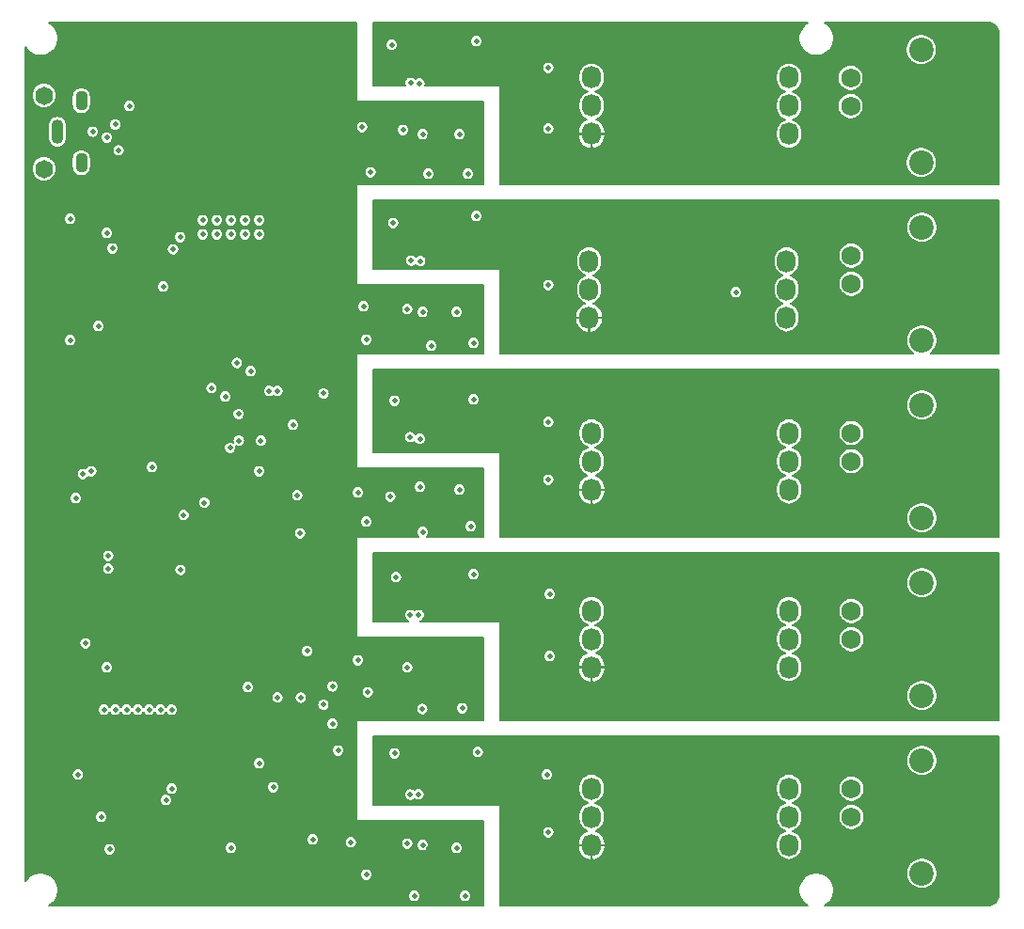
<source format=gbr>
G04 #@! TF.GenerationSoftware,KiCad,Pcbnew,5.0.1-33cea8e~67~ubuntu18.04.1*
G04 #@! TF.CreationDate,2018-12-13T15:36:49-08:00*
G04 #@! TF.ProjectId,fk-atlas,666B2D61746C61732E6B696361645F70,rev?*
G04 #@! TF.SameCoordinates,Original*
G04 #@! TF.FileFunction,Copper,L2,Inr,Signal*
G04 #@! TF.FilePolarity,Positive*
%FSLAX46Y46*%
G04 Gerber Fmt 4.6, Leading zero omitted, Abs format (unit mm)*
G04 Created by KiCad (PCBNEW 5.0.1-33cea8e~67~ubuntu18.04.1) date Thu 13 Dec 2018 03:36:49 PM PST*
%MOMM*%
%LPD*%
G01*
G04 APERTURE LIST*
G04 #@! TA.AperFunction,ViaPad*
%ADD10O,1.600000X1.651000*%
G04 #@! TD*
G04 #@! TA.AperFunction,ViaPad*
%ADD11O,1.100000X2.200000*%
G04 #@! TD*
G04 #@! TA.AperFunction,ViaPad*
%ADD12O,1.100000X1.800000*%
G04 #@! TD*
G04 #@! TA.AperFunction,ViaPad*
%ADD13O,1.727200X2.032000*%
G04 #@! TD*
G04 #@! TA.AperFunction,ViaPad*
%ADD14C,2.200000*%
G04 #@! TD*
G04 #@! TA.AperFunction,ViaPad*
%ADD15C,1.727200*%
G04 #@! TD*
G04 #@! TA.AperFunction,ViaPad*
%ADD16C,0.500000*%
G04 #@! TD*
G04 #@! TA.AperFunction,Conductor*
%ADD17C,0.203200*%
G04 #@! TD*
G04 APERTURE END LIST*
D10*
G04 #@! TO.N,*
G04 #@! TO.C,J9*
X117788500Y-70934000D03*
X117788500Y-64334000D03*
G04 #@! TD*
D11*
G04 #@! TO.N,Net-(J2-Pad8)*
G04 #@! TO.C,J2*
X119004000Y-67594000D03*
D12*
G04 #@! TO.N,Net-(J2-Pad7)*
X121154000Y-70394000D03*
G04 #@! TO.N,Net-(C13-Pad1)*
X121154000Y-64794000D03*
G04 #@! TD*
D13*
G04 #@! TO.N,/isolated_atlas1/ISO_SCL*
G04 #@! TO.C,U302*
X166872120Y-79255988D03*
G04 #@! TO.N,/isolated_atlas1/ISO_SDA*
X166872120Y-81795988D03*
G04 #@! TO.N,/isolated_atlas1/ISO_GND*
X166872120Y-84335988D03*
G04 #@! TO.N,/isolated_atlas1/RTD_PGND*
X184652120Y-79255988D03*
G04 #@! TO.N,Net-(J301-Pad2)*
X184652120Y-81795988D03*
G04 #@! TO.N,/isolated_atlas1/ISO_VCC*
X184652120Y-84335988D03*
G04 #@! TD*
G04 #@! TO.N,/isolated_atlas0/ISO_VCC*
G04 #@! TO.C,U202*
X184880720Y-67783988D03*
G04 #@! TO.N,Net-(J201-Pad2)*
X184880720Y-65243988D03*
G04 #@! TO.N,/isolated_atlas0/EC_PGND*
X184880720Y-62703988D03*
G04 #@! TO.N,/isolated_atlas0/ISO_GND*
X167100720Y-67783988D03*
G04 #@! TO.N,/isolated_atlas0/ISO_SDA*
X167100720Y-65243988D03*
G04 #@! TO.N,/isolated_atlas0/ISO_SCL*
X167100720Y-62703988D03*
G04 #@! TD*
G04 #@! TO.N,/isolated_atlas2/ISO_VCC*
G04 #@! TO.C,U402*
X184880720Y-99829988D03*
G04 #@! TO.N,Net-(J401-Pad2)*
X184880720Y-97289988D03*
G04 #@! TO.N,/isolated_atlas2/PH_PGND*
X184880720Y-94749988D03*
G04 #@! TO.N,/isolated_atlas2/ISO_GND*
X167100720Y-99829988D03*
G04 #@! TO.N,/isolated_atlas2/ISO_SDA*
X167100720Y-97289988D03*
G04 #@! TO.N,/isolated_atlas2/ISO_SCL*
X167100720Y-94749988D03*
G04 #@! TD*
G04 #@! TO.N,/isolated_atlas3/ISO_VCC*
G04 #@! TO.C,U502*
X184875120Y-115816488D03*
G04 #@! TO.N,Net-(J501-Pad2)*
X184875120Y-113276488D03*
G04 #@! TO.N,/isolated_atlas3/DO_PGND*
X184875120Y-110736488D03*
G04 #@! TO.N,/isolated_atlas3/ISO_GND*
X167095120Y-115816488D03*
G04 #@! TO.N,/isolated_atlas3/ISO_SDA*
X167095120Y-113276488D03*
G04 #@! TO.N,/isolated_atlas3/ISO_SCL*
X167095120Y-110736488D03*
G04 #@! TD*
G04 #@! TO.N,/isolated_atlas4/ISO_VCC*
G04 #@! TO.C,U602*
X184875120Y-131833988D03*
G04 #@! TO.N,Net-(J601-Pad2)*
X184875120Y-129293988D03*
G04 #@! TO.N,/isolated_atlas4/ORP_PGND*
X184875120Y-126753988D03*
G04 #@! TO.N,/isolated_atlas4/ISO_GND*
X167095120Y-131833988D03*
G04 #@! TO.N,/isolated_atlas4/ISO_SDA*
X167095120Y-129293988D03*
G04 #@! TO.N,/isolated_atlas4/ISO_SCL*
X167095120Y-126753988D03*
G04 #@! TD*
D14*
G04 #@! TO.N,N/C*
G04 #@! TO.C,J601*
X196834000Y-134366000D03*
X196834000Y-124206000D03*
D15*
G04 #@! TO.N,Net-(J601-Pad2)*
X190484000Y-129286000D03*
G04 #@! TO.N,/isolated_atlas4/ORP_PGND*
X190484000Y-126746000D03*
G04 #@! TD*
D14*
G04 #@! TO.N,N/C*
G04 #@! TO.C,J501*
X196834000Y-118364000D03*
X196834000Y-108204000D03*
D15*
G04 #@! TO.N,Net-(J501-Pad2)*
X190484000Y-113284000D03*
G04 #@! TO.N,/isolated_atlas3/DO_PGND*
X190484000Y-110744000D03*
G04 #@! TD*
D14*
G04 #@! TO.N,N/C*
G04 #@! TO.C,J301*
X196834000Y-86360000D03*
X196834000Y-76200000D03*
D15*
G04 #@! TO.N,Net-(J301-Pad2)*
X190484000Y-81280000D03*
G04 #@! TO.N,/isolated_atlas1/RTD_PGND*
X190484000Y-78740000D03*
G04 #@! TD*
D14*
G04 #@! TO.N,N/C*
G04 #@! TO.C,J401*
X196834000Y-102358000D03*
X196834000Y-92198000D03*
D15*
G04 #@! TO.N,Net-(J401-Pad2)*
X190484000Y-97278000D03*
G04 #@! TO.N,/isolated_atlas2/PH_PGND*
X190484000Y-94738000D03*
G04 #@! TD*
D14*
G04 #@! TO.N,N/C*
G04 #@! TO.C,J201*
X196770500Y-70358000D03*
X196770500Y-60198000D03*
D15*
G04 #@! TO.N,Net-(J201-Pad2)*
X190420500Y-65278000D03*
G04 #@! TO.N,/isolated_atlas0/EC_PGND*
X190420500Y-62738000D03*
G04 #@! TD*
D16*
G04 #@! TO.N,GND*
X135636000Y-118872000D03*
X153924000Y-136398000D03*
X149352000Y-136144000D03*
X155956000Y-133096000D03*
X135636000Y-114300000D03*
X122936000Y-128016000D03*
X119634000Y-76708000D03*
X119634000Y-77978000D03*
X119634000Y-80518000D03*
X120650000Y-97028000D03*
X116840000Y-92710000D03*
X117094000Y-89154000D03*
X124460000Y-96774000D03*
X156210000Y-101092000D03*
X152400000Y-99822000D03*
X129794000Y-96520000D03*
X130556000Y-91440000D03*
X134874000Y-92202000D03*
X136398000Y-85598000D03*
X134112000Y-82296000D03*
X135890000Y-83820000D03*
X123952000Y-58674000D03*
X124206000Y-84582000D03*
X127762000Y-85344000D03*
X135636000Y-64008000D03*
X135636000Y-65024000D03*
X135636000Y-66040000D03*
X135636000Y-67310000D03*
X135636000Y-68326000D03*
X135636000Y-69342000D03*
X134366000Y-68834000D03*
X134366000Y-69850000D03*
X125730000Y-68580000D03*
X156083000Y-68961000D03*
X153806200Y-70231000D03*
X149860000Y-70231000D03*
X154051000Y-83820000D03*
X156083000Y-84963000D03*
X149606000Y-85090000D03*
X149225000Y-103124000D03*
X153797000Y-99822000D03*
X153797000Y-115824000D03*
X152527000Y-115951000D03*
X153797000Y-119634000D03*
X150114000Y-119761000D03*
X156083000Y-116967000D03*
X143895090Y-116378449D03*
X143895090Y-115289289D03*
X135255000Y-94234000D03*
X141732000Y-96774000D03*
X122772868Y-69611565D03*
X119443500Y-65913000D03*
X140589000Y-110490000D03*
X136652000Y-107251500D03*
X135636000Y-103314500D03*
X123444000Y-108712000D03*
X128270000Y-118110000D03*
X127254000Y-118110000D03*
X126238000Y-118110000D03*
X125222000Y-118110000D03*
X123190000Y-118110000D03*
X124206000Y-118110000D03*
X129286000Y-118110000D03*
X135636000Y-124079000D03*
X152531743Y-67945948D03*
X152531743Y-83947948D03*
X153670000Y-103632000D03*
X149352000Y-86868000D03*
X154622598Y-86868000D03*
X153924000Y-71882000D03*
X149352000Y-71374000D03*
X152475535Y-132117767D03*
X149606000Y-133350000D03*
X143383000Y-125984000D03*
X140462000Y-125984000D03*
X128905000Y-128778000D03*
X127254000Y-132207000D03*
X122555000Y-92710000D03*
G04 #@! TO.N,/isolated_atlas0/ISO_GND*
X149352000Y-61786400D03*
X153162000Y-59436000D03*
X159766000Y-67056000D03*
X156083000Y-61849000D03*
X171704000Y-60706000D03*
X187452000Y-70739000D03*
G04 #@! TO.N,/isolated_atlas1/ISO_GND*
X149352000Y-77851000D03*
X156083000Y-77724000D03*
X153035000Y-75184000D03*
X159766000Y-83058000D03*
X171450000Y-77216000D03*
X188214000Y-86360000D03*
G04 #@! TO.N,/isolated_atlas2/ISO_GND*
X153035000Y-91694000D03*
X148590000Y-94361000D03*
X149733000Y-94615000D03*
X156083000Y-93853000D03*
X159766000Y-99187000D03*
X188214000Y-101854000D03*
X171450000Y-92710000D03*
G04 #@! TO.N,/isolated_atlas3/ISO_GND*
X148463000Y-110617000D03*
X159893000Y-114808000D03*
X171704000Y-108712000D03*
X187960000Y-117856000D03*
X156083000Y-109855000D03*
X149479000Y-109767000D03*
X152273000Y-106553000D03*
X153924000Y-106680000D03*
G04 #@! TO.N,/isolated_atlas4/ISO_GND*
X159639000Y-131318000D03*
X156210000Y-125857000D03*
X153035000Y-123317000D03*
X149352000Y-125691000D03*
X171450000Y-124968000D03*
X187960000Y-133350000D03*
G04 #@! TO.N,/isolated_atlas0/ISO_VCC*
X149098000Y-59764600D03*
X156718000Y-59436000D03*
X163195000Y-61849000D03*
X163195000Y-67310000D03*
G04 #@! TO.N,/isolated_atlas1/ISO_VCC*
X149225000Y-75819000D03*
X163195000Y-81407000D03*
X180086000Y-82042000D03*
X156718000Y-75184000D03*
G04 #@! TO.N,/isolated_atlas2/ISO_VCC*
X149352000Y-91821000D03*
X163195000Y-93726000D03*
X163195000Y-98933000D03*
X156464000Y-91694000D03*
G04 #@! TO.N,/isolated_atlas3/ISO_VCC*
X149479000Y-107696000D03*
X163322000Y-109220000D03*
X163322000Y-114808000D03*
X156464000Y-107442000D03*
G04 #@! TO.N,/isolated_atlas4/ISO_VCC*
X163195000Y-130683000D03*
X163068000Y-125476000D03*
X149352000Y-123571000D03*
X156845000Y-123444000D03*
G04 #@! TO.N,/isolated_atlas0/ISO_SCL*
X150799800Y-63195200D03*
G04 #@! TO.N,/isolated_atlas0/ISO_SDA*
X151587200Y-63241900D03*
G04 #@! TO.N,/isolated_atlas1/ISO_SCL*
X150850600Y-79197200D03*
G04 #@! TO.N,/isolated_atlas1/ISO_SDA*
X151663400Y-79241900D03*
G04 #@! TO.N,/isolated_atlas2/ISO_SCL*
X150749000Y-95097600D03*
G04 #@! TO.N,/isolated_atlas2/ISO_SDA*
X151638000Y-95241900D03*
G04 #@! TO.N,/isolated_atlas3/ISO_SCL*
X150774400Y-111125000D03*
G04 #@! TO.N,/isolated_atlas3/ISO_SDA*
X151536400Y-111125000D03*
G04 #@! TO.N,/isolated_atlas4/ISO_SCL*
X150774400Y-127279400D03*
G04 #@! TO.N,/isolated_atlas4/ISO_SDA*
X151511000Y-127254000D03*
G04 #@! TO.N,/USB+*
X135331200Y-95402400D03*
X129409010Y-78181200D03*
X122174000Y-67594000D03*
G04 #@! TO.N,/USB-*
X130048000Y-77089000D03*
X134543800Y-96062800D03*
X124206000Y-66944000D03*
G04 #@! TO.N,VUSB*
X125476000Y-65278000D03*
G04 #@! TO.N,/SWDIO*
X123952000Y-78105000D03*
X132867400Y-90678000D03*
G04 #@! TO.N,/SWCLK*
X123444000Y-76708000D03*
X135153400Y-88417400D03*
G04 #@! TO.N,Net-(J2-Pad4)*
X142951200Y-91160600D03*
X124512589Y-69267589D03*
X123444000Y-68123410D03*
G04 #@! TO.N,/RESET*
X128524000Y-81534000D03*
X135305800Y-93014800D03*
G04 #@! TO.N,/A2*
X132232400Y-100990400D03*
G04 #@! TO.N,/D30*
X123571000Y-105791000D03*
X138811000Y-90932000D03*
G04 #@! TO.N,/D31*
X123571000Y-106934000D03*
X138074400Y-90932000D03*
G04 #@! TO.N,/SCL1*
X137160000Y-98171000D03*
X140589000Y-100330000D03*
X148971000Y-100457000D03*
X150495000Y-83566000D03*
X150495000Y-115824000D03*
X150495000Y-131699000D03*
X150114000Y-67437000D03*
X141986002Y-131318000D03*
X146431000Y-67183000D03*
X146050000Y-100076000D03*
X146050000Y-115189000D03*
X145415000Y-131572000D03*
X146558000Y-83316001D03*
G04 #@! TO.N,/SCL3*
X123444000Y-115824000D03*
X122047000Y-98171000D03*
G04 #@! TO.N,/SDA3*
X121517600Y-113665000D03*
X121285000Y-98425000D03*
G04 #@! TO.N,VCC*
X155702000Y-136398000D03*
X151130000Y-136398000D03*
X155448000Y-119507000D03*
X151853000Y-119575000D03*
X143764000Y-117538500D03*
X142938500Y-119189500D03*
X144272000Y-123317000D03*
X151892000Y-67818000D03*
X155194000Y-67818000D03*
X155956000Y-71374000D03*
X152400000Y-71374000D03*
X152654000Y-86868000D03*
X156464000Y-86614000D03*
X154940000Y-83820000D03*
X151892000Y-83820000D03*
X156210000Y-103124000D03*
X151892000Y-103632000D03*
X151638000Y-99568000D03*
X155194000Y-99822000D03*
X151892000Y-131826000D03*
X154940000Y-132080000D03*
X147193000Y-71247000D03*
X146812000Y-102704000D03*
X146939000Y-118071000D03*
X146812000Y-134493000D03*
X146812000Y-86321000D03*
G04 #@! TO.N,Net-(R12-Pad1)*
X137160000Y-124460000D03*
X143764000Y-120904000D03*
G04 #@! TO.N,/D5_FLASH_CS*
X130365500Y-102108000D03*
X130073400Y-107048300D03*
G04 #@! TO.N,3V3*
X122936000Y-129286000D03*
X120650000Y-100584000D03*
X120142000Y-75438000D03*
X127508000Y-97790000D03*
X122682000Y-85090000D03*
X120142000Y-86360000D03*
X140208000Y-93980000D03*
X134112000Y-91440000D03*
X136398000Y-89154000D03*
X132080000Y-75565000D03*
X133350000Y-75565000D03*
X134620000Y-75565000D03*
X135890000Y-75565000D03*
X137160000Y-75565000D03*
X137160000Y-76835000D03*
X135890000Y-76835000D03*
X134620000Y-76835000D03*
X133350000Y-76835000D03*
X132080000Y-76835000D03*
X137323775Y-95413775D03*
X140843000Y-103759000D03*
X140906500Y-118554500D03*
X141478000Y-114363500D03*
X123190000Y-119634000D03*
X124206000Y-119634000D03*
X125222000Y-119634000D03*
X126238000Y-119634000D03*
X127254000Y-119634000D03*
X128270000Y-119634000D03*
X129286000Y-119634000D03*
X138430000Y-126619000D03*
X138811000Y-118529100D03*
X123698000Y-132207000D03*
X128778000Y-127762000D03*
G04 #@! TO.N,/PERIPH_3V3*
X136144000Y-117602000D03*
G04 #@! TO.N,/SDA2*
X134620000Y-132080000D03*
X120840500Y-125476000D03*
X129286000Y-126746000D03*
G04 #@! TD*
D17*
G04 #@! TO.N,/isolated_atlas0/ISO_GND*
G36*
X186579052Y-57786430D02*
X186321123Y-57958773D01*
X186101773Y-58178123D01*
X185929430Y-58436052D01*
X185810718Y-58722648D01*
X185750200Y-59026896D01*
X185750200Y-59337104D01*
X185810718Y-59641352D01*
X185929430Y-59927948D01*
X186101773Y-60185877D01*
X186321123Y-60405227D01*
X186579052Y-60577570D01*
X186865648Y-60696282D01*
X187169896Y-60756800D01*
X187480104Y-60756800D01*
X187784352Y-60696282D01*
X188070948Y-60577570D01*
X188328877Y-60405227D01*
X188548227Y-60185877D01*
X188632576Y-60059639D01*
X195365700Y-60059639D01*
X195365700Y-60336361D01*
X195419686Y-60607765D01*
X195525583Y-60863422D01*
X195679321Y-61093508D01*
X195874992Y-61289179D01*
X196105078Y-61442917D01*
X196360735Y-61548814D01*
X196632139Y-61602800D01*
X196908861Y-61602800D01*
X197180265Y-61548814D01*
X197435922Y-61442917D01*
X197666008Y-61289179D01*
X197861679Y-61093508D01*
X198015417Y-60863422D01*
X198121314Y-60607765D01*
X198175300Y-60336361D01*
X198175300Y-60059639D01*
X198121314Y-59788235D01*
X198015417Y-59532578D01*
X197861679Y-59302492D01*
X197666008Y-59106821D01*
X197435922Y-58953083D01*
X197180265Y-58847186D01*
X196908861Y-58793200D01*
X196632139Y-58793200D01*
X196360735Y-58847186D01*
X196105078Y-58953083D01*
X195874992Y-59106821D01*
X195679321Y-59302492D01*
X195525583Y-59532578D01*
X195419686Y-59788235D01*
X195365700Y-60059639D01*
X188632576Y-60059639D01*
X188720570Y-59927948D01*
X188839282Y-59641352D01*
X188899800Y-59337104D01*
X188899800Y-59026896D01*
X188839282Y-58722648D01*
X188720570Y-58436052D01*
X188548227Y-58178123D01*
X188328877Y-57958773D01*
X188070948Y-57786430D01*
X188064599Y-57783800D01*
X202775029Y-57783800D01*
X202980953Y-57803991D01*
X203161171Y-57858402D01*
X203327390Y-57946782D01*
X203473274Y-58065762D01*
X203593274Y-58210818D01*
X203682809Y-58376411D01*
X203738478Y-58556248D01*
X203760000Y-58761017D01*
X203760000Y-72288400D01*
X158851600Y-72288400D01*
X158851600Y-70219639D01*
X195365700Y-70219639D01*
X195365700Y-70496361D01*
X195419686Y-70767765D01*
X195525583Y-71023422D01*
X195679321Y-71253508D01*
X195874992Y-71449179D01*
X196105078Y-71602917D01*
X196360735Y-71708814D01*
X196632139Y-71762800D01*
X196908861Y-71762800D01*
X197180265Y-71708814D01*
X197435922Y-71602917D01*
X197666008Y-71449179D01*
X197861679Y-71253508D01*
X198015417Y-71023422D01*
X198121314Y-70767765D01*
X198175300Y-70496361D01*
X198175300Y-70219639D01*
X198121314Y-69948235D01*
X198015417Y-69692578D01*
X197861679Y-69462492D01*
X197666008Y-69266821D01*
X197435922Y-69113083D01*
X197180265Y-69007186D01*
X196908861Y-68953200D01*
X196632139Y-68953200D01*
X196360735Y-69007186D01*
X196105078Y-69113083D01*
X195874992Y-69266821D01*
X195679321Y-69462492D01*
X195525583Y-69692578D01*
X195419686Y-69948235D01*
X195365700Y-70219639D01*
X158851600Y-70219639D01*
X158851600Y-67255357D01*
X162640200Y-67255357D01*
X162640200Y-67364643D01*
X162661521Y-67471829D01*
X162703343Y-67572796D01*
X162764059Y-67663664D01*
X162841336Y-67740941D01*
X162932204Y-67801657D01*
X163033171Y-67843479D01*
X163140357Y-67864800D01*
X163249643Y-67864800D01*
X163356829Y-67843479D01*
X163439131Y-67809388D01*
X165881520Y-67809388D01*
X165881520Y-67961788D01*
X165909902Y-68199154D01*
X165984046Y-68426422D01*
X166101103Y-68634858D01*
X166256575Y-68816453D01*
X166444487Y-68964227D01*
X166657618Y-69072502D01*
X166884949Y-69136342D01*
X167075320Y-69066403D01*
X167075320Y-67809388D01*
X167126120Y-67809388D01*
X167126120Y-69066403D01*
X167316491Y-69136342D01*
X167543822Y-69072502D01*
X167756953Y-68964227D01*
X167944865Y-68816453D01*
X168100337Y-68634858D01*
X168217394Y-68426422D01*
X168291538Y-68199154D01*
X168319920Y-67961788D01*
X168319920Y-67809388D01*
X167126120Y-67809388D01*
X167075320Y-67809388D01*
X165881520Y-67809388D01*
X163439131Y-67809388D01*
X163457796Y-67801657D01*
X163548664Y-67740941D01*
X163625941Y-67663664D01*
X163664345Y-67606188D01*
X165881520Y-67606188D01*
X165881520Y-67758588D01*
X167075320Y-67758588D01*
X167075320Y-67738588D01*
X167126120Y-67738588D01*
X167126120Y-67758588D01*
X168319920Y-67758588D01*
X168319920Y-67606188D01*
X168291538Y-67368822D01*
X168217394Y-67141554D01*
X168100337Y-66933118D01*
X167944865Y-66751523D01*
X167756953Y-66603749D01*
X167543822Y-66495474D01*
X167522382Y-66489453D01*
X167550011Y-66481072D01*
X167752989Y-66372577D01*
X167930901Y-66226569D01*
X168076909Y-66048656D01*
X168185404Y-65845678D01*
X168252214Y-65625433D01*
X168269120Y-65453783D01*
X168269120Y-65034192D01*
X168252214Y-64862542D01*
X168185404Y-64642297D01*
X168076909Y-64439319D01*
X167930901Y-64261407D01*
X167752988Y-64115399D01*
X167550010Y-64006904D01*
X167441500Y-63973988D01*
X167550011Y-63941072D01*
X167752989Y-63832577D01*
X167930901Y-63686569D01*
X168076909Y-63508656D01*
X168185404Y-63305678D01*
X168252214Y-63085433D01*
X168269120Y-62913783D01*
X168269120Y-62494193D01*
X183712320Y-62494193D01*
X183712320Y-62913784D01*
X183729226Y-63085434D01*
X183796036Y-63305679D01*
X183904532Y-63508657D01*
X184050540Y-63686569D01*
X184228452Y-63832577D01*
X184431430Y-63941072D01*
X184539940Y-63973988D01*
X184431429Y-64006904D01*
X184228451Y-64115399D01*
X184050539Y-64261407D01*
X183904531Y-64439320D01*
X183796036Y-64642298D01*
X183729226Y-64862543D01*
X183712320Y-65034193D01*
X183712320Y-65453784D01*
X183729226Y-65625434D01*
X183796036Y-65845679D01*
X183904532Y-66048657D01*
X184050540Y-66226569D01*
X184228452Y-66372577D01*
X184431430Y-66481072D01*
X184539940Y-66513988D01*
X184431429Y-66546904D01*
X184228451Y-66655399D01*
X184050539Y-66801407D01*
X183904531Y-66979320D01*
X183796036Y-67182298D01*
X183729226Y-67402543D01*
X183712320Y-67574193D01*
X183712320Y-67993784D01*
X183729226Y-68165434D01*
X183796036Y-68385679D01*
X183904532Y-68588657D01*
X184050540Y-68766569D01*
X184228452Y-68912577D01*
X184431430Y-69021072D01*
X184651675Y-69087882D01*
X184880720Y-69110441D01*
X185109766Y-69087882D01*
X185330011Y-69021072D01*
X185532989Y-68912577D01*
X185710901Y-68766569D01*
X185856909Y-68588656D01*
X185965404Y-68385678D01*
X186032214Y-68165433D01*
X186049120Y-67993783D01*
X186049120Y-67574192D01*
X186032214Y-67402542D01*
X185965404Y-67182297D01*
X185856909Y-66979319D01*
X185710901Y-66801407D01*
X185532988Y-66655399D01*
X185330010Y-66546904D01*
X185221500Y-66513988D01*
X185330011Y-66481072D01*
X185532989Y-66372577D01*
X185710901Y-66226569D01*
X185856909Y-66048656D01*
X185965404Y-65845678D01*
X186032214Y-65625433D01*
X186049120Y-65453783D01*
X186049120Y-65162923D01*
X189252100Y-65162923D01*
X189252100Y-65393077D01*
X189297001Y-65618810D01*
X189385078Y-65831445D01*
X189512945Y-66022811D01*
X189675689Y-66185555D01*
X189867055Y-66313422D01*
X190079690Y-66401499D01*
X190305423Y-66446400D01*
X190535577Y-66446400D01*
X190761310Y-66401499D01*
X190973945Y-66313422D01*
X191165311Y-66185555D01*
X191328055Y-66022811D01*
X191455922Y-65831445D01*
X191543999Y-65618810D01*
X191588900Y-65393077D01*
X191588900Y-65162923D01*
X191543999Y-64937190D01*
X191455922Y-64724555D01*
X191328055Y-64533189D01*
X191165311Y-64370445D01*
X190973945Y-64242578D01*
X190761310Y-64154501D01*
X190535577Y-64109600D01*
X190305423Y-64109600D01*
X190079690Y-64154501D01*
X189867055Y-64242578D01*
X189675689Y-64370445D01*
X189512945Y-64533189D01*
X189385078Y-64724555D01*
X189297001Y-64937190D01*
X189252100Y-65162923D01*
X186049120Y-65162923D01*
X186049120Y-65034192D01*
X186032214Y-64862542D01*
X185965404Y-64642297D01*
X185856909Y-64439319D01*
X185710901Y-64261407D01*
X185532988Y-64115399D01*
X185330010Y-64006904D01*
X185221500Y-63973988D01*
X185330011Y-63941072D01*
X185532989Y-63832577D01*
X185710901Y-63686569D01*
X185856909Y-63508656D01*
X185965404Y-63305678D01*
X186032214Y-63085433D01*
X186049120Y-62913783D01*
X186049120Y-62622923D01*
X189252100Y-62622923D01*
X189252100Y-62853077D01*
X189297001Y-63078810D01*
X189385078Y-63291445D01*
X189512945Y-63482811D01*
X189675689Y-63645555D01*
X189867055Y-63773422D01*
X190079690Y-63861499D01*
X190305423Y-63906400D01*
X190535577Y-63906400D01*
X190761310Y-63861499D01*
X190973945Y-63773422D01*
X191165311Y-63645555D01*
X191328055Y-63482811D01*
X191455922Y-63291445D01*
X191543999Y-63078810D01*
X191588900Y-62853077D01*
X191588900Y-62622923D01*
X191543999Y-62397190D01*
X191455922Y-62184555D01*
X191328055Y-61993189D01*
X191165311Y-61830445D01*
X190973945Y-61702578D01*
X190761310Y-61614501D01*
X190535577Y-61569600D01*
X190305423Y-61569600D01*
X190079690Y-61614501D01*
X189867055Y-61702578D01*
X189675689Y-61830445D01*
X189512945Y-61993189D01*
X189385078Y-62184555D01*
X189297001Y-62397190D01*
X189252100Y-62622923D01*
X186049120Y-62622923D01*
X186049120Y-62494192D01*
X186032214Y-62322542D01*
X185965404Y-62102297D01*
X185856909Y-61899319D01*
X185710901Y-61721407D01*
X185532988Y-61575399D01*
X185330010Y-61466904D01*
X185109765Y-61400094D01*
X184880720Y-61377535D01*
X184651674Y-61400094D01*
X184431429Y-61466904D01*
X184228451Y-61575399D01*
X184050539Y-61721407D01*
X183904531Y-61899320D01*
X183796036Y-62102298D01*
X183729226Y-62322543D01*
X183712320Y-62494193D01*
X168269120Y-62494193D01*
X168269120Y-62494192D01*
X168252214Y-62322542D01*
X168185404Y-62102297D01*
X168076909Y-61899319D01*
X167930901Y-61721407D01*
X167752988Y-61575399D01*
X167550010Y-61466904D01*
X167329765Y-61400094D01*
X167100720Y-61377535D01*
X166871674Y-61400094D01*
X166651429Y-61466904D01*
X166448451Y-61575399D01*
X166270539Y-61721407D01*
X166124531Y-61899320D01*
X166016036Y-62102298D01*
X165949226Y-62322543D01*
X165932320Y-62494193D01*
X165932320Y-62913784D01*
X165949226Y-63085434D01*
X166016036Y-63305679D01*
X166124532Y-63508657D01*
X166270540Y-63686569D01*
X166448452Y-63832577D01*
X166651430Y-63941072D01*
X166759940Y-63973988D01*
X166651429Y-64006904D01*
X166448451Y-64115399D01*
X166270539Y-64261407D01*
X166124531Y-64439320D01*
X166016036Y-64642298D01*
X165949226Y-64862543D01*
X165932320Y-65034193D01*
X165932320Y-65453784D01*
X165949226Y-65625434D01*
X166016036Y-65845679D01*
X166124532Y-66048657D01*
X166270540Y-66226569D01*
X166448452Y-66372577D01*
X166651430Y-66481072D01*
X166679059Y-66489453D01*
X166657618Y-66495474D01*
X166444487Y-66603749D01*
X166256575Y-66751523D01*
X166101103Y-66933118D01*
X165984046Y-67141554D01*
X165909902Y-67368822D01*
X165881520Y-67606188D01*
X163664345Y-67606188D01*
X163686657Y-67572796D01*
X163728479Y-67471829D01*
X163749800Y-67364643D01*
X163749800Y-67255357D01*
X163728479Y-67148171D01*
X163686657Y-67047204D01*
X163625941Y-66956336D01*
X163548664Y-66879059D01*
X163457796Y-66818343D01*
X163356829Y-66776521D01*
X163249643Y-66755200D01*
X163140357Y-66755200D01*
X163033171Y-66776521D01*
X162932204Y-66818343D01*
X162841336Y-66879059D01*
X162764059Y-66956336D01*
X162703343Y-67047204D01*
X162661521Y-67148171D01*
X162640200Y-67255357D01*
X158851600Y-67255357D01*
X158851600Y-63500000D01*
X158849648Y-63480179D01*
X158843866Y-63461119D01*
X158834477Y-63443554D01*
X158821842Y-63428158D01*
X158806446Y-63415523D01*
X158788881Y-63406134D01*
X158769821Y-63400352D01*
X158750000Y-63398400D01*
X152121739Y-63398400D01*
X152142000Y-63296543D01*
X152142000Y-63187257D01*
X152120679Y-63080071D01*
X152078857Y-62979104D01*
X152018141Y-62888236D01*
X151940864Y-62810959D01*
X151849996Y-62750243D01*
X151749029Y-62708421D01*
X151641843Y-62687100D01*
X151532557Y-62687100D01*
X151425371Y-62708421D01*
X151324404Y-62750243D01*
X151233536Y-62810959D01*
X151216850Y-62827645D01*
X151153464Y-62764259D01*
X151062596Y-62703543D01*
X150961629Y-62661721D01*
X150854443Y-62640400D01*
X150745157Y-62640400D01*
X150637971Y-62661721D01*
X150537004Y-62703543D01*
X150446136Y-62764259D01*
X150368859Y-62841536D01*
X150308143Y-62932404D01*
X150266321Y-63033371D01*
X150245000Y-63140557D01*
X150245000Y-63249843D01*
X150266321Y-63357029D01*
X150283457Y-63398400D01*
X147421600Y-63398400D01*
X147421600Y-61794357D01*
X162640200Y-61794357D01*
X162640200Y-61903643D01*
X162661521Y-62010829D01*
X162703343Y-62111796D01*
X162764059Y-62202664D01*
X162841336Y-62279941D01*
X162932204Y-62340657D01*
X163033171Y-62382479D01*
X163140357Y-62403800D01*
X163249643Y-62403800D01*
X163356829Y-62382479D01*
X163457796Y-62340657D01*
X163548664Y-62279941D01*
X163625941Y-62202664D01*
X163686657Y-62111796D01*
X163728479Y-62010829D01*
X163749800Y-61903643D01*
X163749800Y-61794357D01*
X163728479Y-61687171D01*
X163686657Y-61586204D01*
X163625941Y-61495336D01*
X163548664Y-61418059D01*
X163457796Y-61357343D01*
X163356829Y-61315521D01*
X163249643Y-61294200D01*
X163140357Y-61294200D01*
X163033171Y-61315521D01*
X162932204Y-61357343D01*
X162841336Y-61418059D01*
X162764059Y-61495336D01*
X162703343Y-61586204D01*
X162661521Y-61687171D01*
X162640200Y-61794357D01*
X147421600Y-61794357D01*
X147421600Y-59709957D01*
X148543200Y-59709957D01*
X148543200Y-59819243D01*
X148564521Y-59926429D01*
X148606343Y-60027396D01*
X148667059Y-60118264D01*
X148744336Y-60195541D01*
X148835204Y-60256257D01*
X148936171Y-60298079D01*
X149043357Y-60319400D01*
X149152643Y-60319400D01*
X149259829Y-60298079D01*
X149360796Y-60256257D01*
X149451664Y-60195541D01*
X149528941Y-60118264D01*
X149589657Y-60027396D01*
X149631479Y-59926429D01*
X149652800Y-59819243D01*
X149652800Y-59709957D01*
X149631479Y-59602771D01*
X149589657Y-59501804D01*
X149528941Y-59410936D01*
X149499362Y-59381357D01*
X156163200Y-59381357D01*
X156163200Y-59490643D01*
X156184521Y-59597829D01*
X156226343Y-59698796D01*
X156287059Y-59789664D01*
X156364336Y-59866941D01*
X156455204Y-59927657D01*
X156556171Y-59969479D01*
X156663357Y-59990800D01*
X156772643Y-59990800D01*
X156879829Y-59969479D01*
X156980796Y-59927657D01*
X157071664Y-59866941D01*
X157148941Y-59789664D01*
X157209657Y-59698796D01*
X157251479Y-59597829D01*
X157272800Y-59490643D01*
X157272800Y-59381357D01*
X157251479Y-59274171D01*
X157209657Y-59173204D01*
X157148941Y-59082336D01*
X157071664Y-59005059D01*
X156980796Y-58944343D01*
X156879829Y-58902521D01*
X156772643Y-58881200D01*
X156663357Y-58881200D01*
X156556171Y-58902521D01*
X156455204Y-58944343D01*
X156364336Y-59005059D01*
X156287059Y-59082336D01*
X156226343Y-59173204D01*
X156184521Y-59274171D01*
X156163200Y-59381357D01*
X149499362Y-59381357D01*
X149451664Y-59333659D01*
X149360796Y-59272943D01*
X149259829Y-59231121D01*
X149152643Y-59209800D01*
X149043357Y-59209800D01*
X148936171Y-59231121D01*
X148835204Y-59272943D01*
X148744336Y-59333659D01*
X148667059Y-59410936D01*
X148606343Y-59501804D01*
X148564521Y-59602771D01*
X148543200Y-59709957D01*
X147421600Y-59709957D01*
X147421600Y-57783800D01*
X186585401Y-57783800D01*
X186579052Y-57786430D01*
X186579052Y-57786430D01*
G37*
X186579052Y-57786430D02*
X186321123Y-57958773D01*
X186101773Y-58178123D01*
X185929430Y-58436052D01*
X185810718Y-58722648D01*
X185750200Y-59026896D01*
X185750200Y-59337104D01*
X185810718Y-59641352D01*
X185929430Y-59927948D01*
X186101773Y-60185877D01*
X186321123Y-60405227D01*
X186579052Y-60577570D01*
X186865648Y-60696282D01*
X187169896Y-60756800D01*
X187480104Y-60756800D01*
X187784352Y-60696282D01*
X188070948Y-60577570D01*
X188328877Y-60405227D01*
X188548227Y-60185877D01*
X188632576Y-60059639D01*
X195365700Y-60059639D01*
X195365700Y-60336361D01*
X195419686Y-60607765D01*
X195525583Y-60863422D01*
X195679321Y-61093508D01*
X195874992Y-61289179D01*
X196105078Y-61442917D01*
X196360735Y-61548814D01*
X196632139Y-61602800D01*
X196908861Y-61602800D01*
X197180265Y-61548814D01*
X197435922Y-61442917D01*
X197666008Y-61289179D01*
X197861679Y-61093508D01*
X198015417Y-60863422D01*
X198121314Y-60607765D01*
X198175300Y-60336361D01*
X198175300Y-60059639D01*
X198121314Y-59788235D01*
X198015417Y-59532578D01*
X197861679Y-59302492D01*
X197666008Y-59106821D01*
X197435922Y-58953083D01*
X197180265Y-58847186D01*
X196908861Y-58793200D01*
X196632139Y-58793200D01*
X196360735Y-58847186D01*
X196105078Y-58953083D01*
X195874992Y-59106821D01*
X195679321Y-59302492D01*
X195525583Y-59532578D01*
X195419686Y-59788235D01*
X195365700Y-60059639D01*
X188632576Y-60059639D01*
X188720570Y-59927948D01*
X188839282Y-59641352D01*
X188899800Y-59337104D01*
X188899800Y-59026896D01*
X188839282Y-58722648D01*
X188720570Y-58436052D01*
X188548227Y-58178123D01*
X188328877Y-57958773D01*
X188070948Y-57786430D01*
X188064599Y-57783800D01*
X202775029Y-57783800D01*
X202980953Y-57803991D01*
X203161171Y-57858402D01*
X203327390Y-57946782D01*
X203473274Y-58065762D01*
X203593274Y-58210818D01*
X203682809Y-58376411D01*
X203738478Y-58556248D01*
X203760000Y-58761017D01*
X203760000Y-72288400D01*
X158851600Y-72288400D01*
X158851600Y-70219639D01*
X195365700Y-70219639D01*
X195365700Y-70496361D01*
X195419686Y-70767765D01*
X195525583Y-71023422D01*
X195679321Y-71253508D01*
X195874992Y-71449179D01*
X196105078Y-71602917D01*
X196360735Y-71708814D01*
X196632139Y-71762800D01*
X196908861Y-71762800D01*
X197180265Y-71708814D01*
X197435922Y-71602917D01*
X197666008Y-71449179D01*
X197861679Y-71253508D01*
X198015417Y-71023422D01*
X198121314Y-70767765D01*
X198175300Y-70496361D01*
X198175300Y-70219639D01*
X198121314Y-69948235D01*
X198015417Y-69692578D01*
X197861679Y-69462492D01*
X197666008Y-69266821D01*
X197435922Y-69113083D01*
X197180265Y-69007186D01*
X196908861Y-68953200D01*
X196632139Y-68953200D01*
X196360735Y-69007186D01*
X196105078Y-69113083D01*
X195874992Y-69266821D01*
X195679321Y-69462492D01*
X195525583Y-69692578D01*
X195419686Y-69948235D01*
X195365700Y-70219639D01*
X158851600Y-70219639D01*
X158851600Y-67255357D01*
X162640200Y-67255357D01*
X162640200Y-67364643D01*
X162661521Y-67471829D01*
X162703343Y-67572796D01*
X162764059Y-67663664D01*
X162841336Y-67740941D01*
X162932204Y-67801657D01*
X163033171Y-67843479D01*
X163140357Y-67864800D01*
X163249643Y-67864800D01*
X163356829Y-67843479D01*
X163439131Y-67809388D01*
X165881520Y-67809388D01*
X165881520Y-67961788D01*
X165909902Y-68199154D01*
X165984046Y-68426422D01*
X166101103Y-68634858D01*
X166256575Y-68816453D01*
X166444487Y-68964227D01*
X166657618Y-69072502D01*
X166884949Y-69136342D01*
X167075320Y-69066403D01*
X167075320Y-67809388D01*
X167126120Y-67809388D01*
X167126120Y-69066403D01*
X167316491Y-69136342D01*
X167543822Y-69072502D01*
X167756953Y-68964227D01*
X167944865Y-68816453D01*
X168100337Y-68634858D01*
X168217394Y-68426422D01*
X168291538Y-68199154D01*
X168319920Y-67961788D01*
X168319920Y-67809388D01*
X167126120Y-67809388D01*
X167075320Y-67809388D01*
X165881520Y-67809388D01*
X163439131Y-67809388D01*
X163457796Y-67801657D01*
X163548664Y-67740941D01*
X163625941Y-67663664D01*
X163664345Y-67606188D01*
X165881520Y-67606188D01*
X165881520Y-67758588D01*
X167075320Y-67758588D01*
X167075320Y-67738588D01*
X167126120Y-67738588D01*
X167126120Y-67758588D01*
X168319920Y-67758588D01*
X168319920Y-67606188D01*
X168291538Y-67368822D01*
X168217394Y-67141554D01*
X168100337Y-66933118D01*
X167944865Y-66751523D01*
X167756953Y-66603749D01*
X167543822Y-66495474D01*
X167522382Y-66489453D01*
X167550011Y-66481072D01*
X167752989Y-66372577D01*
X167930901Y-66226569D01*
X168076909Y-66048656D01*
X168185404Y-65845678D01*
X168252214Y-65625433D01*
X168269120Y-65453783D01*
X168269120Y-65034192D01*
X168252214Y-64862542D01*
X168185404Y-64642297D01*
X168076909Y-64439319D01*
X167930901Y-64261407D01*
X167752988Y-64115399D01*
X167550010Y-64006904D01*
X167441500Y-63973988D01*
X167550011Y-63941072D01*
X167752989Y-63832577D01*
X167930901Y-63686569D01*
X168076909Y-63508656D01*
X168185404Y-63305678D01*
X168252214Y-63085433D01*
X168269120Y-62913783D01*
X168269120Y-62494193D01*
X183712320Y-62494193D01*
X183712320Y-62913784D01*
X183729226Y-63085434D01*
X183796036Y-63305679D01*
X183904532Y-63508657D01*
X184050540Y-63686569D01*
X184228452Y-63832577D01*
X184431430Y-63941072D01*
X184539940Y-63973988D01*
X184431429Y-64006904D01*
X184228451Y-64115399D01*
X184050539Y-64261407D01*
X183904531Y-64439320D01*
X183796036Y-64642298D01*
X183729226Y-64862543D01*
X183712320Y-65034193D01*
X183712320Y-65453784D01*
X183729226Y-65625434D01*
X183796036Y-65845679D01*
X183904532Y-66048657D01*
X184050540Y-66226569D01*
X184228452Y-66372577D01*
X184431430Y-66481072D01*
X184539940Y-66513988D01*
X184431429Y-66546904D01*
X184228451Y-66655399D01*
X184050539Y-66801407D01*
X183904531Y-66979320D01*
X183796036Y-67182298D01*
X183729226Y-67402543D01*
X183712320Y-67574193D01*
X183712320Y-67993784D01*
X183729226Y-68165434D01*
X183796036Y-68385679D01*
X183904532Y-68588657D01*
X184050540Y-68766569D01*
X184228452Y-68912577D01*
X184431430Y-69021072D01*
X184651675Y-69087882D01*
X184880720Y-69110441D01*
X185109766Y-69087882D01*
X185330011Y-69021072D01*
X185532989Y-68912577D01*
X185710901Y-68766569D01*
X185856909Y-68588656D01*
X185965404Y-68385678D01*
X186032214Y-68165433D01*
X186049120Y-67993783D01*
X186049120Y-67574192D01*
X186032214Y-67402542D01*
X185965404Y-67182297D01*
X185856909Y-66979319D01*
X185710901Y-66801407D01*
X185532988Y-66655399D01*
X185330010Y-66546904D01*
X185221500Y-66513988D01*
X185330011Y-66481072D01*
X185532989Y-66372577D01*
X185710901Y-66226569D01*
X185856909Y-66048656D01*
X185965404Y-65845678D01*
X186032214Y-65625433D01*
X186049120Y-65453783D01*
X186049120Y-65162923D01*
X189252100Y-65162923D01*
X189252100Y-65393077D01*
X189297001Y-65618810D01*
X189385078Y-65831445D01*
X189512945Y-66022811D01*
X189675689Y-66185555D01*
X189867055Y-66313422D01*
X190079690Y-66401499D01*
X190305423Y-66446400D01*
X190535577Y-66446400D01*
X190761310Y-66401499D01*
X190973945Y-66313422D01*
X191165311Y-66185555D01*
X191328055Y-66022811D01*
X191455922Y-65831445D01*
X191543999Y-65618810D01*
X191588900Y-65393077D01*
X191588900Y-65162923D01*
X191543999Y-64937190D01*
X191455922Y-64724555D01*
X191328055Y-64533189D01*
X191165311Y-64370445D01*
X190973945Y-64242578D01*
X190761310Y-64154501D01*
X190535577Y-64109600D01*
X190305423Y-64109600D01*
X190079690Y-64154501D01*
X189867055Y-64242578D01*
X189675689Y-64370445D01*
X189512945Y-64533189D01*
X189385078Y-64724555D01*
X189297001Y-64937190D01*
X189252100Y-65162923D01*
X186049120Y-65162923D01*
X186049120Y-65034192D01*
X186032214Y-64862542D01*
X185965404Y-64642297D01*
X185856909Y-64439319D01*
X185710901Y-64261407D01*
X185532988Y-64115399D01*
X185330010Y-64006904D01*
X185221500Y-63973988D01*
X185330011Y-63941072D01*
X185532989Y-63832577D01*
X185710901Y-63686569D01*
X185856909Y-63508656D01*
X185965404Y-63305678D01*
X186032214Y-63085433D01*
X186049120Y-62913783D01*
X186049120Y-62622923D01*
X189252100Y-62622923D01*
X189252100Y-62853077D01*
X189297001Y-63078810D01*
X189385078Y-63291445D01*
X189512945Y-63482811D01*
X189675689Y-63645555D01*
X189867055Y-63773422D01*
X190079690Y-63861499D01*
X190305423Y-63906400D01*
X190535577Y-63906400D01*
X190761310Y-63861499D01*
X190973945Y-63773422D01*
X191165311Y-63645555D01*
X191328055Y-63482811D01*
X191455922Y-63291445D01*
X191543999Y-63078810D01*
X191588900Y-62853077D01*
X191588900Y-62622923D01*
X191543999Y-62397190D01*
X191455922Y-62184555D01*
X191328055Y-61993189D01*
X191165311Y-61830445D01*
X190973945Y-61702578D01*
X190761310Y-61614501D01*
X190535577Y-61569600D01*
X190305423Y-61569600D01*
X190079690Y-61614501D01*
X189867055Y-61702578D01*
X189675689Y-61830445D01*
X189512945Y-61993189D01*
X189385078Y-62184555D01*
X189297001Y-62397190D01*
X189252100Y-62622923D01*
X186049120Y-62622923D01*
X186049120Y-62494192D01*
X186032214Y-62322542D01*
X185965404Y-62102297D01*
X185856909Y-61899319D01*
X185710901Y-61721407D01*
X185532988Y-61575399D01*
X185330010Y-61466904D01*
X185109765Y-61400094D01*
X184880720Y-61377535D01*
X184651674Y-61400094D01*
X184431429Y-61466904D01*
X184228451Y-61575399D01*
X184050539Y-61721407D01*
X183904531Y-61899320D01*
X183796036Y-62102298D01*
X183729226Y-62322543D01*
X183712320Y-62494193D01*
X168269120Y-62494193D01*
X168269120Y-62494192D01*
X168252214Y-62322542D01*
X168185404Y-62102297D01*
X168076909Y-61899319D01*
X167930901Y-61721407D01*
X167752988Y-61575399D01*
X167550010Y-61466904D01*
X167329765Y-61400094D01*
X167100720Y-61377535D01*
X166871674Y-61400094D01*
X166651429Y-61466904D01*
X166448451Y-61575399D01*
X166270539Y-61721407D01*
X166124531Y-61899320D01*
X166016036Y-62102298D01*
X165949226Y-62322543D01*
X165932320Y-62494193D01*
X165932320Y-62913784D01*
X165949226Y-63085434D01*
X166016036Y-63305679D01*
X166124532Y-63508657D01*
X166270540Y-63686569D01*
X166448452Y-63832577D01*
X166651430Y-63941072D01*
X166759940Y-63973988D01*
X166651429Y-64006904D01*
X166448451Y-64115399D01*
X166270539Y-64261407D01*
X166124531Y-64439320D01*
X166016036Y-64642298D01*
X165949226Y-64862543D01*
X165932320Y-65034193D01*
X165932320Y-65453784D01*
X165949226Y-65625434D01*
X166016036Y-65845679D01*
X166124532Y-66048657D01*
X166270540Y-66226569D01*
X166448452Y-66372577D01*
X166651430Y-66481072D01*
X166679059Y-66489453D01*
X166657618Y-66495474D01*
X166444487Y-66603749D01*
X166256575Y-66751523D01*
X166101103Y-66933118D01*
X165984046Y-67141554D01*
X165909902Y-67368822D01*
X165881520Y-67606188D01*
X163664345Y-67606188D01*
X163686657Y-67572796D01*
X163728479Y-67471829D01*
X163749800Y-67364643D01*
X163749800Y-67255357D01*
X163728479Y-67148171D01*
X163686657Y-67047204D01*
X163625941Y-66956336D01*
X163548664Y-66879059D01*
X163457796Y-66818343D01*
X163356829Y-66776521D01*
X163249643Y-66755200D01*
X163140357Y-66755200D01*
X163033171Y-66776521D01*
X162932204Y-66818343D01*
X162841336Y-66879059D01*
X162764059Y-66956336D01*
X162703343Y-67047204D01*
X162661521Y-67148171D01*
X162640200Y-67255357D01*
X158851600Y-67255357D01*
X158851600Y-63500000D01*
X158849648Y-63480179D01*
X158843866Y-63461119D01*
X158834477Y-63443554D01*
X158821842Y-63428158D01*
X158806446Y-63415523D01*
X158788881Y-63406134D01*
X158769821Y-63400352D01*
X158750000Y-63398400D01*
X152121739Y-63398400D01*
X152142000Y-63296543D01*
X152142000Y-63187257D01*
X152120679Y-63080071D01*
X152078857Y-62979104D01*
X152018141Y-62888236D01*
X151940864Y-62810959D01*
X151849996Y-62750243D01*
X151749029Y-62708421D01*
X151641843Y-62687100D01*
X151532557Y-62687100D01*
X151425371Y-62708421D01*
X151324404Y-62750243D01*
X151233536Y-62810959D01*
X151216850Y-62827645D01*
X151153464Y-62764259D01*
X151062596Y-62703543D01*
X150961629Y-62661721D01*
X150854443Y-62640400D01*
X150745157Y-62640400D01*
X150637971Y-62661721D01*
X150537004Y-62703543D01*
X150446136Y-62764259D01*
X150368859Y-62841536D01*
X150308143Y-62932404D01*
X150266321Y-63033371D01*
X150245000Y-63140557D01*
X150245000Y-63249843D01*
X150266321Y-63357029D01*
X150283457Y-63398400D01*
X147421600Y-63398400D01*
X147421600Y-61794357D01*
X162640200Y-61794357D01*
X162640200Y-61903643D01*
X162661521Y-62010829D01*
X162703343Y-62111796D01*
X162764059Y-62202664D01*
X162841336Y-62279941D01*
X162932204Y-62340657D01*
X163033171Y-62382479D01*
X163140357Y-62403800D01*
X163249643Y-62403800D01*
X163356829Y-62382479D01*
X163457796Y-62340657D01*
X163548664Y-62279941D01*
X163625941Y-62202664D01*
X163686657Y-62111796D01*
X163728479Y-62010829D01*
X163749800Y-61903643D01*
X163749800Y-61794357D01*
X163728479Y-61687171D01*
X163686657Y-61586204D01*
X163625941Y-61495336D01*
X163548664Y-61418059D01*
X163457796Y-61357343D01*
X163356829Y-61315521D01*
X163249643Y-61294200D01*
X163140357Y-61294200D01*
X163033171Y-61315521D01*
X162932204Y-61357343D01*
X162841336Y-61418059D01*
X162764059Y-61495336D01*
X162703343Y-61586204D01*
X162661521Y-61687171D01*
X162640200Y-61794357D01*
X147421600Y-61794357D01*
X147421600Y-59709957D01*
X148543200Y-59709957D01*
X148543200Y-59819243D01*
X148564521Y-59926429D01*
X148606343Y-60027396D01*
X148667059Y-60118264D01*
X148744336Y-60195541D01*
X148835204Y-60256257D01*
X148936171Y-60298079D01*
X149043357Y-60319400D01*
X149152643Y-60319400D01*
X149259829Y-60298079D01*
X149360796Y-60256257D01*
X149451664Y-60195541D01*
X149528941Y-60118264D01*
X149589657Y-60027396D01*
X149631479Y-59926429D01*
X149652800Y-59819243D01*
X149652800Y-59709957D01*
X149631479Y-59602771D01*
X149589657Y-59501804D01*
X149528941Y-59410936D01*
X149499362Y-59381357D01*
X156163200Y-59381357D01*
X156163200Y-59490643D01*
X156184521Y-59597829D01*
X156226343Y-59698796D01*
X156287059Y-59789664D01*
X156364336Y-59866941D01*
X156455204Y-59927657D01*
X156556171Y-59969479D01*
X156663357Y-59990800D01*
X156772643Y-59990800D01*
X156879829Y-59969479D01*
X156980796Y-59927657D01*
X157071664Y-59866941D01*
X157148941Y-59789664D01*
X157209657Y-59698796D01*
X157251479Y-59597829D01*
X157272800Y-59490643D01*
X157272800Y-59381357D01*
X157251479Y-59274171D01*
X157209657Y-59173204D01*
X157148941Y-59082336D01*
X157071664Y-59005059D01*
X156980796Y-58944343D01*
X156879829Y-58902521D01*
X156772643Y-58881200D01*
X156663357Y-58881200D01*
X156556171Y-58902521D01*
X156455204Y-58944343D01*
X156364336Y-59005059D01*
X156287059Y-59082336D01*
X156226343Y-59173204D01*
X156184521Y-59274171D01*
X156163200Y-59381357D01*
X149499362Y-59381357D01*
X149451664Y-59333659D01*
X149360796Y-59272943D01*
X149259829Y-59231121D01*
X149152643Y-59209800D01*
X149043357Y-59209800D01*
X148936171Y-59231121D01*
X148835204Y-59272943D01*
X148744336Y-59333659D01*
X148667059Y-59410936D01*
X148606343Y-59501804D01*
X148564521Y-59602771D01*
X148543200Y-59709957D01*
X147421600Y-59709957D01*
X147421600Y-57783800D01*
X186585401Y-57783800D01*
X186579052Y-57786430D01*
G04 #@! TO.N,/isolated_atlas1/ISO_GND*
G36*
X203760000Y-87528400D02*
X197613938Y-87528400D01*
X197729508Y-87451179D01*
X197925179Y-87255508D01*
X198078917Y-87025422D01*
X198184814Y-86769765D01*
X198238800Y-86498361D01*
X198238800Y-86221639D01*
X198184814Y-85950235D01*
X198078917Y-85694578D01*
X197925179Y-85464492D01*
X197729508Y-85268821D01*
X197499422Y-85115083D01*
X197243765Y-85009186D01*
X196972361Y-84955200D01*
X196695639Y-84955200D01*
X196424235Y-85009186D01*
X196168578Y-85115083D01*
X195938492Y-85268821D01*
X195742821Y-85464492D01*
X195589083Y-85694578D01*
X195483186Y-85950235D01*
X195429200Y-86221639D01*
X195429200Y-86498361D01*
X195483186Y-86769765D01*
X195589083Y-87025422D01*
X195742821Y-87255508D01*
X195938492Y-87451179D01*
X196054062Y-87528400D01*
X158851600Y-87528400D01*
X158851600Y-84361388D01*
X165652920Y-84361388D01*
X165652920Y-84513788D01*
X165681302Y-84751154D01*
X165755446Y-84978422D01*
X165872503Y-85186858D01*
X166027975Y-85368453D01*
X166215887Y-85516227D01*
X166429018Y-85624502D01*
X166656349Y-85688342D01*
X166846720Y-85618403D01*
X166846720Y-84361388D01*
X166897520Y-84361388D01*
X166897520Y-85618403D01*
X167087891Y-85688342D01*
X167315222Y-85624502D01*
X167528353Y-85516227D01*
X167716265Y-85368453D01*
X167871737Y-85186858D01*
X167988794Y-84978422D01*
X168062938Y-84751154D01*
X168091320Y-84513788D01*
X168091320Y-84361388D01*
X166897520Y-84361388D01*
X166846720Y-84361388D01*
X165652920Y-84361388D01*
X158851600Y-84361388D01*
X158851600Y-84158188D01*
X165652920Y-84158188D01*
X165652920Y-84310588D01*
X166846720Y-84310588D01*
X166846720Y-84290588D01*
X166897520Y-84290588D01*
X166897520Y-84310588D01*
X168091320Y-84310588D01*
X168091320Y-84158188D01*
X168062938Y-83920822D01*
X167988794Y-83693554D01*
X167871737Y-83485118D01*
X167716265Y-83303523D01*
X167528353Y-83155749D01*
X167315222Y-83047474D01*
X167293782Y-83041453D01*
X167321411Y-83033072D01*
X167524389Y-82924577D01*
X167702301Y-82778569D01*
X167848309Y-82600656D01*
X167956804Y-82397678D01*
X168023614Y-82177433D01*
X168040520Y-82005783D01*
X168040520Y-81987357D01*
X179531200Y-81987357D01*
X179531200Y-82096643D01*
X179552521Y-82203829D01*
X179594343Y-82304796D01*
X179655059Y-82395664D01*
X179732336Y-82472941D01*
X179823204Y-82533657D01*
X179924171Y-82575479D01*
X180031357Y-82596800D01*
X180140643Y-82596800D01*
X180247829Y-82575479D01*
X180348796Y-82533657D01*
X180439664Y-82472941D01*
X180516941Y-82395664D01*
X180577657Y-82304796D01*
X180619479Y-82203829D01*
X180640800Y-82096643D01*
X180640800Y-81987357D01*
X180619479Y-81880171D01*
X180577657Y-81779204D01*
X180516941Y-81688336D01*
X180439664Y-81611059D01*
X180348796Y-81550343D01*
X180247829Y-81508521D01*
X180140643Y-81487200D01*
X180031357Y-81487200D01*
X179924171Y-81508521D01*
X179823204Y-81550343D01*
X179732336Y-81611059D01*
X179655059Y-81688336D01*
X179594343Y-81779204D01*
X179552521Y-81880171D01*
X179531200Y-81987357D01*
X168040520Y-81987357D01*
X168040520Y-81586192D01*
X168023614Y-81414542D01*
X167956804Y-81194297D01*
X167848309Y-80991319D01*
X167702301Y-80813407D01*
X167524388Y-80667399D01*
X167321410Y-80558904D01*
X167212900Y-80525988D01*
X167321411Y-80493072D01*
X167524389Y-80384577D01*
X167702301Y-80238569D01*
X167848309Y-80060656D01*
X167956804Y-79857678D01*
X168023614Y-79637433D01*
X168040520Y-79465783D01*
X168040520Y-79046193D01*
X183483720Y-79046193D01*
X183483720Y-79465784D01*
X183500626Y-79637434D01*
X183567436Y-79857679D01*
X183675932Y-80060657D01*
X183821940Y-80238569D01*
X183999852Y-80384577D01*
X184202830Y-80493072D01*
X184311340Y-80525988D01*
X184202829Y-80558904D01*
X183999851Y-80667399D01*
X183821939Y-80813407D01*
X183675931Y-80991320D01*
X183567436Y-81194298D01*
X183500626Y-81414543D01*
X183483720Y-81586193D01*
X183483720Y-82005784D01*
X183500626Y-82177434D01*
X183567436Y-82397679D01*
X183675932Y-82600657D01*
X183821940Y-82778569D01*
X183999852Y-82924577D01*
X184202830Y-83033072D01*
X184311340Y-83065988D01*
X184202829Y-83098904D01*
X183999851Y-83207399D01*
X183821939Y-83353407D01*
X183675931Y-83531320D01*
X183567436Y-83734298D01*
X183500626Y-83954543D01*
X183483720Y-84126193D01*
X183483720Y-84545784D01*
X183500626Y-84717434D01*
X183567436Y-84937679D01*
X183675932Y-85140657D01*
X183821940Y-85318569D01*
X183999852Y-85464577D01*
X184202830Y-85573072D01*
X184423075Y-85639882D01*
X184652120Y-85662441D01*
X184881166Y-85639882D01*
X185101411Y-85573072D01*
X185304389Y-85464577D01*
X185482301Y-85318569D01*
X185628309Y-85140656D01*
X185736804Y-84937678D01*
X185803614Y-84717433D01*
X185820520Y-84545783D01*
X185820520Y-84126192D01*
X185803614Y-83954542D01*
X185736804Y-83734297D01*
X185628309Y-83531319D01*
X185482301Y-83353407D01*
X185304388Y-83207399D01*
X185101410Y-83098904D01*
X184992900Y-83065988D01*
X185101411Y-83033072D01*
X185304389Y-82924577D01*
X185482301Y-82778569D01*
X185628309Y-82600656D01*
X185736804Y-82397678D01*
X185803614Y-82177433D01*
X185820520Y-82005783D01*
X185820520Y-81586192D01*
X185803614Y-81414542D01*
X185736804Y-81194297D01*
X185721104Y-81164923D01*
X189315600Y-81164923D01*
X189315600Y-81395077D01*
X189360501Y-81620810D01*
X189448578Y-81833445D01*
X189576445Y-82024811D01*
X189739189Y-82187555D01*
X189930555Y-82315422D01*
X190143190Y-82403499D01*
X190368923Y-82448400D01*
X190599077Y-82448400D01*
X190824810Y-82403499D01*
X191037445Y-82315422D01*
X191228811Y-82187555D01*
X191391555Y-82024811D01*
X191519422Y-81833445D01*
X191607499Y-81620810D01*
X191652400Y-81395077D01*
X191652400Y-81164923D01*
X191607499Y-80939190D01*
X191519422Y-80726555D01*
X191391555Y-80535189D01*
X191228811Y-80372445D01*
X191037445Y-80244578D01*
X190824810Y-80156501D01*
X190599077Y-80111600D01*
X190368923Y-80111600D01*
X190143190Y-80156501D01*
X189930555Y-80244578D01*
X189739189Y-80372445D01*
X189576445Y-80535189D01*
X189448578Y-80726555D01*
X189360501Y-80939190D01*
X189315600Y-81164923D01*
X185721104Y-81164923D01*
X185628309Y-80991319D01*
X185482301Y-80813407D01*
X185304388Y-80667399D01*
X185101410Y-80558904D01*
X184992900Y-80525988D01*
X185101411Y-80493072D01*
X185304389Y-80384577D01*
X185482301Y-80238569D01*
X185628309Y-80060656D01*
X185736804Y-79857678D01*
X185803614Y-79637433D01*
X185820520Y-79465783D01*
X185820520Y-79046192D01*
X185803614Y-78874542D01*
X185736804Y-78654297D01*
X185721104Y-78624923D01*
X189315600Y-78624923D01*
X189315600Y-78855077D01*
X189360501Y-79080810D01*
X189448578Y-79293445D01*
X189576445Y-79484811D01*
X189739189Y-79647555D01*
X189930555Y-79775422D01*
X190143190Y-79863499D01*
X190368923Y-79908400D01*
X190599077Y-79908400D01*
X190824810Y-79863499D01*
X191037445Y-79775422D01*
X191228811Y-79647555D01*
X191391555Y-79484811D01*
X191519422Y-79293445D01*
X191607499Y-79080810D01*
X191652400Y-78855077D01*
X191652400Y-78624923D01*
X191607499Y-78399190D01*
X191519422Y-78186555D01*
X191391555Y-77995189D01*
X191228811Y-77832445D01*
X191037445Y-77704578D01*
X190824810Y-77616501D01*
X190599077Y-77571600D01*
X190368923Y-77571600D01*
X190143190Y-77616501D01*
X189930555Y-77704578D01*
X189739189Y-77832445D01*
X189576445Y-77995189D01*
X189448578Y-78186555D01*
X189360501Y-78399190D01*
X189315600Y-78624923D01*
X185721104Y-78624923D01*
X185628309Y-78451319D01*
X185482301Y-78273407D01*
X185304388Y-78127399D01*
X185101410Y-78018904D01*
X184881165Y-77952094D01*
X184652120Y-77929535D01*
X184423074Y-77952094D01*
X184202829Y-78018904D01*
X183999851Y-78127399D01*
X183821939Y-78273407D01*
X183675931Y-78451320D01*
X183567436Y-78654298D01*
X183500626Y-78874543D01*
X183483720Y-79046193D01*
X168040520Y-79046193D01*
X168040520Y-79046192D01*
X168023614Y-78874542D01*
X167956804Y-78654297D01*
X167848309Y-78451319D01*
X167702301Y-78273407D01*
X167524388Y-78127399D01*
X167321410Y-78018904D01*
X167101165Y-77952094D01*
X166872120Y-77929535D01*
X166643074Y-77952094D01*
X166422829Y-78018904D01*
X166219851Y-78127399D01*
X166041939Y-78273407D01*
X165895931Y-78451320D01*
X165787436Y-78654298D01*
X165720626Y-78874543D01*
X165703720Y-79046193D01*
X165703720Y-79465784D01*
X165720626Y-79637434D01*
X165787436Y-79857679D01*
X165895932Y-80060657D01*
X166041940Y-80238569D01*
X166219852Y-80384577D01*
X166422830Y-80493072D01*
X166531340Y-80525988D01*
X166422829Y-80558904D01*
X166219851Y-80667399D01*
X166041939Y-80813407D01*
X165895931Y-80991320D01*
X165787436Y-81194298D01*
X165720626Y-81414543D01*
X165703720Y-81586193D01*
X165703720Y-82005784D01*
X165720626Y-82177434D01*
X165787436Y-82397679D01*
X165895932Y-82600657D01*
X166041940Y-82778569D01*
X166219852Y-82924577D01*
X166422830Y-83033072D01*
X166450459Y-83041453D01*
X166429018Y-83047474D01*
X166215887Y-83155749D01*
X166027975Y-83303523D01*
X165872503Y-83485118D01*
X165755446Y-83693554D01*
X165681302Y-83920822D01*
X165652920Y-84158188D01*
X158851600Y-84158188D01*
X158851600Y-81352357D01*
X162640200Y-81352357D01*
X162640200Y-81461643D01*
X162661521Y-81568829D01*
X162703343Y-81669796D01*
X162764059Y-81760664D01*
X162841336Y-81837941D01*
X162932204Y-81898657D01*
X163033171Y-81940479D01*
X163140357Y-81961800D01*
X163249643Y-81961800D01*
X163356829Y-81940479D01*
X163457796Y-81898657D01*
X163548664Y-81837941D01*
X163625941Y-81760664D01*
X163686657Y-81669796D01*
X163728479Y-81568829D01*
X163749800Y-81461643D01*
X163749800Y-81352357D01*
X163728479Y-81245171D01*
X163686657Y-81144204D01*
X163625941Y-81053336D01*
X163548664Y-80976059D01*
X163457796Y-80915343D01*
X163356829Y-80873521D01*
X163249643Y-80852200D01*
X163140357Y-80852200D01*
X163033171Y-80873521D01*
X162932204Y-80915343D01*
X162841336Y-80976059D01*
X162764059Y-81053336D01*
X162703343Y-81144204D01*
X162661521Y-81245171D01*
X162640200Y-81352357D01*
X158851600Y-81352357D01*
X158851600Y-80010000D01*
X158849648Y-79990179D01*
X158843866Y-79971119D01*
X158834477Y-79953554D01*
X158821842Y-79938158D01*
X158806446Y-79925523D01*
X158788881Y-79916134D01*
X158769821Y-79910352D01*
X158750000Y-79908400D01*
X147421600Y-79908400D01*
X147421600Y-79142557D01*
X150295800Y-79142557D01*
X150295800Y-79251843D01*
X150317121Y-79359029D01*
X150358943Y-79459996D01*
X150419659Y-79550864D01*
X150496936Y-79628141D01*
X150587804Y-79688857D01*
X150688771Y-79730679D01*
X150795957Y-79752000D01*
X150905243Y-79752000D01*
X151012429Y-79730679D01*
X151113396Y-79688857D01*
X151204264Y-79628141D01*
X151234650Y-79597755D01*
X151309736Y-79672841D01*
X151400604Y-79733557D01*
X151501571Y-79775379D01*
X151608757Y-79796700D01*
X151718043Y-79796700D01*
X151825229Y-79775379D01*
X151926196Y-79733557D01*
X152017064Y-79672841D01*
X152094341Y-79595564D01*
X152155057Y-79504696D01*
X152196879Y-79403729D01*
X152218200Y-79296543D01*
X152218200Y-79187257D01*
X152196879Y-79080071D01*
X152155057Y-78979104D01*
X152094341Y-78888236D01*
X152017064Y-78810959D01*
X151926196Y-78750243D01*
X151825229Y-78708421D01*
X151718043Y-78687100D01*
X151608757Y-78687100D01*
X151501571Y-78708421D01*
X151400604Y-78750243D01*
X151309736Y-78810959D01*
X151279350Y-78841345D01*
X151204264Y-78766259D01*
X151113396Y-78705543D01*
X151012429Y-78663721D01*
X150905243Y-78642400D01*
X150795957Y-78642400D01*
X150688771Y-78663721D01*
X150587804Y-78705543D01*
X150496936Y-78766259D01*
X150419659Y-78843536D01*
X150358943Y-78934404D01*
X150317121Y-79035371D01*
X150295800Y-79142557D01*
X147421600Y-79142557D01*
X147421600Y-75764357D01*
X148670200Y-75764357D01*
X148670200Y-75873643D01*
X148691521Y-75980829D01*
X148733343Y-76081796D01*
X148794059Y-76172664D01*
X148871336Y-76249941D01*
X148962204Y-76310657D01*
X149063171Y-76352479D01*
X149170357Y-76373800D01*
X149279643Y-76373800D01*
X149386829Y-76352479D01*
X149487796Y-76310657D01*
X149578664Y-76249941D01*
X149655941Y-76172664D01*
X149716657Y-76081796D01*
X149725006Y-76061639D01*
X195429200Y-76061639D01*
X195429200Y-76338361D01*
X195483186Y-76609765D01*
X195589083Y-76865422D01*
X195742821Y-77095508D01*
X195938492Y-77291179D01*
X196168578Y-77444917D01*
X196424235Y-77550814D01*
X196695639Y-77604800D01*
X196972361Y-77604800D01*
X197243765Y-77550814D01*
X197499422Y-77444917D01*
X197729508Y-77291179D01*
X197925179Y-77095508D01*
X198078917Y-76865422D01*
X198184814Y-76609765D01*
X198238800Y-76338361D01*
X198238800Y-76061639D01*
X198184814Y-75790235D01*
X198078917Y-75534578D01*
X197925179Y-75304492D01*
X197729508Y-75108821D01*
X197499422Y-74955083D01*
X197243765Y-74849186D01*
X196972361Y-74795200D01*
X196695639Y-74795200D01*
X196424235Y-74849186D01*
X196168578Y-74955083D01*
X195938492Y-75108821D01*
X195742821Y-75304492D01*
X195589083Y-75534578D01*
X195483186Y-75790235D01*
X195429200Y-76061639D01*
X149725006Y-76061639D01*
X149758479Y-75980829D01*
X149779800Y-75873643D01*
X149779800Y-75764357D01*
X149758479Y-75657171D01*
X149716657Y-75556204D01*
X149655941Y-75465336D01*
X149578664Y-75388059D01*
X149487796Y-75327343D01*
X149386829Y-75285521D01*
X149279643Y-75264200D01*
X149170357Y-75264200D01*
X149063171Y-75285521D01*
X148962204Y-75327343D01*
X148871336Y-75388059D01*
X148794059Y-75465336D01*
X148733343Y-75556204D01*
X148691521Y-75657171D01*
X148670200Y-75764357D01*
X147421600Y-75764357D01*
X147421600Y-75129357D01*
X156163200Y-75129357D01*
X156163200Y-75238643D01*
X156184521Y-75345829D01*
X156226343Y-75446796D01*
X156287059Y-75537664D01*
X156364336Y-75614941D01*
X156455204Y-75675657D01*
X156556171Y-75717479D01*
X156663357Y-75738800D01*
X156772643Y-75738800D01*
X156879829Y-75717479D01*
X156980796Y-75675657D01*
X157071664Y-75614941D01*
X157148941Y-75537664D01*
X157209657Y-75446796D01*
X157251479Y-75345829D01*
X157272800Y-75238643D01*
X157272800Y-75129357D01*
X157251479Y-75022171D01*
X157209657Y-74921204D01*
X157148941Y-74830336D01*
X157071664Y-74753059D01*
X156980796Y-74692343D01*
X156879829Y-74650521D01*
X156772643Y-74629200D01*
X156663357Y-74629200D01*
X156556171Y-74650521D01*
X156455204Y-74692343D01*
X156364336Y-74753059D01*
X156287059Y-74830336D01*
X156226343Y-74921204D01*
X156184521Y-75022171D01*
X156163200Y-75129357D01*
X147421600Y-75129357D01*
X147421600Y-73761600D01*
X203760000Y-73761600D01*
X203760000Y-87528400D01*
X203760000Y-87528400D01*
G37*
X203760000Y-87528400D02*
X197613938Y-87528400D01*
X197729508Y-87451179D01*
X197925179Y-87255508D01*
X198078917Y-87025422D01*
X198184814Y-86769765D01*
X198238800Y-86498361D01*
X198238800Y-86221639D01*
X198184814Y-85950235D01*
X198078917Y-85694578D01*
X197925179Y-85464492D01*
X197729508Y-85268821D01*
X197499422Y-85115083D01*
X197243765Y-85009186D01*
X196972361Y-84955200D01*
X196695639Y-84955200D01*
X196424235Y-85009186D01*
X196168578Y-85115083D01*
X195938492Y-85268821D01*
X195742821Y-85464492D01*
X195589083Y-85694578D01*
X195483186Y-85950235D01*
X195429200Y-86221639D01*
X195429200Y-86498361D01*
X195483186Y-86769765D01*
X195589083Y-87025422D01*
X195742821Y-87255508D01*
X195938492Y-87451179D01*
X196054062Y-87528400D01*
X158851600Y-87528400D01*
X158851600Y-84361388D01*
X165652920Y-84361388D01*
X165652920Y-84513788D01*
X165681302Y-84751154D01*
X165755446Y-84978422D01*
X165872503Y-85186858D01*
X166027975Y-85368453D01*
X166215887Y-85516227D01*
X166429018Y-85624502D01*
X166656349Y-85688342D01*
X166846720Y-85618403D01*
X166846720Y-84361388D01*
X166897520Y-84361388D01*
X166897520Y-85618403D01*
X167087891Y-85688342D01*
X167315222Y-85624502D01*
X167528353Y-85516227D01*
X167716265Y-85368453D01*
X167871737Y-85186858D01*
X167988794Y-84978422D01*
X168062938Y-84751154D01*
X168091320Y-84513788D01*
X168091320Y-84361388D01*
X166897520Y-84361388D01*
X166846720Y-84361388D01*
X165652920Y-84361388D01*
X158851600Y-84361388D01*
X158851600Y-84158188D01*
X165652920Y-84158188D01*
X165652920Y-84310588D01*
X166846720Y-84310588D01*
X166846720Y-84290588D01*
X166897520Y-84290588D01*
X166897520Y-84310588D01*
X168091320Y-84310588D01*
X168091320Y-84158188D01*
X168062938Y-83920822D01*
X167988794Y-83693554D01*
X167871737Y-83485118D01*
X167716265Y-83303523D01*
X167528353Y-83155749D01*
X167315222Y-83047474D01*
X167293782Y-83041453D01*
X167321411Y-83033072D01*
X167524389Y-82924577D01*
X167702301Y-82778569D01*
X167848309Y-82600656D01*
X167956804Y-82397678D01*
X168023614Y-82177433D01*
X168040520Y-82005783D01*
X168040520Y-81987357D01*
X179531200Y-81987357D01*
X179531200Y-82096643D01*
X179552521Y-82203829D01*
X179594343Y-82304796D01*
X179655059Y-82395664D01*
X179732336Y-82472941D01*
X179823204Y-82533657D01*
X179924171Y-82575479D01*
X180031357Y-82596800D01*
X180140643Y-82596800D01*
X180247829Y-82575479D01*
X180348796Y-82533657D01*
X180439664Y-82472941D01*
X180516941Y-82395664D01*
X180577657Y-82304796D01*
X180619479Y-82203829D01*
X180640800Y-82096643D01*
X180640800Y-81987357D01*
X180619479Y-81880171D01*
X180577657Y-81779204D01*
X180516941Y-81688336D01*
X180439664Y-81611059D01*
X180348796Y-81550343D01*
X180247829Y-81508521D01*
X180140643Y-81487200D01*
X180031357Y-81487200D01*
X179924171Y-81508521D01*
X179823204Y-81550343D01*
X179732336Y-81611059D01*
X179655059Y-81688336D01*
X179594343Y-81779204D01*
X179552521Y-81880171D01*
X179531200Y-81987357D01*
X168040520Y-81987357D01*
X168040520Y-81586192D01*
X168023614Y-81414542D01*
X167956804Y-81194297D01*
X167848309Y-80991319D01*
X167702301Y-80813407D01*
X167524388Y-80667399D01*
X167321410Y-80558904D01*
X167212900Y-80525988D01*
X167321411Y-80493072D01*
X167524389Y-80384577D01*
X167702301Y-80238569D01*
X167848309Y-80060656D01*
X167956804Y-79857678D01*
X168023614Y-79637433D01*
X168040520Y-79465783D01*
X168040520Y-79046193D01*
X183483720Y-79046193D01*
X183483720Y-79465784D01*
X183500626Y-79637434D01*
X183567436Y-79857679D01*
X183675932Y-80060657D01*
X183821940Y-80238569D01*
X183999852Y-80384577D01*
X184202830Y-80493072D01*
X184311340Y-80525988D01*
X184202829Y-80558904D01*
X183999851Y-80667399D01*
X183821939Y-80813407D01*
X183675931Y-80991320D01*
X183567436Y-81194298D01*
X183500626Y-81414543D01*
X183483720Y-81586193D01*
X183483720Y-82005784D01*
X183500626Y-82177434D01*
X183567436Y-82397679D01*
X183675932Y-82600657D01*
X183821940Y-82778569D01*
X183999852Y-82924577D01*
X184202830Y-83033072D01*
X184311340Y-83065988D01*
X184202829Y-83098904D01*
X183999851Y-83207399D01*
X183821939Y-83353407D01*
X183675931Y-83531320D01*
X183567436Y-83734298D01*
X183500626Y-83954543D01*
X183483720Y-84126193D01*
X183483720Y-84545784D01*
X183500626Y-84717434D01*
X183567436Y-84937679D01*
X183675932Y-85140657D01*
X183821940Y-85318569D01*
X183999852Y-85464577D01*
X184202830Y-85573072D01*
X184423075Y-85639882D01*
X184652120Y-85662441D01*
X184881166Y-85639882D01*
X185101411Y-85573072D01*
X185304389Y-85464577D01*
X185482301Y-85318569D01*
X185628309Y-85140656D01*
X185736804Y-84937678D01*
X185803614Y-84717433D01*
X185820520Y-84545783D01*
X185820520Y-84126192D01*
X185803614Y-83954542D01*
X185736804Y-83734297D01*
X185628309Y-83531319D01*
X185482301Y-83353407D01*
X185304388Y-83207399D01*
X185101410Y-83098904D01*
X184992900Y-83065988D01*
X185101411Y-83033072D01*
X185304389Y-82924577D01*
X185482301Y-82778569D01*
X185628309Y-82600656D01*
X185736804Y-82397678D01*
X185803614Y-82177433D01*
X185820520Y-82005783D01*
X185820520Y-81586192D01*
X185803614Y-81414542D01*
X185736804Y-81194297D01*
X185721104Y-81164923D01*
X189315600Y-81164923D01*
X189315600Y-81395077D01*
X189360501Y-81620810D01*
X189448578Y-81833445D01*
X189576445Y-82024811D01*
X189739189Y-82187555D01*
X189930555Y-82315422D01*
X190143190Y-82403499D01*
X190368923Y-82448400D01*
X190599077Y-82448400D01*
X190824810Y-82403499D01*
X191037445Y-82315422D01*
X191228811Y-82187555D01*
X191391555Y-82024811D01*
X191519422Y-81833445D01*
X191607499Y-81620810D01*
X191652400Y-81395077D01*
X191652400Y-81164923D01*
X191607499Y-80939190D01*
X191519422Y-80726555D01*
X191391555Y-80535189D01*
X191228811Y-80372445D01*
X191037445Y-80244578D01*
X190824810Y-80156501D01*
X190599077Y-80111600D01*
X190368923Y-80111600D01*
X190143190Y-80156501D01*
X189930555Y-80244578D01*
X189739189Y-80372445D01*
X189576445Y-80535189D01*
X189448578Y-80726555D01*
X189360501Y-80939190D01*
X189315600Y-81164923D01*
X185721104Y-81164923D01*
X185628309Y-80991319D01*
X185482301Y-80813407D01*
X185304388Y-80667399D01*
X185101410Y-80558904D01*
X184992900Y-80525988D01*
X185101411Y-80493072D01*
X185304389Y-80384577D01*
X185482301Y-80238569D01*
X185628309Y-80060656D01*
X185736804Y-79857678D01*
X185803614Y-79637433D01*
X185820520Y-79465783D01*
X185820520Y-79046192D01*
X185803614Y-78874542D01*
X185736804Y-78654297D01*
X185721104Y-78624923D01*
X189315600Y-78624923D01*
X189315600Y-78855077D01*
X189360501Y-79080810D01*
X189448578Y-79293445D01*
X189576445Y-79484811D01*
X189739189Y-79647555D01*
X189930555Y-79775422D01*
X190143190Y-79863499D01*
X190368923Y-79908400D01*
X190599077Y-79908400D01*
X190824810Y-79863499D01*
X191037445Y-79775422D01*
X191228811Y-79647555D01*
X191391555Y-79484811D01*
X191519422Y-79293445D01*
X191607499Y-79080810D01*
X191652400Y-78855077D01*
X191652400Y-78624923D01*
X191607499Y-78399190D01*
X191519422Y-78186555D01*
X191391555Y-77995189D01*
X191228811Y-77832445D01*
X191037445Y-77704578D01*
X190824810Y-77616501D01*
X190599077Y-77571600D01*
X190368923Y-77571600D01*
X190143190Y-77616501D01*
X189930555Y-77704578D01*
X189739189Y-77832445D01*
X189576445Y-77995189D01*
X189448578Y-78186555D01*
X189360501Y-78399190D01*
X189315600Y-78624923D01*
X185721104Y-78624923D01*
X185628309Y-78451319D01*
X185482301Y-78273407D01*
X185304388Y-78127399D01*
X185101410Y-78018904D01*
X184881165Y-77952094D01*
X184652120Y-77929535D01*
X184423074Y-77952094D01*
X184202829Y-78018904D01*
X183999851Y-78127399D01*
X183821939Y-78273407D01*
X183675931Y-78451320D01*
X183567436Y-78654298D01*
X183500626Y-78874543D01*
X183483720Y-79046193D01*
X168040520Y-79046193D01*
X168040520Y-79046192D01*
X168023614Y-78874542D01*
X167956804Y-78654297D01*
X167848309Y-78451319D01*
X167702301Y-78273407D01*
X167524388Y-78127399D01*
X167321410Y-78018904D01*
X167101165Y-77952094D01*
X166872120Y-77929535D01*
X166643074Y-77952094D01*
X166422829Y-78018904D01*
X166219851Y-78127399D01*
X166041939Y-78273407D01*
X165895931Y-78451320D01*
X165787436Y-78654298D01*
X165720626Y-78874543D01*
X165703720Y-79046193D01*
X165703720Y-79465784D01*
X165720626Y-79637434D01*
X165787436Y-79857679D01*
X165895932Y-80060657D01*
X166041940Y-80238569D01*
X166219852Y-80384577D01*
X166422830Y-80493072D01*
X166531340Y-80525988D01*
X166422829Y-80558904D01*
X166219851Y-80667399D01*
X166041939Y-80813407D01*
X165895931Y-80991320D01*
X165787436Y-81194298D01*
X165720626Y-81414543D01*
X165703720Y-81586193D01*
X165703720Y-82005784D01*
X165720626Y-82177434D01*
X165787436Y-82397679D01*
X165895932Y-82600657D01*
X166041940Y-82778569D01*
X166219852Y-82924577D01*
X166422830Y-83033072D01*
X166450459Y-83041453D01*
X166429018Y-83047474D01*
X166215887Y-83155749D01*
X166027975Y-83303523D01*
X165872503Y-83485118D01*
X165755446Y-83693554D01*
X165681302Y-83920822D01*
X165652920Y-84158188D01*
X158851600Y-84158188D01*
X158851600Y-81352357D01*
X162640200Y-81352357D01*
X162640200Y-81461643D01*
X162661521Y-81568829D01*
X162703343Y-81669796D01*
X162764059Y-81760664D01*
X162841336Y-81837941D01*
X162932204Y-81898657D01*
X163033171Y-81940479D01*
X163140357Y-81961800D01*
X163249643Y-81961800D01*
X163356829Y-81940479D01*
X163457796Y-81898657D01*
X163548664Y-81837941D01*
X163625941Y-81760664D01*
X163686657Y-81669796D01*
X163728479Y-81568829D01*
X163749800Y-81461643D01*
X163749800Y-81352357D01*
X163728479Y-81245171D01*
X163686657Y-81144204D01*
X163625941Y-81053336D01*
X163548664Y-80976059D01*
X163457796Y-80915343D01*
X163356829Y-80873521D01*
X163249643Y-80852200D01*
X163140357Y-80852200D01*
X163033171Y-80873521D01*
X162932204Y-80915343D01*
X162841336Y-80976059D01*
X162764059Y-81053336D01*
X162703343Y-81144204D01*
X162661521Y-81245171D01*
X162640200Y-81352357D01*
X158851600Y-81352357D01*
X158851600Y-80010000D01*
X158849648Y-79990179D01*
X158843866Y-79971119D01*
X158834477Y-79953554D01*
X158821842Y-79938158D01*
X158806446Y-79925523D01*
X158788881Y-79916134D01*
X158769821Y-79910352D01*
X158750000Y-79908400D01*
X147421600Y-79908400D01*
X147421600Y-79142557D01*
X150295800Y-79142557D01*
X150295800Y-79251843D01*
X150317121Y-79359029D01*
X150358943Y-79459996D01*
X150419659Y-79550864D01*
X150496936Y-79628141D01*
X150587804Y-79688857D01*
X150688771Y-79730679D01*
X150795957Y-79752000D01*
X150905243Y-79752000D01*
X151012429Y-79730679D01*
X151113396Y-79688857D01*
X151204264Y-79628141D01*
X151234650Y-79597755D01*
X151309736Y-79672841D01*
X151400604Y-79733557D01*
X151501571Y-79775379D01*
X151608757Y-79796700D01*
X151718043Y-79796700D01*
X151825229Y-79775379D01*
X151926196Y-79733557D01*
X152017064Y-79672841D01*
X152094341Y-79595564D01*
X152155057Y-79504696D01*
X152196879Y-79403729D01*
X152218200Y-79296543D01*
X152218200Y-79187257D01*
X152196879Y-79080071D01*
X152155057Y-78979104D01*
X152094341Y-78888236D01*
X152017064Y-78810959D01*
X151926196Y-78750243D01*
X151825229Y-78708421D01*
X151718043Y-78687100D01*
X151608757Y-78687100D01*
X151501571Y-78708421D01*
X151400604Y-78750243D01*
X151309736Y-78810959D01*
X151279350Y-78841345D01*
X151204264Y-78766259D01*
X151113396Y-78705543D01*
X151012429Y-78663721D01*
X150905243Y-78642400D01*
X150795957Y-78642400D01*
X150688771Y-78663721D01*
X150587804Y-78705543D01*
X150496936Y-78766259D01*
X150419659Y-78843536D01*
X150358943Y-78934404D01*
X150317121Y-79035371D01*
X150295800Y-79142557D01*
X147421600Y-79142557D01*
X147421600Y-75764357D01*
X148670200Y-75764357D01*
X148670200Y-75873643D01*
X148691521Y-75980829D01*
X148733343Y-76081796D01*
X148794059Y-76172664D01*
X148871336Y-76249941D01*
X148962204Y-76310657D01*
X149063171Y-76352479D01*
X149170357Y-76373800D01*
X149279643Y-76373800D01*
X149386829Y-76352479D01*
X149487796Y-76310657D01*
X149578664Y-76249941D01*
X149655941Y-76172664D01*
X149716657Y-76081796D01*
X149725006Y-76061639D01*
X195429200Y-76061639D01*
X195429200Y-76338361D01*
X195483186Y-76609765D01*
X195589083Y-76865422D01*
X195742821Y-77095508D01*
X195938492Y-77291179D01*
X196168578Y-77444917D01*
X196424235Y-77550814D01*
X196695639Y-77604800D01*
X196972361Y-77604800D01*
X197243765Y-77550814D01*
X197499422Y-77444917D01*
X197729508Y-77291179D01*
X197925179Y-77095508D01*
X198078917Y-76865422D01*
X198184814Y-76609765D01*
X198238800Y-76338361D01*
X198238800Y-76061639D01*
X198184814Y-75790235D01*
X198078917Y-75534578D01*
X197925179Y-75304492D01*
X197729508Y-75108821D01*
X197499422Y-74955083D01*
X197243765Y-74849186D01*
X196972361Y-74795200D01*
X196695639Y-74795200D01*
X196424235Y-74849186D01*
X196168578Y-74955083D01*
X195938492Y-75108821D01*
X195742821Y-75304492D01*
X195589083Y-75534578D01*
X195483186Y-75790235D01*
X195429200Y-76061639D01*
X149725006Y-76061639D01*
X149758479Y-75980829D01*
X149779800Y-75873643D01*
X149779800Y-75764357D01*
X149758479Y-75657171D01*
X149716657Y-75556204D01*
X149655941Y-75465336D01*
X149578664Y-75388059D01*
X149487796Y-75327343D01*
X149386829Y-75285521D01*
X149279643Y-75264200D01*
X149170357Y-75264200D01*
X149063171Y-75285521D01*
X148962204Y-75327343D01*
X148871336Y-75388059D01*
X148794059Y-75465336D01*
X148733343Y-75556204D01*
X148691521Y-75657171D01*
X148670200Y-75764357D01*
X147421600Y-75764357D01*
X147421600Y-75129357D01*
X156163200Y-75129357D01*
X156163200Y-75238643D01*
X156184521Y-75345829D01*
X156226343Y-75446796D01*
X156287059Y-75537664D01*
X156364336Y-75614941D01*
X156455204Y-75675657D01*
X156556171Y-75717479D01*
X156663357Y-75738800D01*
X156772643Y-75738800D01*
X156879829Y-75717479D01*
X156980796Y-75675657D01*
X157071664Y-75614941D01*
X157148941Y-75537664D01*
X157209657Y-75446796D01*
X157251479Y-75345829D01*
X157272800Y-75238643D01*
X157272800Y-75129357D01*
X157251479Y-75022171D01*
X157209657Y-74921204D01*
X157148941Y-74830336D01*
X157071664Y-74753059D01*
X156980796Y-74692343D01*
X156879829Y-74650521D01*
X156772643Y-74629200D01*
X156663357Y-74629200D01*
X156556171Y-74650521D01*
X156455204Y-74692343D01*
X156364336Y-74753059D01*
X156287059Y-74830336D01*
X156226343Y-74921204D01*
X156184521Y-75022171D01*
X156163200Y-75129357D01*
X147421600Y-75129357D01*
X147421600Y-73761600D01*
X203760000Y-73761600D01*
X203760000Y-87528400D01*
G04 #@! TO.N,/isolated_atlas3/ISO_GND*
G36*
X203760001Y-120548400D02*
X158851600Y-120548400D01*
X158851600Y-118225639D01*
X195429200Y-118225639D01*
X195429200Y-118502361D01*
X195483186Y-118773765D01*
X195589083Y-119029422D01*
X195742821Y-119259508D01*
X195938492Y-119455179D01*
X196168578Y-119608917D01*
X196424235Y-119714814D01*
X196695639Y-119768800D01*
X196972361Y-119768800D01*
X197243765Y-119714814D01*
X197499422Y-119608917D01*
X197729508Y-119455179D01*
X197925179Y-119259508D01*
X198078917Y-119029422D01*
X198184814Y-118773765D01*
X198238800Y-118502361D01*
X198238800Y-118225639D01*
X198184814Y-117954235D01*
X198078917Y-117698578D01*
X197925179Y-117468492D01*
X197729508Y-117272821D01*
X197499422Y-117119083D01*
X197243765Y-117013186D01*
X196972361Y-116959200D01*
X196695639Y-116959200D01*
X196424235Y-117013186D01*
X196168578Y-117119083D01*
X195938492Y-117272821D01*
X195742821Y-117468492D01*
X195589083Y-117698578D01*
X195483186Y-117954235D01*
X195429200Y-118225639D01*
X158851600Y-118225639D01*
X158851600Y-115841888D01*
X165875920Y-115841888D01*
X165875920Y-115994288D01*
X165904302Y-116231654D01*
X165978446Y-116458922D01*
X166095503Y-116667358D01*
X166250975Y-116848953D01*
X166438887Y-116996727D01*
X166652018Y-117105002D01*
X166879349Y-117168842D01*
X167069720Y-117098903D01*
X167069720Y-115841888D01*
X167120520Y-115841888D01*
X167120520Y-117098903D01*
X167310891Y-117168842D01*
X167538222Y-117105002D01*
X167751353Y-116996727D01*
X167939265Y-116848953D01*
X168094737Y-116667358D01*
X168211794Y-116458922D01*
X168285938Y-116231654D01*
X168314320Y-115994288D01*
X168314320Y-115841888D01*
X167120520Y-115841888D01*
X167069720Y-115841888D01*
X165875920Y-115841888D01*
X158851600Y-115841888D01*
X158851600Y-115638688D01*
X165875920Y-115638688D01*
X165875920Y-115791088D01*
X167069720Y-115791088D01*
X167069720Y-115771088D01*
X167120520Y-115771088D01*
X167120520Y-115791088D01*
X168314320Y-115791088D01*
X168314320Y-115638688D01*
X168285938Y-115401322D01*
X168211794Y-115174054D01*
X168094737Y-114965618D01*
X167939265Y-114784023D01*
X167751353Y-114636249D01*
X167538222Y-114527974D01*
X167516782Y-114521953D01*
X167544411Y-114513572D01*
X167747389Y-114405077D01*
X167925301Y-114259069D01*
X168071309Y-114081156D01*
X168179804Y-113878178D01*
X168246614Y-113657933D01*
X168263520Y-113486283D01*
X168263520Y-113066692D01*
X168246614Y-112895042D01*
X168179804Y-112674797D01*
X168071309Y-112471819D01*
X167925301Y-112293907D01*
X167747388Y-112147899D01*
X167544410Y-112039404D01*
X167435900Y-112006488D01*
X167544411Y-111973572D01*
X167747389Y-111865077D01*
X167925301Y-111719069D01*
X168071309Y-111541156D01*
X168179804Y-111338178D01*
X168246614Y-111117933D01*
X168263520Y-110946283D01*
X168263520Y-110526693D01*
X183706720Y-110526693D01*
X183706720Y-110946284D01*
X183723626Y-111117934D01*
X183790436Y-111338179D01*
X183898932Y-111541157D01*
X184044940Y-111719069D01*
X184222852Y-111865077D01*
X184425830Y-111973572D01*
X184534340Y-112006488D01*
X184425829Y-112039404D01*
X184222851Y-112147899D01*
X184044939Y-112293907D01*
X183898931Y-112471820D01*
X183790436Y-112674798D01*
X183723626Y-112895043D01*
X183706720Y-113066693D01*
X183706720Y-113486284D01*
X183723626Y-113657934D01*
X183790436Y-113878179D01*
X183898932Y-114081157D01*
X184044940Y-114259069D01*
X184222852Y-114405077D01*
X184425830Y-114513572D01*
X184534340Y-114546488D01*
X184425829Y-114579404D01*
X184222851Y-114687899D01*
X184044939Y-114833907D01*
X183898931Y-115011820D01*
X183790436Y-115214798D01*
X183723626Y-115435043D01*
X183706720Y-115606693D01*
X183706720Y-116026284D01*
X183723626Y-116197934D01*
X183790436Y-116418179D01*
X183898932Y-116621157D01*
X184044940Y-116799069D01*
X184222852Y-116945077D01*
X184425830Y-117053572D01*
X184646075Y-117120382D01*
X184875120Y-117142941D01*
X185104166Y-117120382D01*
X185324411Y-117053572D01*
X185527389Y-116945077D01*
X185705301Y-116799069D01*
X185851309Y-116621156D01*
X185959804Y-116418178D01*
X186026614Y-116197933D01*
X186043520Y-116026283D01*
X186043520Y-115606692D01*
X186026614Y-115435042D01*
X185959804Y-115214797D01*
X185851309Y-115011819D01*
X185705301Y-114833907D01*
X185527388Y-114687899D01*
X185324410Y-114579404D01*
X185215900Y-114546488D01*
X185324411Y-114513572D01*
X185527389Y-114405077D01*
X185705301Y-114259069D01*
X185851309Y-114081156D01*
X185959804Y-113878178D01*
X186026614Y-113657933D01*
X186043520Y-113486283D01*
X186043520Y-113168923D01*
X189315600Y-113168923D01*
X189315600Y-113399077D01*
X189360501Y-113624810D01*
X189448578Y-113837445D01*
X189576445Y-114028811D01*
X189739189Y-114191555D01*
X189930555Y-114319422D01*
X190143190Y-114407499D01*
X190368923Y-114452400D01*
X190599077Y-114452400D01*
X190824810Y-114407499D01*
X191037445Y-114319422D01*
X191228811Y-114191555D01*
X191391555Y-114028811D01*
X191519422Y-113837445D01*
X191607499Y-113624810D01*
X191652400Y-113399077D01*
X191652400Y-113168923D01*
X191607499Y-112943190D01*
X191519422Y-112730555D01*
X191391555Y-112539189D01*
X191228811Y-112376445D01*
X191037445Y-112248578D01*
X190824810Y-112160501D01*
X190599077Y-112115600D01*
X190368923Y-112115600D01*
X190143190Y-112160501D01*
X189930555Y-112248578D01*
X189739189Y-112376445D01*
X189576445Y-112539189D01*
X189448578Y-112730555D01*
X189360501Y-112943190D01*
X189315600Y-113168923D01*
X186043520Y-113168923D01*
X186043520Y-113066692D01*
X186026614Y-112895042D01*
X185959804Y-112674797D01*
X185851309Y-112471819D01*
X185705301Y-112293907D01*
X185527388Y-112147899D01*
X185324410Y-112039404D01*
X185215900Y-112006488D01*
X185324411Y-111973572D01*
X185527389Y-111865077D01*
X185705301Y-111719069D01*
X185851309Y-111541156D01*
X185959804Y-111338178D01*
X186026614Y-111117933D01*
X186043520Y-110946283D01*
X186043520Y-110628923D01*
X189315600Y-110628923D01*
X189315600Y-110859077D01*
X189360501Y-111084810D01*
X189448578Y-111297445D01*
X189576445Y-111488811D01*
X189739189Y-111651555D01*
X189930555Y-111779422D01*
X190143190Y-111867499D01*
X190368923Y-111912400D01*
X190599077Y-111912400D01*
X190824810Y-111867499D01*
X191037445Y-111779422D01*
X191228811Y-111651555D01*
X191391555Y-111488811D01*
X191519422Y-111297445D01*
X191607499Y-111084810D01*
X191652400Y-110859077D01*
X191652400Y-110628923D01*
X191607499Y-110403190D01*
X191519422Y-110190555D01*
X191391555Y-109999189D01*
X191228811Y-109836445D01*
X191037445Y-109708578D01*
X190824810Y-109620501D01*
X190599077Y-109575600D01*
X190368923Y-109575600D01*
X190143190Y-109620501D01*
X189930555Y-109708578D01*
X189739189Y-109836445D01*
X189576445Y-109999189D01*
X189448578Y-110190555D01*
X189360501Y-110403190D01*
X189315600Y-110628923D01*
X186043520Y-110628923D01*
X186043520Y-110526692D01*
X186026614Y-110355042D01*
X185959804Y-110134797D01*
X185851309Y-109931819D01*
X185705301Y-109753907D01*
X185527388Y-109607899D01*
X185324410Y-109499404D01*
X185104165Y-109432594D01*
X184875120Y-109410035D01*
X184646074Y-109432594D01*
X184425829Y-109499404D01*
X184222851Y-109607899D01*
X184044939Y-109753907D01*
X183898931Y-109931820D01*
X183790436Y-110134798D01*
X183723626Y-110355043D01*
X183706720Y-110526693D01*
X168263520Y-110526693D01*
X168263520Y-110526692D01*
X168246614Y-110355042D01*
X168179804Y-110134797D01*
X168071309Y-109931819D01*
X167925301Y-109753907D01*
X167747388Y-109607899D01*
X167544410Y-109499404D01*
X167324165Y-109432594D01*
X167095120Y-109410035D01*
X166866074Y-109432594D01*
X166645829Y-109499404D01*
X166442851Y-109607899D01*
X166264939Y-109753907D01*
X166118931Y-109931820D01*
X166010436Y-110134798D01*
X165943626Y-110355043D01*
X165926720Y-110526693D01*
X165926720Y-110946284D01*
X165943626Y-111117934D01*
X166010436Y-111338179D01*
X166118932Y-111541157D01*
X166264940Y-111719069D01*
X166442852Y-111865077D01*
X166645830Y-111973572D01*
X166754340Y-112006488D01*
X166645829Y-112039404D01*
X166442851Y-112147899D01*
X166264939Y-112293907D01*
X166118931Y-112471820D01*
X166010436Y-112674798D01*
X165943626Y-112895043D01*
X165926720Y-113066693D01*
X165926720Y-113486284D01*
X165943626Y-113657934D01*
X166010436Y-113878179D01*
X166118932Y-114081157D01*
X166264940Y-114259069D01*
X166442852Y-114405077D01*
X166645830Y-114513572D01*
X166673459Y-114521953D01*
X166652018Y-114527974D01*
X166438887Y-114636249D01*
X166250975Y-114784023D01*
X166095503Y-114965618D01*
X165978446Y-115174054D01*
X165904302Y-115401322D01*
X165875920Y-115638688D01*
X158851600Y-115638688D01*
X158851600Y-114753357D01*
X162767200Y-114753357D01*
X162767200Y-114862643D01*
X162788521Y-114969829D01*
X162830343Y-115070796D01*
X162891059Y-115161664D01*
X162968336Y-115238941D01*
X163059204Y-115299657D01*
X163160171Y-115341479D01*
X163267357Y-115362800D01*
X163376643Y-115362800D01*
X163483829Y-115341479D01*
X163584796Y-115299657D01*
X163675664Y-115238941D01*
X163752941Y-115161664D01*
X163813657Y-115070796D01*
X163855479Y-114969829D01*
X163876800Y-114862643D01*
X163876800Y-114753357D01*
X163855479Y-114646171D01*
X163813657Y-114545204D01*
X163752941Y-114454336D01*
X163675664Y-114377059D01*
X163584796Y-114316343D01*
X163483829Y-114274521D01*
X163376643Y-114253200D01*
X163267357Y-114253200D01*
X163160171Y-114274521D01*
X163059204Y-114316343D01*
X162968336Y-114377059D01*
X162891059Y-114454336D01*
X162830343Y-114545204D01*
X162788521Y-114646171D01*
X162767200Y-114753357D01*
X158851600Y-114753357D01*
X158851600Y-111760000D01*
X158849648Y-111740179D01*
X158843866Y-111721119D01*
X158834477Y-111703554D01*
X158821842Y-111688158D01*
X158806446Y-111675523D01*
X158788881Y-111666134D01*
X158769821Y-111660352D01*
X158750000Y-111658400D01*
X151698420Y-111658400D01*
X151799196Y-111616657D01*
X151890064Y-111555941D01*
X151967341Y-111478664D01*
X152028057Y-111387796D01*
X152069879Y-111286829D01*
X152091200Y-111179643D01*
X152091200Y-111070357D01*
X152069879Y-110963171D01*
X152028057Y-110862204D01*
X151967341Y-110771336D01*
X151890064Y-110694059D01*
X151799196Y-110633343D01*
X151698229Y-110591521D01*
X151591043Y-110570200D01*
X151481757Y-110570200D01*
X151374571Y-110591521D01*
X151273604Y-110633343D01*
X151182736Y-110694059D01*
X151155400Y-110721395D01*
X151128064Y-110694059D01*
X151037196Y-110633343D01*
X150936229Y-110591521D01*
X150829043Y-110570200D01*
X150719757Y-110570200D01*
X150612571Y-110591521D01*
X150511604Y-110633343D01*
X150420736Y-110694059D01*
X150343459Y-110771336D01*
X150282743Y-110862204D01*
X150240921Y-110963171D01*
X150219600Y-111070357D01*
X150219600Y-111179643D01*
X150240921Y-111286829D01*
X150282743Y-111387796D01*
X150343459Y-111478664D01*
X150420736Y-111555941D01*
X150511604Y-111616657D01*
X150612380Y-111658400D01*
X147421600Y-111658400D01*
X147421600Y-109165357D01*
X162767200Y-109165357D01*
X162767200Y-109274643D01*
X162788521Y-109381829D01*
X162830343Y-109482796D01*
X162891059Y-109573664D01*
X162968336Y-109650941D01*
X163059204Y-109711657D01*
X163160171Y-109753479D01*
X163267357Y-109774800D01*
X163376643Y-109774800D01*
X163483829Y-109753479D01*
X163584796Y-109711657D01*
X163675664Y-109650941D01*
X163752941Y-109573664D01*
X163813657Y-109482796D01*
X163855479Y-109381829D01*
X163876800Y-109274643D01*
X163876800Y-109165357D01*
X163855479Y-109058171D01*
X163813657Y-108957204D01*
X163752941Y-108866336D01*
X163675664Y-108789059D01*
X163584796Y-108728343D01*
X163483829Y-108686521D01*
X163376643Y-108665200D01*
X163267357Y-108665200D01*
X163160171Y-108686521D01*
X163059204Y-108728343D01*
X162968336Y-108789059D01*
X162891059Y-108866336D01*
X162830343Y-108957204D01*
X162788521Y-109058171D01*
X162767200Y-109165357D01*
X147421600Y-109165357D01*
X147421600Y-107641357D01*
X148924200Y-107641357D01*
X148924200Y-107750643D01*
X148945521Y-107857829D01*
X148987343Y-107958796D01*
X149048059Y-108049664D01*
X149125336Y-108126941D01*
X149216204Y-108187657D01*
X149317171Y-108229479D01*
X149424357Y-108250800D01*
X149533643Y-108250800D01*
X149640829Y-108229479D01*
X149741796Y-108187657D01*
X149832664Y-108126941D01*
X149893966Y-108065639D01*
X195429200Y-108065639D01*
X195429200Y-108342361D01*
X195483186Y-108613765D01*
X195589083Y-108869422D01*
X195742821Y-109099508D01*
X195938492Y-109295179D01*
X196168578Y-109448917D01*
X196424235Y-109554814D01*
X196695639Y-109608800D01*
X196972361Y-109608800D01*
X197243765Y-109554814D01*
X197499422Y-109448917D01*
X197729508Y-109295179D01*
X197925179Y-109099508D01*
X198078917Y-108869422D01*
X198184814Y-108613765D01*
X198238800Y-108342361D01*
X198238800Y-108065639D01*
X198184814Y-107794235D01*
X198078917Y-107538578D01*
X197925179Y-107308492D01*
X197729508Y-107112821D01*
X197499422Y-106959083D01*
X197243765Y-106853186D01*
X196972361Y-106799200D01*
X196695639Y-106799200D01*
X196424235Y-106853186D01*
X196168578Y-106959083D01*
X195938492Y-107112821D01*
X195742821Y-107308492D01*
X195589083Y-107538578D01*
X195483186Y-107794235D01*
X195429200Y-108065639D01*
X149893966Y-108065639D01*
X149909941Y-108049664D01*
X149970657Y-107958796D01*
X150012479Y-107857829D01*
X150033800Y-107750643D01*
X150033800Y-107641357D01*
X150012479Y-107534171D01*
X149970657Y-107433204D01*
X149940024Y-107387357D01*
X155909200Y-107387357D01*
X155909200Y-107496643D01*
X155930521Y-107603829D01*
X155972343Y-107704796D01*
X156033059Y-107795664D01*
X156110336Y-107872941D01*
X156201204Y-107933657D01*
X156302171Y-107975479D01*
X156409357Y-107996800D01*
X156518643Y-107996800D01*
X156625829Y-107975479D01*
X156726796Y-107933657D01*
X156817664Y-107872941D01*
X156894941Y-107795664D01*
X156955657Y-107704796D01*
X156997479Y-107603829D01*
X157018800Y-107496643D01*
X157018800Y-107387357D01*
X156997479Y-107280171D01*
X156955657Y-107179204D01*
X156894941Y-107088336D01*
X156817664Y-107011059D01*
X156726796Y-106950343D01*
X156625829Y-106908521D01*
X156518643Y-106887200D01*
X156409357Y-106887200D01*
X156302171Y-106908521D01*
X156201204Y-106950343D01*
X156110336Y-107011059D01*
X156033059Y-107088336D01*
X155972343Y-107179204D01*
X155930521Y-107280171D01*
X155909200Y-107387357D01*
X149940024Y-107387357D01*
X149909941Y-107342336D01*
X149832664Y-107265059D01*
X149741796Y-107204343D01*
X149640829Y-107162521D01*
X149533643Y-107141200D01*
X149424357Y-107141200D01*
X149317171Y-107162521D01*
X149216204Y-107204343D01*
X149125336Y-107265059D01*
X149048059Y-107342336D01*
X148987343Y-107433204D01*
X148945521Y-107534171D01*
X148924200Y-107641357D01*
X147421600Y-107641357D01*
X147421600Y-105511600D01*
X203760001Y-105511600D01*
X203760001Y-120548400D01*
X203760001Y-120548400D01*
G37*
X203760001Y-120548400D02*
X158851600Y-120548400D01*
X158851600Y-118225639D01*
X195429200Y-118225639D01*
X195429200Y-118502361D01*
X195483186Y-118773765D01*
X195589083Y-119029422D01*
X195742821Y-119259508D01*
X195938492Y-119455179D01*
X196168578Y-119608917D01*
X196424235Y-119714814D01*
X196695639Y-119768800D01*
X196972361Y-119768800D01*
X197243765Y-119714814D01*
X197499422Y-119608917D01*
X197729508Y-119455179D01*
X197925179Y-119259508D01*
X198078917Y-119029422D01*
X198184814Y-118773765D01*
X198238800Y-118502361D01*
X198238800Y-118225639D01*
X198184814Y-117954235D01*
X198078917Y-117698578D01*
X197925179Y-117468492D01*
X197729508Y-117272821D01*
X197499422Y-117119083D01*
X197243765Y-117013186D01*
X196972361Y-116959200D01*
X196695639Y-116959200D01*
X196424235Y-117013186D01*
X196168578Y-117119083D01*
X195938492Y-117272821D01*
X195742821Y-117468492D01*
X195589083Y-117698578D01*
X195483186Y-117954235D01*
X195429200Y-118225639D01*
X158851600Y-118225639D01*
X158851600Y-115841888D01*
X165875920Y-115841888D01*
X165875920Y-115994288D01*
X165904302Y-116231654D01*
X165978446Y-116458922D01*
X166095503Y-116667358D01*
X166250975Y-116848953D01*
X166438887Y-116996727D01*
X166652018Y-117105002D01*
X166879349Y-117168842D01*
X167069720Y-117098903D01*
X167069720Y-115841888D01*
X167120520Y-115841888D01*
X167120520Y-117098903D01*
X167310891Y-117168842D01*
X167538222Y-117105002D01*
X167751353Y-116996727D01*
X167939265Y-116848953D01*
X168094737Y-116667358D01*
X168211794Y-116458922D01*
X168285938Y-116231654D01*
X168314320Y-115994288D01*
X168314320Y-115841888D01*
X167120520Y-115841888D01*
X167069720Y-115841888D01*
X165875920Y-115841888D01*
X158851600Y-115841888D01*
X158851600Y-115638688D01*
X165875920Y-115638688D01*
X165875920Y-115791088D01*
X167069720Y-115791088D01*
X167069720Y-115771088D01*
X167120520Y-115771088D01*
X167120520Y-115791088D01*
X168314320Y-115791088D01*
X168314320Y-115638688D01*
X168285938Y-115401322D01*
X168211794Y-115174054D01*
X168094737Y-114965618D01*
X167939265Y-114784023D01*
X167751353Y-114636249D01*
X167538222Y-114527974D01*
X167516782Y-114521953D01*
X167544411Y-114513572D01*
X167747389Y-114405077D01*
X167925301Y-114259069D01*
X168071309Y-114081156D01*
X168179804Y-113878178D01*
X168246614Y-113657933D01*
X168263520Y-113486283D01*
X168263520Y-113066692D01*
X168246614Y-112895042D01*
X168179804Y-112674797D01*
X168071309Y-112471819D01*
X167925301Y-112293907D01*
X167747388Y-112147899D01*
X167544410Y-112039404D01*
X167435900Y-112006488D01*
X167544411Y-111973572D01*
X167747389Y-111865077D01*
X167925301Y-111719069D01*
X168071309Y-111541156D01*
X168179804Y-111338178D01*
X168246614Y-111117933D01*
X168263520Y-110946283D01*
X168263520Y-110526693D01*
X183706720Y-110526693D01*
X183706720Y-110946284D01*
X183723626Y-111117934D01*
X183790436Y-111338179D01*
X183898932Y-111541157D01*
X184044940Y-111719069D01*
X184222852Y-111865077D01*
X184425830Y-111973572D01*
X184534340Y-112006488D01*
X184425829Y-112039404D01*
X184222851Y-112147899D01*
X184044939Y-112293907D01*
X183898931Y-112471820D01*
X183790436Y-112674798D01*
X183723626Y-112895043D01*
X183706720Y-113066693D01*
X183706720Y-113486284D01*
X183723626Y-113657934D01*
X183790436Y-113878179D01*
X183898932Y-114081157D01*
X184044940Y-114259069D01*
X184222852Y-114405077D01*
X184425830Y-114513572D01*
X184534340Y-114546488D01*
X184425829Y-114579404D01*
X184222851Y-114687899D01*
X184044939Y-114833907D01*
X183898931Y-115011820D01*
X183790436Y-115214798D01*
X183723626Y-115435043D01*
X183706720Y-115606693D01*
X183706720Y-116026284D01*
X183723626Y-116197934D01*
X183790436Y-116418179D01*
X183898932Y-116621157D01*
X184044940Y-116799069D01*
X184222852Y-116945077D01*
X184425830Y-117053572D01*
X184646075Y-117120382D01*
X184875120Y-117142941D01*
X185104166Y-117120382D01*
X185324411Y-117053572D01*
X185527389Y-116945077D01*
X185705301Y-116799069D01*
X185851309Y-116621156D01*
X185959804Y-116418178D01*
X186026614Y-116197933D01*
X186043520Y-116026283D01*
X186043520Y-115606692D01*
X186026614Y-115435042D01*
X185959804Y-115214797D01*
X185851309Y-115011819D01*
X185705301Y-114833907D01*
X185527388Y-114687899D01*
X185324410Y-114579404D01*
X185215900Y-114546488D01*
X185324411Y-114513572D01*
X185527389Y-114405077D01*
X185705301Y-114259069D01*
X185851309Y-114081156D01*
X185959804Y-113878178D01*
X186026614Y-113657933D01*
X186043520Y-113486283D01*
X186043520Y-113168923D01*
X189315600Y-113168923D01*
X189315600Y-113399077D01*
X189360501Y-113624810D01*
X189448578Y-113837445D01*
X189576445Y-114028811D01*
X189739189Y-114191555D01*
X189930555Y-114319422D01*
X190143190Y-114407499D01*
X190368923Y-114452400D01*
X190599077Y-114452400D01*
X190824810Y-114407499D01*
X191037445Y-114319422D01*
X191228811Y-114191555D01*
X191391555Y-114028811D01*
X191519422Y-113837445D01*
X191607499Y-113624810D01*
X191652400Y-113399077D01*
X191652400Y-113168923D01*
X191607499Y-112943190D01*
X191519422Y-112730555D01*
X191391555Y-112539189D01*
X191228811Y-112376445D01*
X191037445Y-112248578D01*
X190824810Y-112160501D01*
X190599077Y-112115600D01*
X190368923Y-112115600D01*
X190143190Y-112160501D01*
X189930555Y-112248578D01*
X189739189Y-112376445D01*
X189576445Y-112539189D01*
X189448578Y-112730555D01*
X189360501Y-112943190D01*
X189315600Y-113168923D01*
X186043520Y-113168923D01*
X186043520Y-113066692D01*
X186026614Y-112895042D01*
X185959804Y-112674797D01*
X185851309Y-112471819D01*
X185705301Y-112293907D01*
X185527388Y-112147899D01*
X185324410Y-112039404D01*
X185215900Y-112006488D01*
X185324411Y-111973572D01*
X185527389Y-111865077D01*
X185705301Y-111719069D01*
X185851309Y-111541156D01*
X185959804Y-111338178D01*
X186026614Y-111117933D01*
X186043520Y-110946283D01*
X186043520Y-110628923D01*
X189315600Y-110628923D01*
X189315600Y-110859077D01*
X189360501Y-111084810D01*
X189448578Y-111297445D01*
X189576445Y-111488811D01*
X189739189Y-111651555D01*
X189930555Y-111779422D01*
X190143190Y-111867499D01*
X190368923Y-111912400D01*
X190599077Y-111912400D01*
X190824810Y-111867499D01*
X191037445Y-111779422D01*
X191228811Y-111651555D01*
X191391555Y-111488811D01*
X191519422Y-111297445D01*
X191607499Y-111084810D01*
X191652400Y-110859077D01*
X191652400Y-110628923D01*
X191607499Y-110403190D01*
X191519422Y-110190555D01*
X191391555Y-109999189D01*
X191228811Y-109836445D01*
X191037445Y-109708578D01*
X190824810Y-109620501D01*
X190599077Y-109575600D01*
X190368923Y-109575600D01*
X190143190Y-109620501D01*
X189930555Y-109708578D01*
X189739189Y-109836445D01*
X189576445Y-109999189D01*
X189448578Y-110190555D01*
X189360501Y-110403190D01*
X189315600Y-110628923D01*
X186043520Y-110628923D01*
X186043520Y-110526692D01*
X186026614Y-110355042D01*
X185959804Y-110134797D01*
X185851309Y-109931819D01*
X185705301Y-109753907D01*
X185527388Y-109607899D01*
X185324410Y-109499404D01*
X185104165Y-109432594D01*
X184875120Y-109410035D01*
X184646074Y-109432594D01*
X184425829Y-109499404D01*
X184222851Y-109607899D01*
X184044939Y-109753907D01*
X183898931Y-109931820D01*
X183790436Y-110134798D01*
X183723626Y-110355043D01*
X183706720Y-110526693D01*
X168263520Y-110526693D01*
X168263520Y-110526692D01*
X168246614Y-110355042D01*
X168179804Y-110134797D01*
X168071309Y-109931819D01*
X167925301Y-109753907D01*
X167747388Y-109607899D01*
X167544410Y-109499404D01*
X167324165Y-109432594D01*
X167095120Y-109410035D01*
X166866074Y-109432594D01*
X166645829Y-109499404D01*
X166442851Y-109607899D01*
X166264939Y-109753907D01*
X166118931Y-109931820D01*
X166010436Y-110134798D01*
X165943626Y-110355043D01*
X165926720Y-110526693D01*
X165926720Y-110946284D01*
X165943626Y-111117934D01*
X166010436Y-111338179D01*
X166118932Y-111541157D01*
X166264940Y-111719069D01*
X166442852Y-111865077D01*
X166645830Y-111973572D01*
X166754340Y-112006488D01*
X166645829Y-112039404D01*
X166442851Y-112147899D01*
X166264939Y-112293907D01*
X166118931Y-112471820D01*
X166010436Y-112674798D01*
X165943626Y-112895043D01*
X165926720Y-113066693D01*
X165926720Y-113486284D01*
X165943626Y-113657934D01*
X166010436Y-113878179D01*
X166118932Y-114081157D01*
X166264940Y-114259069D01*
X166442852Y-114405077D01*
X166645830Y-114513572D01*
X166673459Y-114521953D01*
X166652018Y-114527974D01*
X166438887Y-114636249D01*
X166250975Y-114784023D01*
X166095503Y-114965618D01*
X165978446Y-115174054D01*
X165904302Y-115401322D01*
X165875920Y-115638688D01*
X158851600Y-115638688D01*
X158851600Y-114753357D01*
X162767200Y-114753357D01*
X162767200Y-114862643D01*
X162788521Y-114969829D01*
X162830343Y-115070796D01*
X162891059Y-115161664D01*
X162968336Y-115238941D01*
X163059204Y-115299657D01*
X163160171Y-115341479D01*
X163267357Y-115362800D01*
X163376643Y-115362800D01*
X163483829Y-115341479D01*
X163584796Y-115299657D01*
X163675664Y-115238941D01*
X163752941Y-115161664D01*
X163813657Y-115070796D01*
X163855479Y-114969829D01*
X163876800Y-114862643D01*
X163876800Y-114753357D01*
X163855479Y-114646171D01*
X163813657Y-114545204D01*
X163752941Y-114454336D01*
X163675664Y-114377059D01*
X163584796Y-114316343D01*
X163483829Y-114274521D01*
X163376643Y-114253200D01*
X163267357Y-114253200D01*
X163160171Y-114274521D01*
X163059204Y-114316343D01*
X162968336Y-114377059D01*
X162891059Y-114454336D01*
X162830343Y-114545204D01*
X162788521Y-114646171D01*
X162767200Y-114753357D01*
X158851600Y-114753357D01*
X158851600Y-111760000D01*
X158849648Y-111740179D01*
X158843866Y-111721119D01*
X158834477Y-111703554D01*
X158821842Y-111688158D01*
X158806446Y-111675523D01*
X158788881Y-111666134D01*
X158769821Y-111660352D01*
X158750000Y-111658400D01*
X151698420Y-111658400D01*
X151799196Y-111616657D01*
X151890064Y-111555941D01*
X151967341Y-111478664D01*
X152028057Y-111387796D01*
X152069879Y-111286829D01*
X152091200Y-111179643D01*
X152091200Y-111070357D01*
X152069879Y-110963171D01*
X152028057Y-110862204D01*
X151967341Y-110771336D01*
X151890064Y-110694059D01*
X151799196Y-110633343D01*
X151698229Y-110591521D01*
X151591043Y-110570200D01*
X151481757Y-110570200D01*
X151374571Y-110591521D01*
X151273604Y-110633343D01*
X151182736Y-110694059D01*
X151155400Y-110721395D01*
X151128064Y-110694059D01*
X151037196Y-110633343D01*
X150936229Y-110591521D01*
X150829043Y-110570200D01*
X150719757Y-110570200D01*
X150612571Y-110591521D01*
X150511604Y-110633343D01*
X150420736Y-110694059D01*
X150343459Y-110771336D01*
X150282743Y-110862204D01*
X150240921Y-110963171D01*
X150219600Y-111070357D01*
X150219600Y-111179643D01*
X150240921Y-111286829D01*
X150282743Y-111387796D01*
X150343459Y-111478664D01*
X150420736Y-111555941D01*
X150511604Y-111616657D01*
X150612380Y-111658400D01*
X147421600Y-111658400D01*
X147421600Y-109165357D01*
X162767200Y-109165357D01*
X162767200Y-109274643D01*
X162788521Y-109381829D01*
X162830343Y-109482796D01*
X162891059Y-109573664D01*
X162968336Y-109650941D01*
X163059204Y-109711657D01*
X163160171Y-109753479D01*
X163267357Y-109774800D01*
X163376643Y-109774800D01*
X163483829Y-109753479D01*
X163584796Y-109711657D01*
X163675664Y-109650941D01*
X163752941Y-109573664D01*
X163813657Y-109482796D01*
X163855479Y-109381829D01*
X163876800Y-109274643D01*
X163876800Y-109165357D01*
X163855479Y-109058171D01*
X163813657Y-108957204D01*
X163752941Y-108866336D01*
X163675664Y-108789059D01*
X163584796Y-108728343D01*
X163483829Y-108686521D01*
X163376643Y-108665200D01*
X163267357Y-108665200D01*
X163160171Y-108686521D01*
X163059204Y-108728343D01*
X162968336Y-108789059D01*
X162891059Y-108866336D01*
X162830343Y-108957204D01*
X162788521Y-109058171D01*
X162767200Y-109165357D01*
X147421600Y-109165357D01*
X147421600Y-107641357D01*
X148924200Y-107641357D01*
X148924200Y-107750643D01*
X148945521Y-107857829D01*
X148987343Y-107958796D01*
X149048059Y-108049664D01*
X149125336Y-108126941D01*
X149216204Y-108187657D01*
X149317171Y-108229479D01*
X149424357Y-108250800D01*
X149533643Y-108250800D01*
X149640829Y-108229479D01*
X149741796Y-108187657D01*
X149832664Y-108126941D01*
X149893966Y-108065639D01*
X195429200Y-108065639D01*
X195429200Y-108342361D01*
X195483186Y-108613765D01*
X195589083Y-108869422D01*
X195742821Y-109099508D01*
X195938492Y-109295179D01*
X196168578Y-109448917D01*
X196424235Y-109554814D01*
X196695639Y-109608800D01*
X196972361Y-109608800D01*
X197243765Y-109554814D01*
X197499422Y-109448917D01*
X197729508Y-109295179D01*
X197925179Y-109099508D01*
X198078917Y-108869422D01*
X198184814Y-108613765D01*
X198238800Y-108342361D01*
X198238800Y-108065639D01*
X198184814Y-107794235D01*
X198078917Y-107538578D01*
X197925179Y-107308492D01*
X197729508Y-107112821D01*
X197499422Y-106959083D01*
X197243765Y-106853186D01*
X196972361Y-106799200D01*
X196695639Y-106799200D01*
X196424235Y-106853186D01*
X196168578Y-106959083D01*
X195938492Y-107112821D01*
X195742821Y-107308492D01*
X195589083Y-107538578D01*
X195483186Y-107794235D01*
X195429200Y-108065639D01*
X149893966Y-108065639D01*
X149909941Y-108049664D01*
X149970657Y-107958796D01*
X150012479Y-107857829D01*
X150033800Y-107750643D01*
X150033800Y-107641357D01*
X150012479Y-107534171D01*
X149970657Y-107433204D01*
X149940024Y-107387357D01*
X155909200Y-107387357D01*
X155909200Y-107496643D01*
X155930521Y-107603829D01*
X155972343Y-107704796D01*
X156033059Y-107795664D01*
X156110336Y-107872941D01*
X156201204Y-107933657D01*
X156302171Y-107975479D01*
X156409357Y-107996800D01*
X156518643Y-107996800D01*
X156625829Y-107975479D01*
X156726796Y-107933657D01*
X156817664Y-107872941D01*
X156894941Y-107795664D01*
X156955657Y-107704796D01*
X156997479Y-107603829D01*
X157018800Y-107496643D01*
X157018800Y-107387357D01*
X156997479Y-107280171D01*
X156955657Y-107179204D01*
X156894941Y-107088336D01*
X156817664Y-107011059D01*
X156726796Y-106950343D01*
X156625829Y-106908521D01*
X156518643Y-106887200D01*
X156409357Y-106887200D01*
X156302171Y-106908521D01*
X156201204Y-106950343D01*
X156110336Y-107011059D01*
X156033059Y-107088336D01*
X155972343Y-107179204D01*
X155930521Y-107280171D01*
X155909200Y-107387357D01*
X149940024Y-107387357D01*
X149909941Y-107342336D01*
X149832664Y-107265059D01*
X149741796Y-107204343D01*
X149640829Y-107162521D01*
X149533643Y-107141200D01*
X149424357Y-107141200D01*
X149317171Y-107162521D01*
X149216204Y-107204343D01*
X149125336Y-107265059D01*
X149048059Y-107342336D01*
X148987343Y-107433204D01*
X148945521Y-107534171D01*
X148924200Y-107641357D01*
X147421600Y-107641357D01*
X147421600Y-105511600D01*
X203760001Y-105511600D01*
X203760001Y-120548400D01*
G04 #@! TO.N,GND*
G36*
X145948400Y-64770000D02*
X145950352Y-64789821D01*
X145956134Y-64808881D01*
X145965523Y-64826446D01*
X145978158Y-64841842D01*
X145993554Y-64854477D01*
X146011119Y-64863866D01*
X146030179Y-64869648D01*
X146050000Y-64871600D01*
X157378400Y-64871600D01*
X157378400Y-72288400D01*
X146050000Y-72288400D01*
X146030179Y-72290352D01*
X146011119Y-72296134D01*
X145993554Y-72305523D01*
X145978158Y-72318158D01*
X145965523Y-72333554D01*
X145956134Y-72351119D01*
X145950352Y-72370179D01*
X145948400Y-72390000D01*
X145948400Y-81280000D01*
X145950352Y-81299821D01*
X145956134Y-81318881D01*
X145965523Y-81336446D01*
X145978158Y-81351842D01*
X145993554Y-81364477D01*
X146011119Y-81373866D01*
X146030179Y-81379648D01*
X146050000Y-81381600D01*
X157378400Y-81381600D01*
X157378400Y-87528400D01*
X146050000Y-87528400D01*
X146030179Y-87530352D01*
X146011119Y-87536134D01*
X145993554Y-87545523D01*
X145978158Y-87558158D01*
X145965523Y-87573554D01*
X145956134Y-87591119D01*
X145950352Y-87610179D01*
X145948400Y-87630000D01*
X145948400Y-97790000D01*
X145950352Y-97809821D01*
X145956134Y-97828881D01*
X145965523Y-97846446D01*
X145978158Y-97861842D01*
X145993554Y-97874477D01*
X146011119Y-97883866D01*
X146030179Y-97889648D01*
X146050000Y-97891600D01*
X157378400Y-97891600D01*
X157378400Y-104038400D01*
X152270205Y-104038400D01*
X152322941Y-103985664D01*
X152383657Y-103894796D01*
X152425479Y-103793829D01*
X152446800Y-103686643D01*
X152446800Y-103577357D01*
X152425479Y-103470171D01*
X152383657Y-103369204D01*
X152322941Y-103278336D01*
X152245664Y-103201059D01*
X152154796Y-103140343D01*
X152053829Y-103098521D01*
X151946643Y-103077200D01*
X151837357Y-103077200D01*
X151730171Y-103098521D01*
X151629204Y-103140343D01*
X151538336Y-103201059D01*
X151461059Y-103278336D01*
X151400343Y-103369204D01*
X151358521Y-103470171D01*
X151337200Y-103577357D01*
X151337200Y-103686643D01*
X151358521Y-103793829D01*
X151400343Y-103894796D01*
X151461059Y-103985664D01*
X151513795Y-104038400D01*
X146050000Y-104038400D01*
X146030179Y-104040352D01*
X146011119Y-104046134D01*
X145993554Y-104055523D01*
X145978158Y-104068158D01*
X145965523Y-104083554D01*
X145956134Y-104101119D01*
X145950352Y-104120179D01*
X145948400Y-104140000D01*
X145948400Y-113030000D01*
X145950352Y-113049821D01*
X145956134Y-113068881D01*
X145965523Y-113086446D01*
X145978158Y-113101842D01*
X145993554Y-113114477D01*
X146011119Y-113123866D01*
X146030179Y-113129648D01*
X146050000Y-113131600D01*
X157378400Y-113131600D01*
X157378400Y-120548400D01*
X146050000Y-120548400D01*
X146030179Y-120550352D01*
X146011119Y-120556134D01*
X145993554Y-120565523D01*
X145978158Y-120578158D01*
X145965523Y-120593554D01*
X145956134Y-120611119D01*
X145950352Y-120630179D01*
X145948400Y-120650000D01*
X145948400Y-129540000D01*
X145950352Y-129559821D01*
X145956134Y-129578881D01*
X145965523Y-129596446D01*
X145978158Y-129611842D01*
X145993554Y-129624477D01*
X146011119Y-129633866D01*
X146030179Y-129639648D01*
X146050000Y-129641600D01*
X157378400Y-129641600D01*
X157378400Y-137288200D01*
X118214599Y-137288200D01*
X118220948Y-137285570D01*
X118478877Y-137113227D01*
X118698227Y-136893877D01*
X118870570Y-136635948D01*
X118989282Y-136349352D01*
X118990474Y-136343357D01*
X150575200Y-136343357D01*
X150575200Y-136452643D01*
X150596521Y-136559829D01*
X150638343Y-136660796D01*
X150699059Y-136751664D01*
X150776336Y-136828941D01*
X150867204Y-136889657D01*
X150968171Y-136931479D01*
X151075357Y-136952800D01*
X151184643Y-136952800D01*
X151291829Y-136931479D01*
X151392796Y-136889657D01*
X151483664Y-136828941D01*
X151560941Y-136751664D01*
X151621657Y-136660796D01*
X151663479Y-136559829D01*
X151684800Y-136452643D01*
X151684800Y-136343357D01*
X155147200Y-136343357D01*
X155147200Y-136452643D01*
X155168521Y-136559829D01*
X155210343Y-136660796D01*
X155271059Y-136751664D01*
X155348336Y-136828941D01*
X155439204Y-136889657D01*
X155540171Y-136931479D01*
X155647357Y-136952800D01*
X155756643Y-136952800D01*
X155863829Y-136931479D01*
X155964796Y-136889657D01*
X156055664Y-136828941D01*
X156132941Y-136751664D01*
X156193657Y-136660796D01*
X156235479Y-136559829D01*
X156256800Y-136452643D01*
X156256800Y-136343357D01*
X156235479Y-136236171D01*
X156193657Y-136135204D01*
X156132941Y-136044336D01*
X156055664Y-135967059D01*
X155964796Y-135906343D01*
X155863829Y-135864521D01*
X155756643Y-135843200D01*
X155647357Y-135843200D01*
X155540171Y-135864521D01*
X155439204Y-135906343D01*
X155348336Y-135967059D01*
X155271059Y-136044336D01*
X155210343Y-136135204D01*
X155168521Y-136236171D01*
X155147200Y-136343357D01*
X151684800Y-136343357D01*
X151663479Y-136236171D01*
X151621657Y-136135204D01*
X151560941Y-136044336D01*
X151483664Y-135967059D01*
X151392796Y-135906343D01*
X151291829Y-135864521D01*
X151184643Y-135843200D01*
X151075357Y-135843200D01*
X150968171Y-135864521D01*
X150867204Y-135906343D01*
X150776336Y-135967059D01*
X150699059Y-136044336D01*
X150638343Y-136135204D01*
X150596521Y-136236171D01*
X150575200Y-136343357D01*
X118990474Y-136343357D01*
X119049800Y-136045104D01*
X119049800Y-135734896D01*
X118989282Y-135430648D01*
X118870570Y-135144052D01*
X118698227Y-134886123D01*
X118478877Y-134666773D01*
X118220948Y-134494430D01*
X118085576Y-134438357D01*
X146257200Y-134438357D01*
X146257200Y-134547643D01*
X146278521Y-134654829D01*
X146320343Y-134755796D01*
X146381059Y-134846664D01*
X146458336Y-134923941D01*
X146549204Y-134984657D01*
X146650171Y-135026479D01*
X146757357Y-135047800D01*
X146866643Y-135047800D01*
X146973829Y-135026479D01*
X147074796Y-134984657D01*
X147165664Y-134923941D01*
X147242941Y-134846664D01*
X147303657Y-134755796D01*
X147345479Y-134654829D01*
X147366800Y-134547643D01*
X147366800Y-134438357D01*
X147345479Y-134331171D01*
X147303657Y-134230204D01*
X147242941Y-134139336D01*
X147165664Y-134062059D01*
X147074796Y-134001343D01*
X146973829Y-133959521D01*
X146866643Y-133938200D01*
X146757357Y-133938200D01*
X146650171Y-133959521D01*
X146549204Y-134001343D01*
X146458336Y-134062059D01*
X146381059Y-134139336D01*
X146320343Y-134230204D01*
X146278521Y-134331171D01*
X146257200Y-134438357D01*
X118085576Y-134438357D01*
X117934352Y-134375718D01*
X117630104Y-134315200D01*
X117319896Y-134315200D01*
X117015648Y-134375718D01*
X116729052Y-134494430D01*
X116471123Y-134666773D01*
X116251773Y-134886123D01*
X116127600Y-135071961D01*
X116127600Y-132152357D01*
X123143200Y-132152357D01*
X123143200Y-132261643D01*
X123164521Y-132368829D01*
X123206343Y-132469796D01*
X123267059Y-132560664D01*
X123344336Y-132637941D01*
X123435204Y-132698657D01*
X123536171Y-132740479D01*
X123643357Y-132761800D01*
X123752643Y-132761800D01*
X123859829Y-132740479D01*
X123960796Y-132698657D01*
X124051664Y-132637941D01*
X124128941Y-132560664D01*
X124189657Y-132469796D01*
X124231479Y-132368829D01*
X124252800Y-132261643D01*
X124252800Y-132152357D01*
X124231479Y-132045171D01*
X124223272Y-132025357D01*
X134065200Y-132025357D01*
X134065200Y-132134643D01*
X134086521Y-132241829D01*
X134128343Y-132342796D01*
X134189059Y-132433664D01*
X134266336Y-132510941D01*
X134357204Y-132571657D01*
X134458171Y-132613479D01*
X134565357Y-132634800D01*
X134674643Y-132634800D01*
X134781829Y-132613479D01*
X134882796Y-132571657D01*
X134973664Y-132510941D01*
X135050941Y-132433664D01*
X135111657Y-132342796D01*
X135153479Y-132241829D01*
X135174800Y-132134643D01*
X135174800Y-132025357D01*
X135153479Y-131918171D01*
X135111657Y-131817204D01*
X135050941Y-131726336D01*
X134973664Y-131649059D01*
X134882796Y-131588343D01*
X134781829Y-131546521D01*
X134674643Y-131525200D01*
X134565357Y-131525200D01*
X134458171Y-131546521D01*
X134357204Y-131588343D01*
X134266336Y-131649059D01*
X134189059Y-131726336D01*
X134128343Y-131817204D01*
X134086521Y-131918171D01*
X134065200Y-132025357D01*
X124223272Y-132025357D01*
X124189657Y-131944204D01*
X124128941Y-131853336D01*
X124051664Y-131776059D01*
X123960796Y-131715343D01*
X123859829Y-131673521D01*
X123752643Y-131652200D01*
X123643357Y-131652200D01*
X123536171Y-131673521D01*
X123435204Y-131715343D01*
X123344336Y-131776059D01*
X123267059Y-131853336D01*
X123206343Y-131944204D01*
X123164521Y-132045171D01*
X123143200Y-132152357D01*
X116127600Y-132152357D01*
X116127600Y-131263357D01*
X141431202Y-131263357D01*
X141431202Y-131372643D01*
X141452523Y-131479829D01*
X141494345Y-131580796D01*
X141555061Y-131671664D01*
X141632338Y-131748941D01*
X141723206Y-131809657D01*
X141824173Y-131851479D01*
X141931359Y-131872800D01*
X142040645Y-131872800D01*
X142147831Y-131851479D01*
X142248798Y-131809657D01*
X142339666Y-131748941D01*
X142416943Y-131671664D01*
X142477659Y-131580796D01*
X142503936Y-131517357D01*
X144860200Y-131517357D01*
X144860200Y-131626643D01*
X144881521Y-131733829D01*
X144923343Y-131834796D01*
X144984059Y-131925664D01*
X145061336Y-132002941D01*
X145152204Y-132063657D01*
X145253171Y-132105479D01*
X145360357Y-132126800D01*
X145469643Y-132126800D01*
X145576829Y-132105479D01*
X145677796Y-132063657D01*
X145768664Y-132002941D01*
X145845941Y-131925664D01*
X145906657Y-131834796D01*
X145948479Y-131733829D01*
X145966276Y-131644357D01*
X149940200Y-131644357D01*
X149940200Y-131753643D01*
X149961521Y-131860829D01*
X150003343Y-131961796D01*
X150064059Y-132052664D01*
X150141336Y-132129941D01*
X150232204Y-132190657D01*
X150333171Y-132232479D01*
X150440357Y-132253800D01*
X150549643Y-132253800D01*
X150656829Y-132232479D01*
X150757796Y-132190657D01*
X150848664Y-132129941D01*
X150925941Y-132052664D01*
X150986657Y-131961796D01*
X151028479Y-131860829D01*
X151046276Y-131771357D01*
X151337200Y-131771357D01*
X151337200Y-131880643D01*
X151358521Y-131987829D01*
X151400343Y-132088796D01*
X151461059Y-132179664D01*
X151538336Y-132256941D01*
X151629204Y-132317657D01*
X151730171Y-132359479D01*
X151837357Y-132380800D01*
X151946643Y-132380800D01*
X152053829Y-132359479D01*
X152154796Y-132317657D01*
X152245664Y-132256941D01*
X152322941Y-132179664D01*
X152383657Y-132088796D01*
X152409934Y-132025357D01*
X154385200Y-132025357D01*
X154385200Y-132134643D01*
X154406521Y-132241829D01*
X154448343Y-132342796D01*
X154509059Y-132433664D01*
X154586336Y-132510941D01*
X154677204Y-132571657D01*
X154778171Y-132613479D01*
X154885357Y-132634800D01*
X154994643Y-132634800D01*
X155101829Y-132613479D01*
X155202796Y-132571657D01*
X155293664Y-132510941D01*
X155370941Y-132433664D01*
X155431657Y-132342796D01*
X155473479Y-132241829D01*
X155494800Y-132134643D01*
X155494800Y-132025357D01*
X155473479Y-131918171D01*
X155431657Y-131817204D01*
X155370941Y-131726336D01*
X155293664Y-131649059D01*
X155202796Y-131588343D01*
X155101829Y-131546521D01*
X154994643Y-131525200D01*
X154885357Y-131525200D01*
X154778171Y-131546521D01*
X154677204Y-131588343D01*
X154586336Y-131649059D01*
X154509059Y-131726336D01*
X154448343Y-131817204D01*
X154406521Y-131918171D01*
X154385200Y-132025357D01*
X152409934Y-132025357D01*
X152425479Y-131987829D01*
X152446800Y-131880643D01*
X152446800Y-131771357D01*
X152425479Y-131664171D01*
X152383657Y-131563204D01*
X152322941Y-131472336D01*
X152245664Y-131395059D01*
X152154796Y-131334343D01*
X152053829Y-131292521D01*
X151946643Y-131271200D01*
X151837357Y-131271200D01*
X151730171Y-131292521D01*
X151629204Y-131334343D01*
X151538336Y-131395059D01*
X151461059Y-131472336D01*
X151400343Y-131563204D01*
X151358521Y-131664171D01*
X151337200Y-131771357D01*
X151046276Y-131771357D01*
X151049800Y-131753643D01*
X151049800Y-131644357D01*
X151028479Y-131537171D01*
X150986657Y-131436204D01*
X150925941Y-131345336D01*
X150848664Y-131268059D01*
X150757796Y-131207343D01*
X150656829Y-131165521D01*
X150549643Y-131144200D01*
X150440357Y-131144200D01*
X150333171Y-131165521D01*
X150232204Y-131207343D01*
X150141336Y-131268059D01*
X150064059Y-131345336D01*
X150003343Y-131436204D01*
X149961521Y-131537171D01*
X149940200Y-131644357D01*
X145966276Y-131644357D01*
X145969800Y-131626643D01*
X145969800Y-131517357D01*
X145948479Y-131410171D01*
X145906657Y-131309204D01*
X145845941Y-131218336D01*
X145768664Y-131141059D01*
X145677796Y-131080343D01*
X145576829Y-131038521D01*
X145469643Y-131017200D01*
X145360357Y-131017200D01*
X145253171Y-131038521D01*
X145152204Y-131080343D01*
X145061336Y-131141059D01*
X144984059Y-131218336D01*
X144923343Y-131309204D01*
X144881521Y-131410171D01*
X144860200Y-131517357D01*
X142503936Y-131517357D01*
X142519481Y-131479829D01*
X142540802Y-131372643D01*
X142540802Y-131263357D01*
X142519481Y-131156171D01*
X142477659Y-131055204D01*
X142416943Y-130964336D01*
X142339666Y-130887059D01*
X142248798Y-130826343D01*
X142147831Y-130784521D01*
X142040645Y-130763200D01*
X141931359Y-130763200D01*
X141824173Y-130784521D01*
X141723206Y-130826343D01*
X141632338Y-130887059D01*
X141555061Y-130964336D01*
X141494345Y-131055204D01*
X141452523Y-131156171D01*
X141431202Y-131263357D01*
X116127600Y-131263357D01*
X116127600Y-129231357D01*
X122381200Y-129231357D01*
X122381200Y-129340643D01*
X122402521Y-129447829D01*
X122444343Y-129548796D01*
X122505059Y-129639664D01*
X122582336Y-129716941D01*
X122673204Y-129777657D01*
X122774171Y-129819479D01*
X122881357Y-129840800D01*
X122990643Y-129840800D01*
X123097829Y-129819479D01*
X123198796Y-129777657D01*
X123289664Y-129716941D01*
X123366941Y-129639664D01*
X123427657Y-129548796D01*
X123469479Y-129447829D01*
X123490800Y-129340643D01*
X123490800Y-129231357D01*
X123469479Y-129124171D01*
X123427657Y-129023204D01*
X123366941Y-128932336D01*
X123289664Y-128855059D01*
X123198796Y-128794343D01*
X123097829Y-128752521D01*
X122990643Y-128731200D01*
X122881357Y-128731200D01*
X122774171Y-128752521D01*
X122673204Y-128794343D01*
X122582336Y-128855059D01*
X122505059Y-128932336D01*
X122444343Y-129023204D01*
X122402521Y-129124171D01*
X122381200Y-129231357D01*
X116127600Y-129231357D01*
X116127600Y-127707357D01*
X128223200Y-127707357D01*
X128223200Y-127816643D01*
X128244521Y-127923829D01*
X128286343Y-128024796D01*
X128347059Y-128115664D01*
X128424336Y-128192941D01*
X128515204Y-128253657D01*
X128616171Y-128295479D01*
X128723357Y-128316800D01*
X128832643Y-128316800D01*
X128939829Y-128295479D01*
X129040796Y-128253657D01*
X129131664Y-128192941D01*
X129208941Y-128115664D01*
X129269657Y-128024796D01*
X129311479Y-127923829D01*
X129332800Y-127816643D01*
X129332800Y-127707357D01*
X129311479Y-127600171D01*
X129269657Y-127499204D01*
X129208941Y-127408336D01*
X129131664Y-127331059D01*
X129040796Y-127270343D01*
X128939829Y-127228521D01*
X128832643Y-127207200D01*
X128723357Y-127207200D01*
X128616171Y-127228521D01*
X128515204Y-127270343D01*
X128424336Y-127331059D01*
X128347059Y-127408336D01*
X128286343Y-127499204D01*
X128244521Y-127600171D01*
X128223200Y-127707357D01*
X116127600Y-127707357D01*
X116127600Y-126691357D01*
X128731200Y-126691357D01*
X128731200Y-126800643D01*
X128752521Y-126907829D01*
X128794343Y-127008796D01*
X128855059Y-127099664D01*
X128932336Y-127176941D01*
X129023204Y-127237657D01*
X129124171Y-127279479D01*
X129231357Y-127300800D01*
X129340643Y-127300800D01*
X129447829Y-127279479D01*
X129548796Y-127237657D01*
X129639664Y-127176941D01*
X129716941Y-127099664D01*
X129777657Y-127008796D01*
X129819479Y-126907829D01*
X129840800Y-126800643D01*
X129840800Y-126691357D01*
X129819479Y-126584171D01*
X129811272Y-126564357D01*
X137875200Y-126564357D01*
X137875200Y-126673643D01*
X137896521Y-126780829D01*
X137938343Y-126881796D01*
X137999059Y-126972664D01*
X138076336Y-127049941D01*
X138167204Y-127110657D01*
X138268171Y-127152479D01*
X138375357Y-127173800D01*
X138484643Y-127173800D01*
X138591829Y-127152479D01*
X138692796Y-127110657D01*
X138783664Y-127049941D01*
X138860941Y-126972664D01*
X138921657Y-126881796D01*
X138963479Y-126780829D01*
X138984800Y-126673643D01*
X138984800Y-126564357D01*
X138963479Y-126457171D01*
X138921657Y-126356204D01*
X138860941Y-126265336D01*
X138783664Y-126188059D01*
X138692796Y-126127343D01*
X138591829Y-126085521D01*
X138484643Y-126064200D01*
X138375357Y-126064200D01*
X138268171Y-126085521D01*
X138167204Y-126127343D01*
X138076336Y-126188059D01*
X137999059Y-126265336D01*
X137938343Y-126356204D01*
X137896521Y-126457171D01*
X137875200Y-126564357D01*
X129811272Y-126564357D01*
X129777657Y-126483204D01*
X129716941Y-126392336D01*
X129639664Y-126315059D01*
X129548796Y-126254343D01*
X129447829Y-126212521D01*
X129340643Y-126191200D01*
X129231357Y-126191200D01*
X129124171Y-126212521D01*
X129023204Y-126254343D01*
X128932336Y-126315059D01*
X128855059Y-126392336D01*
X128794343Y-126483204D01*
X128752521Y-126584171D01*
X128731200Y-126691357D01*
X116127600Y-126691357D01*
X116127600Y-125421357D01*
X120285700Y-125421357D01*
X120285700Y-125530643D01*
X120307021Y-125637829D01*
X120348843Y-125738796D01*
X120409559Y-125829664D01*
X120486836Y-125906941D01*
X120577704Y-125967657D01*
X120678671Y-126009479D01*
X120785857Y-126030800D01*
X120895143Y-126030800D01*
X121002329Y-126009479D01*
X121103296Y-125967657D01*
X121194164Y-125906941D01*
X121271441Y-125829664D01*
X121332157Y-125738796D01*
X121373979Y-125637829D01*
X121395300Y-125530643D01*
X121395300Y-125421357D01*
X121373979Y-125314171D01*
X121332157Y-125213204D01*
X121271441Y-125122336D01*
X121194164Y-125045059D01*
X121103296Y-124984343D01*
X121002329Y-124942521D01*
X120895143Y-124921200D01*
X120785857Y-124921200D01*
X120678671Y-124942521D01*
X120577704Y-124984343D01*
X120486836Y-125045059D01*
X120409559Y-125122336D01*
X120348843Y-125213204D01*
X120307021Y-125314171D01*
X120285700Y-125421357D01*
X116127600Y-125421357D01*
X116127600Y-124405357D01*
X136605200Y-124405357D01*
X136605200Y-124514643D01*
X136626521Y-124621829D01*
X136668343Y-124722796D01*
X136729059Y-124813664D01*
X136806336Y-124890941D01*
X136897204Y-124951657D01*
X136998171Y-124993479D01*
X137105357Y-125014800D01*
X137214643Y-125014800D01*
X137321829Y-124993479D01*
X137422796Y-124951657D01*
X137513664Y-124890941D01*
X137590941Y-124813664D01*
X137651657Y-124722796D01*
X137693479Y-124621829D01*
X137714800Y-124514643D01*
X137714800Y-124405357D01*
X137693479Y-124298171D01*
X137651657Y-124197204D01*
X137590941Y-124106336D01*
X137513664Y-124029059D01*
X137422796Y-123968343D01*
X137321829Y-123926521D01*
X137214643Y-123905200D01*
X137105357Y-123905200D01*
X136998171Y-123926521D01*
X136897204Y-123968343D01*
X136806336Y-124029059D01*
X136729059Y-124106336D01*
X136668343Y-124197204D01*
X136626521Y-124298171D01*
X136605200Y-124405357D01*
X116127600Y-124405357D01*
X116127600Y-123262357D01*
X143717200Y-123262357D01*
X143717200Y-123371643D01*
X143738521Y-123478829D01*
X143780343Y-123579796D01*
X143841059Y-123670664D01*
X143918336Y-123747941D01*
X144009204Y-123808657D01*
X144110171Y-123850479D01*
X144217357Y-123871800D01*
X144326643Y-123871800D01*
X144433829Y-123850479D01*
X144534796Y-123808657D01*
X144625664Y-123747941D01*
X144702941Y-123670664D01*
X144763657Y-123579796D01*
X144805479Y-123478829D01*
X144826800Y-123371643D01*
X144826800Y-123262357D01*
X144805479Y-123155171D01*
X144763657Y-123054204D01*
X144702941Y-122963336D01*
X144625664Y-122886059D01*
X144534796Y-122825343D01*
X144433829Y-122783521D01*
X144326643Y-122762200D01*
X144217357Y-122762200D01*
X144110171Y-122783521D01*
X144009204Y-122825343D01*
X143918336Y-122886059D01*
X143841059Y-122963336D01*
X143780343Y-123054204D01*
X143738521Y-123155171D01*
X143717200Y-123262357D01*
X116127600Y-123262357D01*
X116127600Y-120849357D01*
X143209200Y-120849357D01*
X143209200Y-120958643D01*
X143230521Y-121065829D01*
X143272343Y-121166796D01*
X143333059Y-121257664D01*
X143410336Y-121334941D01*
X143501204Y-121395657D01*
X143602171Y-121437479D01*
X143709357Y-121458800D01*
X143818643Y-121458800D01*
X143925829Y-121437479D01*
X144026796Y-121395657D01*
X144117664Y-121334941D01*
X144194941Y-121257664D01*
X144255657Y-121166796D01*
X144297479Y-121065829D01*
X144318800Y-120958643D01*
X144318800Y-120849357D01*
X144297479Y-120742171D01*
X144255657Y-120641204D01*
X144194941Y-120550336D01*
X144117664Y-120473059D01*
X144026796Y-120412343D01*
X143925829Y-120370521D01*
X143818643Y-120349200D01*
X143709357Y-120349200D01*
X143602171Y-120370521D01*
X143501204Y-120412343D01*
X143410336Y-120473059D01*
X143333059Y-120550336D01*
X143272343Y-120641204D01*
X143230521Y-120742171D01*
X143209200Y-120849357D01*
X116127600Y-120849357D01*
X116127600Y-119579357D01*
X122635200Y-119579357D01*
X122635200Y-119688643D01*
X122656521Y-119795829D01*
X122698343Y-119896796D01*
X122759059Y-119987664D01*
X122836336Y-120064941D01*
X122927204Y-120125657D01*
X123028171Y-120167479D01*
X123135357Y-120188800D01*
X123244643Y-120188800D01*
X123351829Y-120167479D01*
X123452796Y-120125657D01*
X123543664Y-120064941D01*
X123620941Y-119987664D01*
X123681657Y-119896796D01*
X123698000Y-119857341D01*
X123714343Y-119896796D01*
X123775059Y-119987664D01*
X123852336Y-120064941D01*
X123943204Y-120125657D01*
X124044171Y-120167479D01*
X124151357Y-120188800D01*
X124260643Y-120188800D01*
X124367829Y-120167479D01*
X124468796Y-120125657D01*
X124559664Y-120064941D01*
X124636941Y-119987664D01*
X124697657Y-119896796D01*
X124714000Y-119857341D01*
X124730343Y-119896796D01*
X124791059Y-119987664D01*
X124868336Y-120064941D01*
X124959204Y-120125657D01*
X125060171Y-120167479D01*
X125167357Y-120188800D01*
X125276643Y-120188800D01*
X125383829Y-120167479D01*
X125484796Y-120125657D01*
X125575664Y-120064941D01*
X125652941Y-119987664D01*
X125713657Y-119896796D01*
X125730000Y-119857341D01*
X125746343Y-119896796D01*
X125807059Y-119987664D01*
X125884336Y-120064941D01*
X125975204Y-120125657D01*
X126076171Y-120167479D01*
X126183357Y-120188800D01*
X126292643Y-120188800D01*
X126399829Y-120167479D01*
X126500796Y-120125657D01*
X126591664Y-120064941D01*
X126668941Y-119987664D01*
X126729657Y-119896796D01*
X126746000Y-119857341D01*
X126762343Y-119896796D01*
X126823059Y-119987664D01*
X126900336Y-120064941D01*
X126991204Y-120125657D01*
X127092171Y-120167479D01*
X127199357Y-120188800D01*
X127308643Y-120188800D01*
X127415829Y-120167479D01*
X127516796Y-120125657D01*
X127607664Y-120064941D01*
X127684941Y-119987664D01*
X127745657Y-119896796D01*
X127762000Y-119857341D01*
X127778343Y-119896796D01*
X127839059Y-119987664D01*
X127916336Y-120064941D01*
X128007204Y-120125657D01*
X128108171Y-120167479D01*
X128215357Y-120188800D01*
X128324643Y-120188800D01*
X128431829Y-120167479D01*
X128532796Y-120125657D01*
X128623664Y-120064941D01*
X128700941Y-119987664D01*
X128761657Y-119896796D01*
X128778000Y-119857341D01*
X128794343Y-119896796D01*
X128855059Y-119987664D01*
X128932336Y-120064941D01*
X129023204Y-120125657D01*
X129124171Y-120167479D01*
X129231357Y-120188800D01*
X129340643Y-120188800D01*
X129447829Y-120167479D01*
X129548796Y-120125657D01*
X129639664Y-120064941D01*
X129716941Y-119987664D01*
X129777657Y-119896796D01*
X129819479Y-119795829D01*
X129840800Y-119688643D01*
X129840800Y-119579357D01*
X129819479Y-119472171D01*
X129777657Y-119371204D01*
X129716941Y-119280336D01*
X129639664Y-119203059D01*
X129548796Y-119142343D01*
X129530724Y-119134857D01*
X142383700Y-119134857D01*
X142383700Y-119244143D01*
X142405021Y-119351329D01*
X142446843Y-119452296D01*
X142507559Y-119543164D01*
X142584836Y-119620441D01*
X142675704Y-119681157D01*
X142776671Y-119722979D01*
X142883857Y-119744300D01*
X142993143Y-119744300D01*
X143100329Y-119722979D01*
X143201296Y-119681157D01*
X143292164Y-119620441D01*
X143369441Y-119543164D01*
X143384680Y-119520357D01*
X151298200Y-119520357D01*
X151298200Y-119629643D01*
X151319521Y-119736829D01*
X151361343Y-119837796D01*
X151422059Y-119928664D01*
X151499336Y-120005941D01*
X151590204Y-120066657D01*
X151691171Y-120108479D01*
X151798357Y-120129800D01*
X151907643Y-120129800D01*
X152014829Y-120108479D01*
X152115796Y-120066657D01*
X152206664Y-120005941D01*
X152283941Y-119928664D01*
X152344657Y-119837796D01*
X152386479Y-119736829D01*
X152407800Y-119629643D01*
X152407800Y-119520357D01*
X152394274Y-119452357D01*
X154893200Y-119452357D01*
X154893200Y-119561643D01*
X154914521Y-119668829D01*
X154956343Y-119769796D01*
X155017059Y-119860664D01*
X155094336Y-119937941D01*
X155185204Y-119998657D01*
X155286171Y-120040479D01*
X155393357Y-120061800D01*
X155502643Y-120061800D01*
X155609829Y-120040479D01*
X155710796Y-119998657D01*
X155801664Y-119937941D01*
X155878941Y-119860664D01*
X155939657Y-119769796D01*
X155981479Y-119668829D01*
X156002800Y-119561643D01*
X156002800Y-119452357D01*
X155981479Y-119345171D01*
X155939657Y-119244204D01*
X155878941Y-119153336D01*
X155801664Y-119076059D01*
X155710796Y-119015343D01*
X155609829Y-118973521D01*
X155502643Y-118952200D01*
X155393357Y-118952200D01*
X155286171Y-118973521D01*
X155185204Y-119015343D01*
X155094336Y-119076059D01*
X155017059Y-119153336D01*
X154956343Y-119244204D01*
X154914521Y-119345171D01*
X154893200Y-119452357D01*
X152394274Y-119452357D01*
X152386479Y-119413171D01*
X152344657Y-119312204D01*
X152283941Y-119221336D01*
X152206664Y-119144059D01*
X152115796Y-119083343D01*
X152014829Y-119041521D01*
X151907643Y-119020200D01*
X151798357Y-119020200D01*
X151691171Y-119041521D01*
X151590204Y-119083343D01*
X151499336Y-119144059D01*
X151422059Y-119221336D01*
X151361343Y-119312204D01*
X151319521Y-119413171D01*
X151298200Y-119520357D01*
X143384680Y-119520357D01*
X143430157Y-119452296D01*
X143471979Y-119351329D01*
X143493300Y-119244143D01*
X143493300Y-119134857D01*
X143471979Y-119027671D01*
X143430157Y-118926704D01*
X143369441Y-118835836D01*
X143292164Y-118758559D01*
X143201296Y-118697843D01*
X143100329Y-118656021D01*
X142993143Y-118634700D01*
X142883857Y-118634700D01*
X142776671Y-118656021D01*
X142675704Y-118697843D01*
X142584836Y-118758559D01*
X142507559Y-118835836D01*
X142446843Y-118926704D01*
X142405021Y-119027671D01*
X142383700Y-119134857D01*
X129530724Y-119134857D01*
X129447829Y-119100521D01*
X129340643Y-119079200D01*
X129231357Y-119079200D01*
X129124171Y-119100521D01*
X129023204Y-119142343D01*
X128932336Y-119203059D01*
X128855059Y-119280336D01*
X128794343Y-119371204D01*
X128778000Y-119410659D01*
X128761657Y-119371204D01*
X128700941Y-119280336D01*
X128623664Y-119203059D01*
X128532796Y-119142343D01*
X128431829Y-119100521D01*
X128324643Y-119079200D01*
X128215357Y-119079200D01*
X128108171Y-119100521D01*
X128007204Y-119142343D01*
X127916336Y-119203059D01*
X127839059Y-119280336D01*
X127778343Y-119371204D01*
X127762000Y-119410659D01*
X127745657Y-119371204D01*
X127684941Y-119280336D01*
X127607664Y-119203059D01*
X127516796Y-119142343D01*
X127415829Y-119100521D01*
X127308643Y-119079200D01*
X127199357Y-119079200D01*
X127092171Y-119100521D01*
X126991204Y-119142343D01*
X126900336Y-119203059D01*
X126823059Y-119280336D01*
X126762343Y-119371204D01*
X126746000Y-119410659D01*
X126729657Y-119371204D01*
X126668941Y-119280336D01*
X126591664Y-119203059D01*
X126500796Y-119142343D01*
X126399829Y-119100521D01*
X126292643Y-119079200D01*
X126183357Y-119079200D01*
X126076171Y-119100521D01*
X125975204Y-119142343D01*
X125884336Y-119203059D01*
X125807059Y-119280336D01*
X125746343Y-119371204D01*
X125730000Y-119410659D01*
X125713657Y-119371204D01*
X125652941Y-119280336D01*
X125575664Y-119203059D01*
X125484796Y-119142343D01*
X125383829Y-119100521D01*
X125276643Y-119079200D01*
X125167357Y-119079200D01*
X125060171Y-119100521D01*
X124959204Y-119142343D01*
X124868336Y-119203059D01*
X124791059Y-119280336D01*
X124730343Y-119371204D01*
X124714000Y-119410659D01*
X124697657Y-119371204D01*
X124636941Y-119280336D01*
X124559664Y-119203059D01*
X124468796Y-119142343D01*
X124367829Y-119100521D01*
X124260643Y-119079200D01*
X124151357Y-119079200D01*
X124044171Y-119100521D01*
X123943204Y-119142343D01*
X123852336Y-119203059D01*
X123775059Y-119280336D01*
X123714343Y-119371204D01*
X123698000Y-119410659D01*
X123681657Y-119371204D01*
X123620941Y-119280336D01*
X123543664Y-119203059D01*
X123452796Y-119142343D01*
X123351829Y-119100521D01*
X123244643Y-119079200D01*
X123135357Y-119079200D01*
X123028171Y-119100521D01*
X122927204Y-119142343D01*
X122836336Y-119203059D01*
X122759059Y-119280336D01*
X122698343Y-119371204D01*
X122656521Y-119472171D01*
X122635200Y-119579357D01*
X116127600Y-119579357D01*
X116127600Y-118474457D01*
X138256200Y-118474457D01*
X138256200Y-118583743D01*
X138277521Y-118690929D01*
X138319343Y-118791896D01*
X138380059Y-118882764D01*
X138457336Y-118960041D01*
X138548204Y-119020757D01*
X138649171Y-119062579D01*
X138756357Y-119083900D01*
X138865643Y-119083900D01*
X138972829Y-119062579D01*
X139073796Y-119020757D01*
X139164664Y-118960041D01*
X139241941Y-118882764D01*
X139302657Y-118791896D01*
X139344479Y-118690929D01*
X139365800Y-118583743D01*
X139365800Y-118499857D01*
X140351700Y-118499857D01*
X140351700Y-118609143D01*
X140373021Y-118716329D01*
X140414843Y-118817296D01*
X140475559Y-118908164D01*
X140552836Y-118985441D01*
X140643704Y-119046157D01*
X140744671Y-119087979D01*
X140851857Y-119109300D01*
X140961143Y-119109300D01*
X141068329Y-119087979D01*
X141169296Y-119046157D01*
X141260164Y-118985441D01*
X141337441Y-118908164D01*
X141398157Y-118817296D01*
X141439979Y-118716329D01*
X141461300Y-118609143D01*
X141461300Y-118499857D01*
X141439979Y-118392671D01*
X141398157Y-118291704D01*
X141337441Y-118200836D01*
X141260164Y-118123559D01*
X141169296Y-118062843D01*
X141068329Y-118021021D01*
X140961143Y-117999700D01*
X140851857Y-117999700D01*
X140744671Y-118021021D01*
X140643704Y-118062843D01*
X140552836Y-118123559D01*
X140475559Y-118200836D01*
X140414843Y-118291704D01*
X140373021Y-118392671D01*
X140351700Y-118499857D01*
X139365800Y-118499857D01*
X139365800Y-118474457D01*
X139344479Y-118367271D01*
X139302657Y-118266304D01*
X139241941Y-118175436D01*
X139164664Y-118098159D01*
X139073796Y-118037443D01*
X138972829Y-117995621D01*
X138865643Y-117974300D01*
X138756357Y-117974300D01*
X138649171Y-117995621D01*
X138548204Y-118037443D01*
X138457336Y-118098159D01*
X138380059Y-118175436D01*
X138319343Y-118266304D01*
X138277521Y-118367271D01*
X138256200Y-118474457D01*
X116127600Y-118474457D01*
X116127600Y-117547357D01*
X135589200Y-117547357D01*
X135589200Y-117656643D01*
X135610521Y-117763829D01*
X135652343Y-117864796D01*
X135713059Y-117955664D01*
X135790336Y-118032941D01*
X135881204Y-118093657D01*
X135982171Y-118135479D01*
X136089357Y-118156800D01*
X136198643Y-118156800D01*
X136305829Y-118135479D01*
X136406796Y-118093657D01*
X136497664Y-118032941D01*
X136574941Y-117955664D01*
X136635657Y-117864796D01*
X136677479Y-117763829D01*
X136698800Y-117656643D01*
X136698800Y-117547357D01*
X136686169Y-117483857D01*
X143209200Y-117483857D01*
X143209200Y-117593143D01*
X143230521Y-117700329D01*
X143272343Y-117801296D01*
X143333059Y-117892164D01*
X143410336Y-117969441D01*
X143501204Y-118030157D01*
X143602171Y-118071979D01*
X143709357Y-118093300D01*
X143818643Y-118093300D01*
X143925829Y-118071979D01*
X144026796Y-118030157D01*
X144047449Y-118016357D01*
X146384200Y-118016357D01*
X146384200Y-118125643D01*
X146405521Y-118232829D01*
X146447343Y-118333796D01*
X146508059Y-118424664D01*
X146585336Y-118501941D01*
X146676204Y-118562657D01*
X146777171Y-118604479D01*
X146884357Y-118625800D01*
X146993643Y-118625800D01*
X147100829Y-118604479D01*
X147201796Y-118562657D01*
X147292664Y-118501941D01*
X147369941Y-118424664D01*
X147430657Y-118333796D01*
X147472479Y-118232829D01*
X147493800Y-118125643D01*
X147493800Y-118016357D01*
X147472479Y-117909171D01*
X147430657Y-117808204D01*
X147369941Y-117717336D01*
X147292664Y-117640059D01*
X147201796Y-117579343D01*
X147100829Y-117537521D01*
X146993643Y-117516200D01*
X146884357Y-117516200D01*
X146777171Y-117537521D01*
X146676204Y-117579343D01*
X146585336Y-117640059D01*
X146508059Y-117717336D01*
X146447343Y-117808204D01*
X146405521Y-117909171D01*
X146384200Y-118016357D01*
X144047449Y-118016357D01*
X144117664Y-117969441D01*
X144194941Y-117892164D01*
X144255657Y-117801296D01*
X144297479Y-117700329D01*
X144318800Y-117593143D01*
X144318800Y-117483857D01*
X144297479Y-117376671D01*
X144255657Y-117275704D01*
X144194941Y-117184836D01*
X144117664Y-117107559D01*
X144026796Y-117046843D01*
X143925829Y-117005021D01*
X143818643Y-116983700D01*
X143709357Y-116983700D01*
X143602171Y-117005021D01*
X143501204Y-117046843D01*
X143410336Y-117107559D01*
X143333059Y-117184836D01*
X143272343Y-117275704D01*
X143230521Y-117376671D01*
X143209200Y-117483857D01*
X136686169Y-117483857D01*
X136677479Y-117440171D01*
X136635657Y-117339204D01*
X136574941Y-117248336D01*
X136497664Y-117171059D01*
X136406796Y-117110343D01*
X136305829Y-117068521D01*
X136198643Y-117047200D01*
X136089357Y-117047200D01*
X135982171Y-117068521D01*
X135881204Y-117110343D01*
X135790336Y-117171059D01*
X135713059Y-117248336D01*
X135652343Y-117339204D01*
X135610521Y-117440171D01*
X135589200Y-117547357D01*
X116127600Y-117547357D01*
X116127600Y-115769357D01*
X122889200Y-115769357D01*
X122889200Y-115878643D01*
X122910521Y-115985829D01*
X122952343Y-116086796D01*
X123013059Y-116177664D01*
X123090336Y-116254941D01*
X123181204Y-116315657D01*
X123282171Y-116357479D01*
X123389357Y-116378800D01*
X123498643Y-116378800D01*
X123605829Y-116357479D01*
X123706796Y-116315657D01*
X123797664Y-116254941D01*
X123874941Y-116177664D01*
X123935657Y-116086796D01*
X123977479Y-115985829D01*
X123998800Y-115878643D01*
X123998800Y-115769357D01*
X149940200Y-115769357D01*
X149940200Y-115878643D01*
X149961521Y-115985829D01*
X150003343Y-116086796D01*
X150064059Y-116177664D01*
X150141336Y-116254941D01*
X150232204Y-116315657D01*
X150333171Y-116357479D01*
X150440357Y-116378800D01*
X150549643Y-116378800D01*
X150656829Y-116357479D01*
X150757796Y-116315657D01*
X150848664Y-116254941D01*
X150925941Y-116177664D01*
X150986657Y-116086796D01*
X151028479Y-115985829D01*
X151049800Y-115878643D01*
X151049800Y-115769357D01*
X151028479Y-115662171D01*
X150986657Y-115561204D01*
X150925941Y-115470336D01*
X150848664Y-115393059D01*
X150757796Y-115332343D01*
X150656829Y-115290521D01*
X150549643Y-115269200D01*
X150440357Y-115269200D01*
X150333171Y-115290521D01*
X150232204Y-115332343D01*
X150141336Y-115393059D01*
X150064059Y-115470336D01*
X150003343Y-115561204D01*
X149961521Y-115662171D01*
X149940200Y-115769357D01*
X123998800Y-115769357D01*
X123977479Y-115662171D01*
X123935657Y-115561204D01*
X123874941Y-115470336D01*
X123797664Y-115393059D01*
X123706796Y-115332343D01*
X123605829Y-115290521D01*
X123498643Y-115269200D01*
X123389357Y-115269200D01*
X123282171Y-115290521D01*
X123181204Y-115332343D01*
X123090336Y-115393059D01*
X123013059Y-115470336D01*
X122952343Y-115561204D01*
X122910521Y-115662171D01*
X122889200Y-115769357D01*
X116127600Y-115769357D01*
X116127600Y-115134357D01*
X145495200Y-115134357D01*
X145495200Y-115243643D01*
X145516521Y-115350829D01*
X145558343Y-115451796D01*
X145619059Y-115542664D01*
X145696336Y-115619941D01*
X145787204Y-115680657D01*
X145888171Y-115722479D01*
X145995357Y-115743800D01*
X146104643Y-115743800D01*
X146211829Y-115722479D01*
X146312796Y-115680657D01*
X146403664Y-115619941D01*
X146480941Y-115542664D01*
X146541657Y-115451796D01*
X146583479Y-115350829D01*
X146604800Y-115243643D01*
X146604800Y-115134357D01*
X146583479Y-115027171D01*
X146541657Y-114926204D01*
X146480941Y-114835336D01*
X146403664Y-114758059D01*
X146312796Y-114697343D01*
X146211829Y-114655521D01*
X146104643Y-114634200D01*
X145995357Y-114634200D01*
X145888171Y-114655521D01*
X145787204Y-114697343D01*
X145696336Y-114758059D01*
X145619059Y-114835336D01*
X145558343Y-114926204D01*
X145516521Y-115027171D01*
X145495200Y-115134357D01*
X116127600Y-115134357D01*
X116127600Y-114308857D01*
X140923200Y-114308857D01*
X140923200Y-114418143D01*
X140944521Y-114525329D01*
X140986343Y-114626296D01*
X141047059Y-114717164D01*
X141124336Y-114794441D01*
X141215204Y-114855157D01*
X141316171Y-114896979D01*
X141423357Y-114918300D01*
X141532643Y-114918300D01*
X141639829Y-114896979D01*
X141740796Y-114855157D01*
X141831664Y-114794441D01*
X141908941Y-114717164D01*
X141969657Y-114626296D01*
X142011479Y-114525329D01*
X142032800Y-114418143D01*
X142032800Y-114308857D01*
X142011479Y-114201671D01*
X141969657Y-114100704D01*
X141908941Y-114009836D01*
X141831664Y-113932559D01*
X141740796Y-113871843D01*
X141639829Y-113830021D01*
X141532643Y-113808700D01*
X141423357Y-113808700D01*
X141316171Y-113830021D01*
X141215204Y-113871843D01*
X141124336Y-113932559D01*
X141047059Y-114009836D01*
X140986343Y-114100704D01*
X140944521Y-114201671D01*
X140923200Y-114308857D01*
X116127600Y-114308857D01*
X116127600Y-113610357D01*
X120962800Y-113610357D01*
X120962800Y-113719643D01*
X120984121Y-113826829D01*
X121025943Y-113927796D01*
X121086659Y-114018664D01*
X121163936Y-114095941D01*
X121254804Y-114156657D01*
X121355771Y-114198479D01*
X121462957Y-114219800D01*
X121572243Y-114219800D01*
X121679429Y-114198479D01*
X121780396Y-114156657D01*
X121871264Y-114095941D01*
X121948541Y-114018664D01*
X122009257Y-113927796D01*
X122051079Y-113826829D01*
X122072400Y-113719643D01*
X122072400Y-113610357D01*
X122051079Y-113503171D01*
X122009257Y-113402204D01*
X121948541Y-113311336D01*
X121871264Y-113234059D01*
X121780396Y-113173343D01*
X121679429Y-113131521D01*
X121572243Y-113110200D01*
X121462957Y-113110200D01*
X121355771Y-113131521D01*
X121254804Y-113173343D01*
X121163936Y-113234059D01*
X121086659Y-113311336D01*
X121025943Y-113402204D01*
X120984121Y-113503171D01*
X120962800Y-113610357D01*
X116127600Y-113610357D01*
X116127600Y-106879357D01*
X123016200Y-106879357D01*
X123016200Y-106988643D01*
X123037521Y-107095829D01*
X123079343Y-107196796D01*
X123140059Y-107287664D01*
X123217336Y-107364941D01*
X123308204Y-107425657D01*
X123409171Y-107467479D01*
X123516357Y-107488800D01*
X123625643Y-107488800D01*
X123732829Y-107467479D01*
X123833796Y-107425657D01*
X123924664Y-107364941D01*
X124001941Y-107287664D01*
X124062657Y-107196796D01*
X124104479Y-107095829D01*
X124124802Y-106993657D01*
X129518600Y-106993657D01*
X129518600Y-107102943D01*
X129539921Y-107210129D01*
X129581743Y-107311096D01*
X129642459Y-107401964D01*
X129719736Y-107479241D01*
X129810604Y-107539957D01*
X129911571Y-107581779D01*
X130018757Y-107603100D01*
X130128043Y-107603100D01*
X130235229Y-107581779D01*
X130336196Y-107539957D01*
X130427064Y-107479241D01*
X130504341Y-107401964D01*
X130565057Y-107311096D01*
X130606879Y-107210129D01*
X130628200Y-107102943D01*
X130628200Y-106993657D01*
X130606879Y-106886471D01*
X130565057Y-106785504D01*
X130504341Y-106694636D01*
X130427064Y-106617359D01*
X130336196Y-106556643D01*
X130235229Y-106514821D01*
X130128043Y-106493500D01*
X130018757Y-106493500D01*
X129911571Y-106514821D01*
X129810604Y-106556643D01*
X129719736Y-106617359D01*
X129642459Y-106694636D01*
X129581743Y-106785504D01*
X129539921Y-106886471D01*
X129518600Y-106993657D01*
X124124802Y-106993657D01*
X124125800Y-106988643D01*
X124125800Y-106879357D01*
X124104479Y-106772171D01*
X124062657Y-106671204D01*
X124001941Y-106580336D01*
X123924664Y-106503059D01*
X123833796Y-106442343D01*
X123732829Y-106400521D01*
X123625643Y-106379200D01*
X123516357Y-106379200D01*
X123409171Y-106400521D01*
X123308204Y-106442343D01*
X123217336Y-106503059D01*
X123140059Y-106580336D01*
X123079343Y-106671204D01*
X123037521Y-106772171D01*
X123016200Y-106879357D01*
X116127600Y-106879357D01*
X116127600Y-105736357D01*
X123016200Y-105736357D01*
X123016200Y-105845643D01*
X123037521Y-105952829D01*
X123079343Y-106053796D01*
X123140059Y-106144664D01*
X123217336Y-106221941D01*
X123308204Y-106282657D01*
X123409171Y-106324479D01*
X123516357Y-106345800D01*
X123625643Y-106345800D01*
X123732829Y-106324479D01*
X123833796Y-106282657D01*
X123924664Y-106221941D01*
X124001941Y-106144664D01*
X124062657Y-106053796D01*
X124104479Y-105952829D01*
X124125800Y-105845643D01*
X124125800Y-105736357D01*
X124104479Y-105629171D01*
X124062657Y-105528204D01*
X124001941Y-105437336D01*
X123924664Y-105360059D01*
X123833796Y-105299343D01*
X123732829Y-105257521D01*
X123625643Y-105236200D01*
X123516357Y-105236200D01*
X123409171Y-105257521D01*
X123308204Y-105299343D01*
X123217336Y-105360059D01*
X123140059Y-105437336D01*
X123079343Y-105528204D01*
X123037521Y-105629171D01*
X123016200Y-105736357D01*
X116127600Y-105736357D01*
X116127600Y-103704357D01*
X140288200Y-103704357D01*
X140288200Y-103813643D01*
X140309521Y-103920829D01*
X140351343Y-104021796D01*
X140412059Y-104112664D01*
X140489336Y-104189941D01*
X140580204Y-104250657D01*
X140681171Y-104292479D01*
X140788357Y-104313800D01*
X140897643Y-104313800D01*
X141004829Y-104292479D01*
X141105796Y-104250657D01*
X141196664Y-104189941D01*
X141273941Y-104112664D01*
X141334657Y-104021796D01*
X141376479Y-103920829D01*
X141397800Y-103813643D01*
X141397800Y-103704357D01*
X141376479Y-103597171D01*
X141334657Y-103496204D01*
X141273941Y-103405336D01*
X141196664Y-103328059D01*
X141105796Y-103267343D01*
X141004829Y-103225521D01*
X140897643Y-103204200D01*
X140788357Y-103204200D01*
X140681171Y-103225521D01*
X140580204Y-103267343D01*
X140489336Y-103328059D01*
X140412059Y-103405336D01*
X140351343Y-103496204D01*
X140309521Y-103597171D01*
X140288200Y-103704357D01*
X116127600Y-103704357D01*
X116127600Y-102053357D01*
X129810700Y-102053357D01*
X129810700Y-102162643D01*
X129832021Y-102269829D01*
X129873843Y-102370796D01*
X129934559Y-102461664D01*
X130011836Y-102538941D01*
X130102704Y-102599657D01*
X130203671Y-102641479D01*
X130310857Y-102662800D01*
X130420143Y-102662800D01*
X130487724Y-102649357D01*
X146257200Y-102649357D01*
X146257200Y-102758643D01*
X146278521Y-102865829D01*
X146320343Y-102966796D01*
X146381059Y-103057664D01*
X146458336Y-103134941D01*
X146549204Y-103195657D01*
X146650171Y-103237479D01*
X146757357Y-103258800D01*
X146866643Y-103258800D01*
X146973829Y-103237479D01*
X147074796Y-103195657D01*
X147165664Y-103134941D01*
X147231248Y-103069357D01*
X155655200Y-103069357D01*
X155655200Y-103178643D01*
X155676521Y-103285829D01*
X155718343Y-103386796D01*
X155779059Y-103477664D01*
X155856336Y-103554941D01*
X155947204Y-103615657D01*
X156048171Y-103657479D01*
X156155357Y-103678800D01*
X156264643Y-103678800D01*
X156371829Y-103657479D01*
X156472796Y-103615657D01*
X156563664Y-103554941D01*
X156640941Y-103477664D01*
X156701657Y-103386796D01*
X156743479Y-103285829D01*
X156764800Y-103178643D01*
X156764800Y-103069357D01*
X156743479Y-102962171D01*
X156701657Y-102861204D01*
X156640941Y-102770336D01*
X156563664Y-102693059D01*
X156472796Y-102632343D01*
X156371829Y-102590521D01*
X156264643Y-102569200D01*
X156155357Y-102569200D01*
X156048171Y-102590521D01*
X155947204Y-102632343D01*
X155856336Y-102693059D01*
X155779059Y-102770336D01*
X155718343Y-102861204D01*
X155676521Y-102962171D01*
X155655200Y-103069357D01*
X147231248Y-103069357D01*
X147242941Y-103057664D01*
X147303657Y-102966796D01*
X147345479Y-102865829D01*
X147366800Y-102758643D01*
X147366800Y-102649357D01*
X147345479Y-102542171D01*
X147303657Y-102441204D01*
X147242941Y-102350336D01*
X147165664Y-102273059D01*
X147074796Y-102212343D01*
X146973829Y-102170521D01*
X146866643Y-102149200D01*
X146757357Y-102149200D01*
X146650171Y-102170521D01*
X146549204Y-102212343D01*
X146458336Y-102273059D01*
X146381059Y-102350336D01*
X146320343Y-102441204D01*
X146278521Y-102542171D01*
X146257200Y-102649357D01*
X130487724Y-102649357D01*
X130527329Y-102641479D01*
X130628296Y-102599657D01*
X130719164Y-102538941D01*
X130796441Y-102461664D01*
X130857157Y-102370796D01*
X130898979Y-102269829D01*
X130920300Y-102162643D01*
X130920300Y-102053357D01*
X130898979Y-101946171D01*
X130857157Y-101845204D01*
X130796441Y-101754336D01*
X130719164Y-101677059D01*
X130628296Y-101616343D01*
X130527329Y-101574521D01*
X130420143Y-101553200D01*
X130310857Y-101553200D01*
X130203671Y-101574521D01*
X130102704Y-101616343D01*
X130011836Y-101677059D01*
X129934559Y-101754336D01*
X129873843Y-101845204D01*
X129832021Y-101946171D01*
X129810700Y-102053357D01*
X116127600Y-102053357D01*
X116127600Y-100529357D01*
X120095200Y-100529357D01*
X120095200Y-100638643D01*
X120116521Y-100745829D01*
X120158343Y-100846796D01*
X120219059Y-100937664D01*
X120296336Y-101014941D01*
X120387204Y-101075657D01*
X120488171Y-101117479D01*
X120595357Y-101138800D01*
X120704643Y-101138800D01*
X120811829Y-101117479D01*
X120912796Y-101075657D01*
X121003664Y-101014941D01*
X121080941Y-100937664D01*
X121082215Y-100935757D01*
X131677600Y-100935757D01*
X131677600Y-101045043D01*
X131698921Y-101152229D01*
X131740743Y-101253196D01*
X131801459Y-101344064D01*
X131878736Y-101421341D01*
X131969604Y-101482057D01*
X132070571Y-101523879D01*
X132177757Y-101545200D01*
X132287043Y-101545200D01*
X132394229Y-101523879D01*
X132495196Y-101482057D01*
X132586064Y-101421341D01*
X132663341Y-101344064D01*
X132724057Y-101253196D01*
X132765879Y-101152229D01*
X132787200Y-101045043D01*
X132787200Y-100935757D01*
X132765879Y-100828571D01*
X132724057Y-100727604D01*
X132663341Y-100636736D01*
X132586064Y-100559459D01*
X132495196Y-100498743D01*
X132394229Y-100456921D01*
X132287043Y-100435600D01*
X132177757Y-100435600D01*
X132070571Y-100456921D01*
X131969604Y-100498743D01*
X131878736Y-100559459D01*
X131801459Y-100636736D01*
X131740743Y-100727604D01*
X131698921Y-100828571D01*
X131677600Y-100935757D01*
X121082215Y-100935757D01*
X121141657Y-100846796D01*
X121183479Y-100745829D01*
X121204800Y-100638643D01*
X121204800Y-100529357D01*
X121183479Y-100422171D01*
X121141657Y-100321204D01*
X121111024Y-100275357D01*
X140034200Y-100275357D01*
X140034200Y-100384643D01*
X140055521Y-100491829D01*
X140097343Y-100592796D01*
X140158059Y-100683664D01*
X140235336Y-100760941D01*
X140326204Y-100821657D01*
X140427171Y-100863479D01*
X140534357Y-100884800D01*
X140643643Y-100884800D01*
X140750829Y-100863479D01*
X140851796Y-100821657D01*
X140942664Y-100760941D01*
X141019941Y-100683664D01*
X141080657Y-100592796D01*
X141122479Y-100491829D01*
X141143800Y-100384643D01*
X141143800Y-100275357D01*
X141122479Y-100168171D01*
X141080657Y-100067204D01*
X141050024Y-100021357D01*
X145495200Y-100021357D01*
X145495200Y-100130643D01*
X145516521Y-100237829D01*
X145558343Y-100338796D01*
X145619059Y-100429664D01*
X145696336Y-100506941D01*
X145787204Y-100567657D01*
X145888171Y-100609479D01*
X145995357Y-100630800D01*
X146104643Y-100630800D01*
X146211829Y-100609479D01*
X146312796Y-100567657D01*
X146403664Y-100506941D01*
X146480941Y-100429664D01*
X146499186Y-100402357D01*
X148416200Y-100402357D01*
X148416200Y-100511643D01*
X148437521Y-100618829D01*
X148479343Y-100719796D01*
X148540059Y-100810664D01*
X148617336Y-100887941D01*
X148708204Y-100948657D01*
X148809171Y-100990479D01*
X148916357Y-101011800D01*
X149025643Y-101011800D01*
X149132829Y-100990479D01*
X149233796Y-100948657D01*
X149324664Y-100887941D01*
X149401941Y-100810664D01*
X149462657Y-100719796D01*
X149504479Y-100618829D01*
X149525800Y-100511643D01*
X149525800Y-100402357D01*
X149504479Y-100295171D01*
X149462657Y-100194204D01*
X149401941Y-100103336D01*
X149324664Y-100026059D01*
X149233796Y-99965343D01*
X149132829Y-99923521D01*
X149025643Y-99902200D01*
X148916357Y-99902200D01*
X148809171Y-99923521D01*
X148708204Y-99965343D01*
X148617336Y-100026059D01*
X148540059Y-100103336D01*
X148479343Y-100194204D01*
X148437521Y-100295171D01*
X148416200Y-100402357D01*
X146499186Y-100402357D01*
X146541657Y-100338796D01*
X146583479Y-100237829D01*
X146604800Y-100130643D01*
X146604800Y-100021357D01*
X146583479Y-99914171D01*
X146541657Y-99813204D01*
X146480941Y-99722336D01*
X146403664Y-99645059D01*
X146312796Y-99584343D01*
X146211829Y-99542521D01*
X146104643Y-99521200D01*
X145995357Y-99521200D01*
X145888171Y-99542521D01*
X145787204Y-99584343D01*
X145696336Y-99645059D01*
X145619059Y-99722336D01*
X145558343Y-99813204D01*
X145516521Y-99914171D01*
X145495200Y-100021357D01*
X141050024Y-100021357D01*
X141019941Y-99976336D01*
X140942664Y-99899059D01*
X140851796Y-99838343D01*
X140750829Y-99796521D01*
X140643643Y-99775200D01*
X140534357Y-99775200D01*
X140427171Y-99796521D01*
X140326204Y-99838343D01*
X140235336Y-99899059D01*
X140158059Y-99976336D01*
X140097343Y-100067204D01*
X140055521Y-100168171D01*
X140034200Y-100275357D01*
X121111024Y-100275357D01*
X121080941Y-100230336D01*
X121003664Y-100153059D01*
X120912796Y-100092343D01*
X120811829Y-100050521D01*
X120704643Y-100029200D01*
X120595357Y-100029200D01*
X120488171Y-100050521D01*
X120387204Y-100092343D01*
X120296336Y-100153059D01*
X120219059Y-100230336D01*
X120158343Y-100321204D01*
X120116521Y-100422171D01*
X120095200Y-100529357D01*
X116127600Y-100529357D01*
X116127600Y-99513357D01*
X151083200Y-99513357D01*
X151083200Y-99622643D01*
X151104521Y-99729829D01*
X151146343Y-99830796D01*
X151207059Y-99921664D01*
X151284336Y-99998941D01*
X151375204Y-100059657D01*
X151476171Y-100101479D01*
X151583357Y-100122800D01*
X151692643Y-100122800D01*
X151799829Y-100101479D01*
X151900796Y-100059657D01*
X151991664Y-99998941D01*
X152068941Y-99921664D01*
X152129657Y-99830796D01*
X152155934Y-99767357D01*
X154639200Y-99767357D01*
X154639200Y-99876643D01*
X154660521Y-99983829D01*
X154702343Y-100084796D01*
X154763059Y-100175664D01*
X154840336Y-100252941D01*
X154931204Y-100313657D01*
X155032171Y-100355479D01*
X155139357Y-100376800D01*
X155248643Y-100376800D01*
X155355829Y-100355479D01*
X155456796Y-100313657D01*
X155547664Y-100252941D01*
X155624941Y-100175664D01*
X155685657Y-100084796D01*
X155727479Y-99983829D01*
X155748800Y-99876643D01*
X155748800Y-99767357D01*
X155727479Y-99660171D01*
X155685657Y-99559204D01*
X155624941Y-99468336D01*
X155547664Y-99391059D01*
X155456796Y-99330343D01*
X155355829Y-99288521D01*
X155248643Y-99267200D01*
X155139357Y-99267200D01*
X155032171Y-99288521D01*
X154931204Y-99330343D01*
X154840336Y-99391059D01*
X154763059Y-99468336D01*
X154702343Y-99559204D01*
X154660521Y-99660171D01*
X154639200Y-99767357D01*
X152155934Y-99767357D01*
X152171479Y-99729829D01*
X152192800Y-99622643D01*
X152192800Y-99513357D01*
X152171479Y-99406171D01*
X152129657Y-99305204D01*
X152068941Y-99214336D01*
X151991664Y-99137059D01*
X151900796Y-99076343D01*
X151799829Y-99034521D01*
X151692643Y-99013200D01*
X151583357Y-99013200D01*
X151476171Y-99034521D01*
X151375204Y-99076343D01*
X151284336Y-99137059D01*
X151207059Y-99214336D01*
X151146343Y-99305204D01*
X151104521Y-99406171D01*
X151083200Y-99513357D01*
X116127600Y-99513357D01*
X116127600Y-98370357D01*
X120730200Y-98370357D01*
X120730200Y-98479643D01*
X120751521Y-98586829D01*
X120793343Y-98687796D01*
X120854059Y-98778664D01*
X120931336Y-98855941D01*
X121022204Y-98916657D01*
X121123171Y-98958479D01*
X121230357Y-98979800D01*
X121339643Y-98979800D01*
X121446829Y-98958479D01*
X121547796Y-98916657D01*
X121638664Y-98855941D01*
X121715941Y-98778664D01*
X121776657Y-98687796D01*
X121786650Y-98663670D01*
X121885171Y-98704479D01*
X121992357Y-98725800D01*
X122101643Y-98725800D01*
X122208829Y-98704479D01*
X122309796Y-98662657D01*
X122400664Y-98601941D01*
X122477941Y-98524664D01*
X122538657Y-98433796D01*
X122580479Y-98332829D01*
X122601800Y-98225643D01*
X122601800Y-98116357D01*
X122580479Y-98009171D01*
X122538657Y-97908204D01*
X122477941Y-97817336D01*
X122400664Y-97740059D01*
X122393627Y-97735357D01*
X126953200Y-97735357D01*
X126953200Y-97844643D01*
X126974521Y-97951829D01*
X127016343Y-98052796D01*
X127077059Y-98143664D01*
X127154336Y-98220941D01*
X127245204Y-98281657D01*
X127346171Y-98323479D01*
X127453357Y-98344800D01*
X127562643Y-98344800D01*
X127669829Y-98323479D01*
X127770796Y-98281657D01*
X127861664Y-98220941D01*
X127938941Y-98143664D01*
X127957186Y-98116357D01*
X136605200Y-98116357D01*
X136605200Y-98225643D01*
X136626521Y-98332829D01*
X136668343Y-98433796D01*
X136729059Y-98524664D01*
X136806336Y-98601941D01*
X136897204Y-98662657D01*
X136998171Y-98704479D01*
X137105357Y-98725800D01*
X137214643Y-98725800D01*
X137321829Y-98704479D01*
X137422796Y-98662657D01*
X137513664Y-98601941D01*
X137590941Y-98524664D01*
X137651657Y-98433796D01*
X137693479Y-98332829D01*
X137714800Y-98225643D01*
X137714800Y-98116357D01*
X137693479Y-98009171D01*
X137651657Y-97908204D01*
X137590941Y-97817336D01*
X137513664Y-97740059D01*
X137422796Y-97679343D01*
X137321829Y-97637521D01*
X137214643Y-97616200D01*
X137105357Y-97616200D01*
X136998171Y-97637521D01*
X136897204Y-97679343D01*
X136806336Y-97740059D01*
X136729059Y-97817336D01*
X136668343Y-97908204D01*
X136626521Y-98009171D01*
X136605200Y-98116357D01*
X127957186Y-98116357D01*
X127999657Y-98052796D01*
X128041479Y-97951829D01*
X128062800Y-97844643D01*
X128062800Y-97735357D01*
X128041479Y-97628171D01*
X127999657Y-97527204D01*
X127938941Y-97436336D01*
X127861664Y-97359059D01*
X127770796Y-97298343D01*
X127669829Y-97256521D01*
X127562643Y-97235200D01*
X127453357Y-97235200D01*
X127346171Y-97256521D01*
X127245204Y-97298343D01*
X127154336Y-97359059D01*
X127077059Y-97436336D01*
X127016343Y-97527204D01*
X126974521Y-97628171D01*
X126953200Y-97735357D01*
X122393627Y-97735357D01*
X122309796Y-97679343D01*
X122208829Y-97637521D01*
X122101643Y-97616200D01*
X121992357Y-97616200D01*
X121885171Y-97637521D01*
X121784204Y-97679343D01*
X121693336Y-97740059D01*
X121616059Y-97817336D01*
X121555343Y-97908204D01*
X121545350Y-97932330D01*
X121446829Y-97891521D01*
X121339643Y-97870200D01*
X121230357Y-97870200D01*
X121123171Y-97891521D01*
X121022204Y-97933343D01*
X120931336Y-97994059D01*
X120854059Y-98071336D01*
X120793343Y-98162204D01*
X120751521Y-98263171D01*
X120730200Y-98370357D01*
X116127600Y-98370357D01*
X116127600Y-96008157D01*
X133989000Y-96008157D01*
X133989000Y-96117443D01*
X134010321Y-96224629D01*
X134052143Y-96325596D01*
X134112859Y-96416464D01*
X134190136Y-96493741D01*
X134281004Y-96554457D01*
X134381971Y-96596279D01*
X134489157Y-96617600D01*
X134598443Y-96617600D01*
X134705629Y-96596279D01*
X134806596Y-96554457D01*
X134897464Y-96493741D01*
X134974741Y-96416464D01*
X135035457Y-96325596D01*
X135077279Y-96224629D01*
X135098600Y-96117443D01*
X135098600Y-96008157D01*
X135077279Y-95900971D01*
X135075660Y-95897063D01*
X135169371Y-95935879D01*
X135276557Y-95957200D01*
X135385843Y-95957200D01*
X135493029Y-95935879D01*
X135593996Y-95894057D01*
X135684864Y-95833341D01*
X135762141Y-95756064D01*
X135822857Y-95665196D01*
X135864679Y-95564229D01*
X135886000Y-95457043D01*
X135886000Y-95359132D01*
X136768975Y-95359132D01*
X136768975Y-95468418D01*
X136790296Y-95575604D01*
X136832118Y-95676571D01*
X136892834Y-95767439D01*
X136970111Y-95844716D01*
X137060979Y-95905432D01*
X137161946Y-95947254D01*
X137269132Y-95968575D01*
X137378418Y-95968575D01*
X137485604Y-95947254D01*
X137586571Y-95905432D01*
X137677439Y-95844716D01*
X137754716Y-95767439D01*
X137815432Y-95676571D01*
X137857254Y-95575604D01*
X137878575Y-95468418D01*
X137878575Y-95359132D01*
X137857254Y-95251946D01*
X137815432Y-95150979D01*
X137754716Y-95060111D01*
X137677439Y-94982834D01*
X137586571Y-94922118D01*
X137485604Y-94880296D01*
X137378418Y-94858975D01*
X137269132Y-94858975D01*
X137161946Y-94880296D01*
X137060979Y-94922118D01*
X136970111Y-94982834D01*
X136892834Y-95060111D01*
X136832118Y-95150979D01*
X136790296Y-95251946D01*
X136768975Y-95359132D01*
X135886000Y-95359132D01*
X135886000Y-95347757D01*
X135864679Y-95240571D01*
X135822857Y-95139604D01*
X135762141Y-95048736D01*
X135684864Y-94971459D01*
X135593996Y-94910743D01*
X135493029Y-94868921D01*
X135385843Y-94847600D01*
X135276557Y-94847600D01*
X135169371Y-94868921D01*
X135068404Y-94910743D01*
X134977536Y-94971459D01*
X134900259Y-95048736D01*
X134839543Y-95139604D01*
X134797721Y-95240571D01*
X134776400Y-95347757D01*
X134776400Y-95457043D01*
X134797721Y-95564229D01*
X134799340Y-95568137D01*
X134705629Y-95529321D01*
X134598443Y-95508000D01*
X134489157Y-95508000D01*
X134381971Y-95529321D01*
X134281004Y-95571143D01*
X134190136Y-95631859D01*
X134112859Y-95709136D01*
X134052143Y-95800004D01*
X134010321Y-95900971D01*
X133989000Y-96008157D01*
X116127600Y-96008157D01*
X116127600Y-93925357D01*
X139653200Y-93925357D01*
X139653200Y-94034643D01*
X139674521Y-94141829D01*
X139716343Y-94242796D01*
X139777059Y-94333664D01*
X139854336Y-94410941D01*
X139945204Y-94471657D01*
X140046171Y-94513479D01*
X140153357Y-94534800D01*
X140262643Y-94534800D01*
X140369829Y-94513479D01*
X140470796Y-94471657D01*
X140561664Y-94410941D01*
X140638941Y-94333664D01*
X140699657Y-94242796D01*
X140741479Y-94141829D01*
X140762800Y-94034643D01*
X140762800Y-93925357D01*
X140741479Y-93818171D01*
X140699657Y-93717204D01*
X140638941Y-93626336D01*
X140561664Y-93549059D01*
X140470796Y-93488343D01*
X140369829Y-93446521D01*
X140262643Y-93425200D01*
X140153357Y-93425200D01*
X140046171Y-93446521D01*
X139945204Y-93488343D01*
X139854336Y-93549059D01*
X139777059Y-93626336D01*
X139716343Y-93717204D01*
X139674521Y-93818171D01*
X139653200Y-93925357D01*
X116127600Y-93925357D01*
X116127600Y-92960157D01*
X134751000Y-92960157D01*
X134751000Y-93069443D01*
X134772321Y-93176629D01*
X134814143Y-93277596D01*
X134874859Y-93368464D01*
X134952136Y-93445741D01*
X135043004Y-93506457D01*
X135143971Y-93548279D01*
X135251157Y-93569600D01*
X135360443Y-93569600D01*
X135467629Y-93548279D01*
X135568596Y-93506457D01*
X135659464Y-93445741D01*
X135736741Y-93368464D01*
X135797457Y-93277596D01*
X135839279Y-93176629D01*
X135860600Y-93069443D01*
X135860600Y-92960157D01*
X135839279Y-92852971D01*
X135797457Y-92752004D01*
X135736741Y-92661136D01*
X135659464Y-92583859D01*
X135568596Y-92523143D01*
X135467629Y-92481321D01*
X135360443Y-92460000D01*
X135251157Y-92460000D01*
X135143971Y-92481321D01*
X135043004Y-92523143D01*
X134952136Y-92583859D01*
X134874859Y-92661136D01*
X134814143Y-92752004D01*
X134772321Y-92852971D01*
X134751000Y-92960157D01*
X116127600Y-92960157D01*
X116127600Y-91385357D01*
X133557200Y-91385357D01*
X133557200Y-91494643D01*
X133578521Y-91601829D01*
X133620343Y-91702796D01*
X133681059Y-91793664D01*
X133758336Y-91870941D01*
X133849204Y-91931657D01*
X133950171Y-91973479D01*
X134057357Y-91994800D01*
X134166643Y-91994800D01*
X134273829Y-91973479D01*
X134374796Y-91931657D01*
X134465664Y-91870941D01*
X134542941Y-91793664D01*
X134603657Y-91702796D01*
X134645479Y-91601829D01*
X134666800Y-91494643D01*
X134666800Y-91385357D01*
X134645479Y-91278171D01*
X134603657Y-91177204D01*
X134542941Y-91086336D01*
X134465664Y-91009059D01*
X134374796Y-90948343D01*
X134273829Y-90906521D01*
X134166643Y-90885200D01*
X134057357Y-90885200D01*
X133950171Y-90906521D01*
X133849204Y-90948343D01*
X133758336Y-91009059D01*
X133681059Y-91086336D01*
X133620343Y-91177204D01*
X133578521Y-91278171D01*
X133557200Y-91385357D01*
X116127600Y-91385357D01*
X116127600Y-90623357D01*
X132312600Y-90623357D01*
X132312600Y-90732643D01*
X132333921Y-90839829D01*
X132375743Y-90940796D01*
X132436459Y-91031664D01*
X132513736Y-91108941D01*
X132604604Y-91169657D01*
X132705571Y-91211479D01*
X132812757Y-91232800D01*
X132922043Y-91232800D01*
X133029229Y-91211479D01*
X133130196Y-91169657D01*
X133221064Y-91108941D01*
X133298341Y-91031664D01*
X133359057Y-90940796D01*
X133385334Y-90877357D01*
X137519600Y-90877357D01*
X137519600Y-90986643D01*
X137540921Y-91093829D01*
X137582743Y-91194796D01*
X137643459Y-91285664D01*
X137720736Y-91362941D01*
X137811604Y-91423657D01*
X137912571Y-91465479D01*
X138019757Y-91486800D01*
X138129043Y-91486800D01*
X138236229Y-91465479D01*
X138337196Y-91423657D01*
X138428064Y-91362941D01*
X138442700Y-91348305D01*
X138457336Y-91362941D01*
X138548204Y-91423657D01*
X138649171Y-91465479D01*
X138756357Y-91486800D01*
X138865643Y-91486800D01*
X138972829Y-91465479D01*
X139073796Y-91423657D01*
X139164664Y-91362941D01*
X139241941Y-91285664D01*
X139302657Y-91194796D01*
X139339455Y-91105957D01*
X142396400Y-91105957D01*
X142396400Y-91215243D01*
X142417721Y-91322429D01*
X142459543Y-91423396D01*
X142520259Y-91514264D01*
X142597536Y-91591541D01*
X142688404Y-91652257D01*
X142789371Y-91694079D01*
X142896557Y-91715400D01*
X143005843Y-91715400D01*
X143113029Y-91694079D01*
X143213996Y-91652257D01*
X143304864Y-91591541D01*
X143382141Y-91514264D01*
X143442857Y-91423396D01*
X143484679Y-91322429D01*
X143506000Y-91215243D01*
X143506000Y-91105957D01*
X143484679Y-90998771D01*
X143442857Y-90897804D01*
X143382141Y-90806936D01*
X143304864Y-90729659D01*
X143213996Y-90668943D01*
X143113029Y-90627121D01*
X143005843Y-90605800D01*
X142896557Y-90605800D01*
X142789371Y-90627121D01*
X142688404Y-90668943D01*
X142597536Y-90729659D01*
X142520259Y-90806936D01*
X142459543Y-90897804D01*
X142417721Y-90998771D01*
X142396400Y-91105957D01*
X139339455Y-91105957D01*
X139344479Y-91093829D01*
X139365800Y-90986643D01*
X139365800Y-90877357D01*
X139344479Y-90770171D01*
X139302657Y-90669204D01*
X139241941Y-90578336D01*
X139164664Y-90501059D01*
X139073796Y-90440343D01*
X138972829Y-90398521D01*
X138865643Y-90377200D01*
X138756357Y-90377200D01*
X138649171Y-90398521D01*
X138548204Y-90440343D01*
X138457336Y-90501059D01*
X138442700Y-90515695D01*
X138428064Y-90501059D01*
X138337196Y-90440343D01*
X138236229Y-90398521D01*
X138129043Y-90377200D01*
X138019757Y-90377200D01*
X137912571Y-90398521D01*
X137811604Y-90440343D01*
X137720736Y-90501059D01*
X137643459Y-90578336D01*
X137582743Y-90669204D01*
X137540921Y-90770171D01*
X137519600Y-90877357D01*
X133385334Y-90877357D01*
X133400879Y-90839829D01*
X133422200Y-90732643D01*
X133422200Y-90623357D01*
X133400879Y-90516171D01*
X133359057Y-90415204D01*
X133298341Y-90324336D01*
X133221064Y-90247059D01*
X133130196Y-90186343D01*
X133029229Y-90144521D01*
X132922043Y-90123200D01*
X132812757Y-90123200D01*
X132705571Y-90144521D01*
X132604604Y-90186343D01*
X132513736Y-90247059D01*
X132436459Y-90324336D01*
X132375743Y-90415204D01*
X132333921Y-90516171D01*
X132312600Y-90623357D01*
X116127600Y-90623357D01*
X116127600Y-89099357D01*
X135843200Y-89099357D01*
X135843200Y-89208643D01*
X135864521Y-89315829D01*
X135906343Y-89416796D01*
X135967059Y-89507664D01*
X136044336Y-89584941D01*
X136135204Y-89645657D01*
X136236171Y-89687479D01*
X136343357Y-89708800D01*
X136452643Y-89708800D01*
X136559829Y-89687479D01*
X136660796Y-89645657D01*
X136751664Y-89584941D01*
X136828941Y-89507664D01*
X136889657Y-89416796D01*
X136931479Y-89315829D01*
X136952800Y-89208643D01*
X136952800Y-89099357D01*
X136931479Y-88992171D01*
X136889657Y-88891204D01*
X136828941Y-88800336D01*
X136751664Y-88723059D01*
X136660796Y-88662343D01*
X136559829Y-88620521D01*
X136452643Y-88599200D01*
X136343357Y-88599200D01*
X136236171Y-88620521D01*
X136135204Y-88662343D01*
X136044336Y-88723059D01*
X135967059Y-88800336D01*
X135906343Y-88891204D01*
X135864521Y-88992171D01*
X135843200Y-89099357D01*
X116127600Y-89099357D01*
X116127600Y-88362757D01*
X134598600Y-88362757D01*
X134598600Y-88472043D01*
X134619921Y-88579229D01*
X134661743Y-88680196D01*
X134722459Y-88771064D01*
X134799736Y-88848341D01*
X134890604Y-88909057D01*
X134991571Y-88950879D01*
X135098757Y-88972200D01*
X135208043Y-88972200D01*
X135315229Y-88950879D01*
X135416196Y-88909057D01*
X135507064Y-88848341D01*
X135584341Y-88771064D01*
X135645057Y-88680196D01*
X135686879Y-88579229D01*
X135708200Y-88472043D01*
X135708200Y-88362757D01*
X135686879Y-88255571D01*
X135645057Y-88154604D01*
X135584341Y-88063736D01*
X135507064Y-87986459D01*
X135416196Y-87925743D01*
X135315229Y-87883921D01*
X135208043Y-87862600D01*
X135098757Y-87862600D01*
X134991571Y-87883921D01*
X134890604Y-87925743D01*
X134799736Y-87986459D01*
X134722459Y-88063736D01*
X134661743Y-88154604D01*
X134619921Y-88255571D01*
X134598600Y-88362757D01*
X116127600Y-88362757D01*
X116127600Y-86305357D01*
X119587200Y-86305357D01*
X119587200Y-86414643D01*
X119608521Y-86521829D01*
X119650343Y-86622796D01*
X119711059Y-86713664D01*
X119788336Y-86790941D01*
X119879204Y-86851657D01*
X119980171Y-86893479D01*
X120087357Y-86914800D01*
X120196643Y-86914800D01*
X120303829Y-86893479D01*
X120404796Y-86851657D01*
X120495664Y-86790941D01*
X120572941Y-86713664D01*
X120633657Y-86622796D01*
X120675479Y-86521829D01*
X120696800Y-86414643D01*
X120696800Y-86305357D01*
X120689043Y-86266357D01*
X146257200Y-86266357D01*
X146257200Y-86375643D01*
X146278521Y-86482829D01*
X146320343Y-86583796D01*
X146381059Y-86674664D01*
X146458336Y-86751941D01*
X146549204Y-86812657D01*
X146650171Y-86854479D01*
X146757357Y-86875800D01*
X146866643Y-86875800D01*
X146973829Y-86854479D01*
X147073106Y-86813357D01*
X152099200Y-86813357D01*
X152099200Y-86922643D01*
X152120521Y-87029829D01*
X152162343Y-87130796D01*
X152223059Y-87221664D01*
X152300336Y-87298941D01*
X152391204Y-87359657D01*
X152492171Y-87401479D01*
X152599357Y-87422800D01*
X152708643Y-87422800D01*
X152815829Y-87401479D01*
X152916796Y-87359657D01*
X153007664Y-87298941D01*
X153084941Y-87221664D01*
X153145657Y-87130796D01*
X153187479Y-87029829D01*
X153208800Y-86922643D01*
X153208800Y-86813357D01*
X153187479Y-86706171D01*
X153145657Y-86605204D01*
X153115024Y-86559357D01*
X155909200Y-86559357D01*
X155909200Y-86668643D01*
X155930521Y-86775829D01*
X155972343Y-86876796D01*
X156033059Y-86967664D01*
X156110336Y-87044941D01*
X156201204Y-87105657D01*
X156302171Y-87147479D01*
X156409357Y-87168800D01*
X156518643Y-87168800D01*
X156625829Y-87147479D01*
X156726796Y-87105657D01*
X156817664Y-87044941D01*
X156894941Y-86967664D01*
X156955657Y-86876796D01*
X156997479Y-86775829D01*
X157018800Y-86668643D01*
X157018800Y-86559357D01*
X156997479Y-86452171D01*
X156955657Y-86351204D01*
X156894941Y-86260336D01*
X156817664Y-86183059D01*
X156726796Y-86122343D01*
X156625829Y-86080521D01*
X156518643Y-86059200D01*
X156409357Y-86059200D01*
X156302171Y-86080521D01*
X156201204Y-86122343D01*
X156110336Y-86183059D01*
X156033059Y-86260336D01*
X155972343Y-86351204D01*
X155930521Y-86452171D01*
X155909200Y-86559357D01*
X153115024Y-86559357D01*
X153084941Y-86514336D01*
X153007664Y-86437059D01*
X152916796Y-86376343D01*
X152815829Y-86334521D01*
X152708643Y-86313200D01*
X152599357Y-86313200D01*
X152492171Y-86334521D01*
X152391204Y-86376343D01*
X152300336Y-86437059D01*
X152223059Y-86514336D01*
X152162343Y-86605204D01*
X152120521Y-86706171D01*
X152099200Y-86813357D01*
X147073106Y-86813357D01*
X147074796Y-86812657D01*
X147165664Y-86751941D01*
X147242941Y-86674664D01*
X147303657Y-86583796D01*
X147345479Y-86482829D01*
X147366800Y-86375643D01*
X147366800Y-86266357D01*
X147345479Y-86159171D01*
X147303657Y-86058204D01*
X147242941Y-85967336D01*
X147165664Y-85890059D01*
X147074796Y-85829343D01*
X146973829Y-85787521D01*
X146866643Y-85766200D01*
X146757357Y-85766200D01*
X146650171Y-85787521D01*
X146549204Y-85829343D01*
X146458336Y-85890059D01*
X146381059Y-85967336D01*
X146320343Y-86058204D01*
X146278521Y-86159171D01*
X146257200Y-86266357D01*
X120689043Y-86266357D01*
X120675479Y-86198171D01*
X120633657Y-86097204D01*
X120572941Y-86006336D01*
X120495664Y-85929059D01*
X120404796Y-85868343D01*
X120303829Y-85826521D01*
X120196643Y-85805200D01*
X120087357Y-85805200D01*
X119980171Y-85826521D01*
X119879204Y-85868343D01*
X119788336Y-85929059D01*
X119711059Y-86006336D01*
X119650343Y-86097204D01*
X119608521Y-86198171D01*
X119587200Y-86305357D01*
X116127600Y-86305357D01*
X116127600Y-85035357D01*
X122127200Y-85035357D01*
X122127200Y-85144643D01*
X122148521Y-85251829D01*
X122190343Y-85352796D01*
X122251059Y-85443664D01*
X122328336Y-85520941D01*
X122419204Y-85581657D01*
X122520171Y-85623479D01*
X122627357Y-85644800D01*
X122736643Y-85644800D01*
X122843829Y-85623479D01*
X122944796Y-85581657D01*
X123035664Y-85520941D01*
X123112941Y-85443664D01*
X123173657Y-85352796D01*
X123215479Y-85251829D01*
X123236800Y-85144643D01*
X123236800Y-85035357D01*
X123215479Y-84928171D01*
X123173657Y-84827204D01*
X123112941Y-84736336D01*
X123035664Y-84659059D01*
X122944796Y-84598343D01*
X122843829Y-84556521D01*
X122736643Y-84535200D01*
X122627357Y-84535200D01*
X122520171Y-84556521D01*
X122419204Y-84598343D01*
X122328336Y-84659059D01*
X122251059Y-84736336D01*
X122190343Y-84827204D01*
X122148521Y-84928171D01*
X122127200Y-85035357D01*
X116127600Y-85035357D01*
X116127600Y-83261358D01*
X146003200Y-83261358D01*
X146003200Y-83370644D01*
X146024521Y-83477830D01*
X146066343Y-83578797D01*
X146127059Y-83669665D01*
X146204336Y-83746942D01*
X146295204Y-83807658D01*
X146396171Y-83849480D01*
X146503357Y-83870801D01*
X146612643Y-83870801D01*
X146719829Y-83849480D01*
X146820796Y-83807658D01*
X146911664Y-83746942D01*
X146988941Y-83669665D01*
X147049657Y-83578797D01*
X147077591Y-83511357D01*
X149940200Y-83511357D01*
X149940200Y-83620643D01*
X149961521Y-83727829D01*
X150003343Y-83828796D01*
X150064059Y-83919664D01*
X150141336Y-83996941D01*
X150232204Y-84057657D01*
X150333171Y-84099479D01*
X150440357Y-84120800D01*
X150549643Y-84120800D01*
X150656829Y-84099479D01*
X150757796Y-84057657D01*
X150848664Y-83996941D01*
X150925941Y-83919664D01*
X150986657Y-83828796D01*
X151012934Y-83765357D01*
X151337200Y-83765357D01*
X151337200Y-83874643D01*
X151358521Y-83981829D01*
X151400343Y-84082796D01*
X151461059Y-84173664D01*
X151538336Y-84250941D01*
X151629204Y-84311657D01*
X151730171Y-84353479D01*
X151837357Y-84374800D01*
X151946643Y-84374800D01*
X152053829Y-84353479D01*
X152154796Y-84311657D01*
X152245664Y-84250941D01*
X152322941Y-84173664D01*
X152383657Y-84082796D01*
X152425479Y-83981829D01*
X152446800Y-83874643D01*
X152446800Y-83765357D01*
X154385200Y-83765357D01*
X154385200Y-83874643D01*
X154406521Y-83981829D01*
X154448343Y-84082796D01*
X154509059Y-84173664D01*
X154586336Y-84250941D01*
X154677204Y-84311657D01*
X154778171Y-84353479D01*
X154885357Y-84374800D01*
X154994643Y-84374800D01*
X155101829Y-84353479D01*
X155202796Y-84311657D01*
X155293664Y-84250941D01*
X155370941Y-84173664D01*
X155431657Y-84082796D01*
X155473479Y-83981829D01*
X155494800Y-83874643D01*
X155494800Y-83765357D01*
X155473479Y-83658171D01*
X155431657Y-83557204D01*
X155370941Y-83466336D01*
X155293664Y-83389059D01*
X155202796Y-83328343D01*
X155101829Y-83286521D01*
X154994643Y-83265200D01*
X154885357Y-83265200D01*
X154778171Y-83286521D01*
X154677204Y-83328343D01*
X154586336Y-83389059D01*
X154509059Y-83466336D01*
X154448343Y-83557204D01*
X154406521Y-83658171D01*
X154385200Y-83765357D01*
X152446800Y-83765357D01*
X152425479Y-83658171D01*
X152383657Y-83557204D01*
X152322941Y-83466336D01*
X152245664Y-83389059D01*
X152154796Y-83328343D01*
X152053829Y-83286521D01*
X151946643Y-83265200D01*
X151837357Y-83265200D01*
X151730171Y-83286521D01*
X151629204Y-83328343D01*
X151538336Y-83389059D01*
X151461059Y-83466336D01*
X151400343Y-83557204D01*
X151358521Y-83658171D01*
X151337200Y-83765357D01*
X151012934Y-83765357D01*
X151028479Y-83727829D01*
X151049800Y-83620643D01*
X151049800Y-83511357D01*
X151028479Y-83404171D01*
X150986657Y-83303204D01*
X150925941Y-83212336D01*
X150848664Y-83135059D01*
X150757796Y-83074343D01*
X150656829Y-83032521D01*
X150549643Y-83011200D01*
X150440357Y-83011200D01*
X150333171Y-83032521D01*
X150232204Y-83074343D01*
X150141336Y-83135059D01*
X150064059Y-83212336D01*
X150003343Y-83303204D01*
X149961521Y-83404171D01*
X149940200Y-83511357D01*
X147077591Y-83511357D01*
X147091479Y-83477830D01*
X147112800Y-83370644D01*
X147112800Y-83261358D01*
X147091479Y-83154172D01*
X147049657Y-83053205D01*
X146988941Y-82962337D01*
X146911664Y-82885060D01*
X146820796Y-82824344D01*
X146719829Y-82782522D01*
X146612643Y-82761201D01*
X146503357Y-82761201D01*
X146396171Y-82782522D01*
X146295204Y-82824344D01*
X146204336Y-82885060D01*
X146127059Y-82962337D01*
X146066343Y-83053205D01*
X146024521Y-83154172D01*
X146003200Y-83261358D01*
X116127600Y-83261358D01*
X116127600Y-81479357D01*
X127969200Y-81479357D01*
X127969200Y-81588643D01*
X127990521Y-81695829D01*
X128032343Y-81796796D01*
X128093059Y-81887664D01*
X128170336Y-81964941D01*
X128261204Y-82025657D01*
X128362171Y-82067479D01*
X128469357Y-82088800D01*
X128578643Y-82088800D01*
X128685829Y-82067479D01*
X128786796Y-82025657D01*
X128877664Y-81964941D01*
X128954941Y-81887664D01*
X129015657Y-81796796D01*
X129057479Y-81695829D01*
X129078800Y-81588643D01*
X129078800Y-81479357D01*
X129057479Y-81372171D01*
X129015657Y-81271204D01*
X128954941Y-81180336D01*
X128877664Y-81103059D01*
X128786796Y-81042343D01*
X128685829Y-81000521D01*
X128578643Y-80979200D01*
X128469357Y-80979200D01*
X128362171Y-81000521D01*
X128261204Y-81042343D01*
X128170336Y-81103059D01*
X128093059Y-81180336D01*
X128032343Y-81271204D01*
X127990521Y-81372171D01*
X127969200Y-81479357D01*
X116127600Y-81479357D01*
X116127600Y-78050357D01*
X123397200Y-78050357D01*
X123397200Y-78159643D01*
X123418521Y-78266829D01*
X123460343Y-78367796D01*
X123521059Y-78458664D01*
X123598336Y-78535941D01*
X123689204Y-78596657D01*
X123790171Y-78638479D01*
X123897357Y-78659800D01*
X124006643Y-78659800D01*
X124113829Y-78638479D01*
X124214796Y-78596657D01*
X124305664Y-78535941D01*
X124382941Y-78458664D01*
X124443657Y-78367796D01*
X124485479Y-78266829D01*
X124506800Y-78159643D01*
X124506800Y-78126557D01*
X128854210Y-78126557D01*
X128854210Y-78235843D01*
X128875531Y-78343029D01*
X128917353Y-78443996D01*
X128978069Y-78534864D01*
X129055346Y-78612141D01*
X129146214Y-78672857D01*
X129247181Y-78714679D01*
X129354367Y-78736000D01*
X129463653Y-78736000D01*
X129570839Y-78714679D01*
X129671806Y-78672857D01*
X129762674Y-78612141D01*
X129839951Y-78534864D01*
X129900667Y-78443996D01*
X129942489Y-78343029D01*
X129963810Y-78235843D01*
X129963810Y-78126557D01*
X129942489Y-78019371D01*
X129900667Y-77918404D01*
X129839951Y-77827536D01*
X129762674Y-77750259D01*
X129671806Y-77689543D01*
X129570839Y-77647721D01*
X129463653Y-77626400D01*
X129354367Y-77626400D01*
X129247181Y-77647721D01*
X129146214Y-77689543D01*
X129055346Y-77750259D01*
X128978069Y-77827536D01*
X128917353Y-77918404D01*
X128875531Y-78019371D01*
X128854210Y-78126557D01*
X124506800Y-78126557D01*
X124506800Y-78050357D01*
X124485479Y-77943171D01*
X124443657Y-77842204D01*
X124382941Y-77751336D01*
X124305664Y-77674059D01*
X124214796Y-77613343D01*
X124113829Y-77571521D01*
X124006643Y-77550200D01*
X123897357Y-77550200D01*
X123790171Y-77571521D01*
X123689204Y-77613343D01*
X123598336Y-77674059D01*
X123521059Y-77751336D01*
X123460343Y-77842204D01*
X123418521Y-77943171D01*
X123397200Y-78050357D01*
X116127600Y-78050357D01*
X116127600Y-76653357D01*
X122889200Y-76653357D01*
X122889200Y-76762643D01*
X122910521Y-76869829D01*
X122952343Y-76970796D01*
X123013059Y-77061664D01*
X123090336Y-77138941D01*
X123181204Y-77199657D01*
X123282171Y-77241479D01*
X123389357Y-77262800D01*
X123498643Y-77262800D01*
X123605829Y-77241479D01*
X123706796Y-77199657D01*
X123797664Y-77138941D01*
X123874941Y-77061664D01*
X123893186Y-77034357D01*
X129493200Y-77034357D01*
X129493200Y-77143643D01*
X129514521Y-77250829D01*
X129556343Y-77351796D01*
X129617059Y-77442664D01*
X129694336Y-77519941D01*
X129785204Y-77580657D01*
X129886171Y-77622479D01*
X129993357Y-77643800D01*
X130102643Y-77643800D01*
X130209829Y-77622479D01*
X130310796Y-77580657D01*
X130401664Y-77519941D01*
X130478941Y-77442664D01*
X130539657Y-77351796D01*
X130581479Y-77250829D01*
X130602800Y-77143643D01*
X130602800Y-77034357D01*
X130581479Y-76927171D01*
X130539657Y-76826204D01*
X130509024Y-76780357D01*
X131525200Y-76780357D01*
X131525200Y-76889643D01*
X131546521Y-76996829D01*
X131588343Y-77097796D01*
X131649059Y-77188664D01*
X131726336Y-77265941D01*
X131817204Y-77326657D01*
X131918171Y-77368479D01*
X132025357Y-77389800D01*
X132134643Y-77389800D01*
X132241829Y-77368479D01*
X132342796Y-77326657D01*
X132433664Y-77265941D01*
X132510941Y-77188664D01*
X132571657Y-77097796D01*
X132613479Y-76996829D01*
X132634800Y-76889643D01*
X132634800Y-76780357D01*
X132795200Y-76780357D01*
X132795200Y-76889643D01*
X132816521Y-76996829D01*
X132858343Y-77097796D01*
X132919059Y-77188664D01*
X132996336Y-77265941D01*
X133087204Y-77326657D01*
X133188171Y-77368479D01*
X133295357Y-77389800D01*
X133404643Y-77389800D01*
X133511829Y-77368479D01*
X133612796Y-77326657D01*
X133703664Y-77265941D01*
X133780941Y-77188664D01*
X133841657Y-77097796D01*
X133883479Y-76996829D01*
X133904800Y-76889643D01*
X133904800Y-76780357D01*
X134065200Y-76780357D01*
X134065200Y-76889643D01*
X134086521Y-76996829D01*
X134128343Y-77097796D01*
X134189059Y-77188664D01*
X134266336Y-77265941D01*
X134357204Y-77326657D01*
X134458171Y-77368479D01*
X134565357Y-77389800D01*
X134674643Y-77389800D01*
X134781829Y-77368479D01*
X134882796Y-77326657D01*
X134973664Y-77265941D01*
X135050941Y-77188664D01*
X135111657Y-77097796D01*
X135153479Y-76996829D01*
X135174800Y-76889643D01*
X135174800Y-76780357D01*
X135335200Y-76780357D01*
X135335200Y-76889643D01*
X135356521Y-76996829D01*
X135398343Y-77097796D01*
X135459059Y-77188664D01*
X135536336Y-77265941D01*
X135627204Y-77326657D01*
X135728171Y-77368479D01*
X135835357Y-77389800D01*
X135944643Y-77389800D01*
X136051829Y-77368479D01*
X136152796Y-77326657D01*
X136243664Y-77265941D01*
X136320941Y-77188664D01*
X136381657Y-77097796D01*
X136423479Y-76996829D01*
X136444800Y-76889643D01*
X136444800Y-76780357D01*
X136605200Y-76780357D01*
X136605200Y-76889643D01*
X136626521Y-76996829D01*
X136668343Y-77097796D01*
X136729059Y-77188664D01*
X136806336Y-77265941D01*
X136897204Y-77326657D01*
X136998171Y-77368479D01*
X137105357Y-77389800D01*
X137214643Y-77389800D01*
X137321829Y-77368479D01*
X137422796Y-77326657D01*
X137513664Y-77265941D01*
X137590941Y-77188664D01*
X137651657Y-77097796D01*
X137693479Y-76996829D01*
X137714800Y-76889643D01*
X137714800Y-76780357D01*
X137693479Y-76673171D01*
X137651657Y-76572204D01*
X137590941Y-76481336D01*
X137513664Y-76404059D01*
X137422796Y-76343343D01*
X137321829Y-76301521D01*
X137214643Y-76280200D01*
X137105357Y-76280200D01*
X136998171Y-76301521D01*
X136897204Y-76343343D01*
X136806336Y-76404059D01*
X136729059Y-76481336D01*
X136668343Y-76572204D01*
X136626521Y-76673171D01*
X136605200Y-76780357D01*
X136444800Y-76780357D01*
X136423479Y-76673171D01*
X136381657Y-76572204D01*
X136320941Y-76481336D01*
X136243664Y-76404059D01*
X136152796Y-76343343D01*
X136051829Y-76301521D01*
X135944643Y-76280200D01*
X135835357Y-76280200D01*
X135728171Y-76301521D01*
X135627204Y-76343343D01*
X135536336Y-76404059D01*
X135459059Y-76481336D01*
X135398343Y-76572204D01*
X135356521Y-76673171D01*
X135335200Y-76780357D01*
X135174800Y-76780357D01*
X135153479Y-76673171D01*
X135111657Y-76572204D01*
X135050941Y-76481336D01*
X134973664Y-76404059D01*
X134882796Y-76343343D01*
X134781829Y-76301521D01*
X134674643Y-76280200D01*
X134565357Y-76280200D01*
X134458171Y-76301521D01*
X134357204Y-76343343D01*
X134266336Y-76404059D01*
X134189059Y-76481336D01*
X134128343Y-76572204D01*
X134086521Y-76673171D01*
X134065200Y-76780357D01*
X133904800Y-76780357D01*
X133883479Y-76673171D01*
X133841657Y-76572204D01*
X133780941Y-76481336D01*
X133703664Y-76404059D01*
X133612796Y-76343343D01*
X133511829Y-76301521D01*
X133404643Y-76280200D01*
X133295357Y-76280200D01*
X133188171Y-76301521D01*
X133087204Y-76343343D01*
X132996336Y-76404059D01*
X132919059Y-76481336D01*
X132858343Y-76572204D01*
X132816521Y-76673171D01*
X132795200Y-76780357D01*
X132634800Y-76780357D01*
X132613479Y-76673171D01*
X132571657Y-76572204D01*
X132510941Y-76481336D01*
X132433664Y-76404059D01*
X132342796Y-76343343D01*
X132241829Y-76301521D01*
X132134643Y-76280200D01*
X132025357Y-76280200D01*
X131918171Y-76301521D01*
X131817204Y-76343343D01*
X131726336Y-76404059D01*
X131649059Y-76481336D01*
X131588343Y-76572204D01*
X131546521Y-76673171D01*
X131525200Y-76780357D01*
X130509024Y-76780357D01*
X130478941Y-76735336D01*
X130401664Y-76658059D01*
X130310796Y-76597343D01*
X130209829Y-76555521D01*
X130102643Y-76534200D01*
X129993357Y-76534200D01*
X129886171Y-76555521D01*
X129785204Y-76597343D01*
X129694336Y-76658059D01*
X129617059Y-76735336D01*
X129556343Y-76826204D01*
X129514521Y-76927171D01*
X129493200Y-77034357D01*
X123893186Y-77034357D01*
X123935657Y-76970796D01*
X123977479Y-76869829D01*
X123998800Y-76762643D01*
X123998800Y-76653357D01*
X123977479Y-76546171D01*
X123935657Y-76445204D01*
X123874941Y-76354336D01*
X123797664Y-76277059D01*
X123706796Y-76216343D01*
X123605829Y-76174521D01*
X123498643Y-76153200D01*
X123389357Y-76153200D01*
X123282171Y-76174521D01*
X123181204Y-76216343D01*
X123090336Y-76277059D01*
X123013059Y-76354336D01*
X122952343Y-76445204D01*
X122910521Y-76546171D01*
X122889200Y-76653357D01*
X116127600Y-76653357D01*
X116127600Y-75383357D01*
X119587200Y-75383357D01*
X119587200Y-75492643D01*
X119608521Y-75599829D01*
X119650343Y-75700796D01*
X119711059Y-75791664D01*
X119788336Y-75868941D01*
X119879204Y-75929657D01*
X119980171Y-75971479D01*
X120087357Y-75992800D01*
X120196643Y-75992800D01*
X120303829Y-75971479D01*
X120404796Y-75929657D01*
X120495664Y-75868941D01*
X120572941Y-75791664D01*
X120633657Y-75700796D01*
X120675479Y-75599829D01*
X120693276Y-75510357D01*
X131525200Y-75510357D01*
X131525200Y-75619643D01*
X131546521Y-75726829D01*
X131588343Y-75827796D01*
X131649059Y-75918664D01*
X131726336Y-75995941D01*
X131817204Y-76056657D01*
X131918171Y-76098479D01*
X132025357Y-76119800D01*
X132134643Y-76119800D01*
X132241829Y-76098479D01*
X132342796Y-76056657D01*
X132433664Y-75995941D01*
X132510941Y-75918664D01*
X132571657Y-75827796D01*
X132613479Y-75726829D01*
X132634800Y-75619643D01*
X132634800Y-75510357D01*
X132795200Y-75510357D01*
X132795200Y-75619643D01*
X132816521Y-75726829D01*
X132858343Y-75827796D01*
X132919059Y-75918664D01*
X132996336Y-75995941D01*
X133087204Y-76056657D01*
X133188171Y-76098479D01*
X133295357Y-76119800D01*
X133404643Y-76119800D01*
X133511829Y-76098479D01*
X133612796Y-76056657D01*
X133703664Y-75995941D01*
X133780941Y-75918664D01*
X133841657Y-75827796D01*
X133883479Y-75726829D01*
X133904800Y-75619643D01*
X133904800Y-75510357D01*
X134065200Y-75510357D01*
X134065200Y-75619643D01*
X134086521Y-75726829D01*
X134128343Y-75827796D01*
X134189059Y-75918664D01*
X134266336Y-75995941D01*
X134357204Y-76056657D01*
X134458171Y-76098479D01*
X134565357Y-76119800D01*
X134674643Y-76119800D01*
X134781829Y-76098479D01*
X134882796Y-76056657D01*
X134973664Y-75995941D01*
X135050941Y-75918664D01*
X135111657Y-75827796D01*
X135153479Y-75726829D01*
X135174800Y-75619643D01*
X135174800Y-75510357D01*
X135335200Y-75510357D01*
X135335200Y-75619643D01*
X135356521Y-75726829D01*
X135398343Y-75827796D01*
X135459059Y-75918664D01*
X135536336Y-75995941D01*
X135627204Y-76056657D01*
X135728171Y-76098479D01*
X135835357Y-76119800D01*
X135944643Y-76119800D01*
X136051829Y-76098479D01*
X136152796Y-76056657D01*
X136243664Y-75995941D01*
X136320941Y-75918664D01*
X136381657Y-75827796D01*
X136423479Y-75726829D01*
X136444800Y-75619643D01*
X136444800Y-75510357D01*
X136605200Y-75510357D01*
X136605200Y-75619643D01*
X136626521Y-75726829D01*
X136668343Y-75827796D01*
X136729059Y-75918664D01*
X136806336Y-75995941D01*
X136897204Y-76056657D01*
X136998171Y-76098479D01*
X137105357Y-76119800D01*
X137214643Y-76119800D01*
X137321829Y-76098479D01*
X137422796Y-76056657D01*
X137513664Y-75995941D01*
X137590941Y-75918664D01*
X137651657Y-75827796D01*
X137693479Y-75726829D01*
X137714800Y-75619643D01*
X137714800Y-75510357D01*
X137693479Y-75403171D01*
X137651657Y-75302204D01*
X137590941Y-75211336D01*
X137513664Y-75134059D01*
X137422796Y-75073343D01*
X137321829Y-75031521D01*
X137214643Y-75010200D01*
X137105357Y-75010200D01*
X136998171Y-75031521D01*
X136897204Y-75073343D01*
X136806336Y-75134059D01*
X136729059Y-75211336D01*
X136668343Y-75302204D01*
X136626521Y-75403171D01*
X136605200Y-75510357D01*
X136444800Y-75510357D01*
X136423479Y-75403171D01*
X136381657Y-75302204D01*
X136320941Y-75211336D01*
X136243664Y-75134059D01*
X136152796Y-75073343D01*
X136051829Y-75031521D01*
X135944643Y-75010200D01*
X135835357Y-75010200D01*
X135728171Y-75031521D01*
X135627204Y-75073343D01*
X135536336Y-75134059D01*
X135459059Y-75211336D01*
X135398343Y-75302204D01*
X135356521Y-75403171D01*
X135335200Y-75510357D01*
X135174800Y-75510357D01*
X135153479Y-75403171D01*
X135111657Y-75302204D01*
X135050941Y-75211336D01*
X134973664Y-75134059D01*
X134882796Y-75073343D01*
X134781829Y-75031521D01*
X134674643Y-75010200D01*
X134565357Y-75010200D01*
X134458171Y-75031521D01*
X134357204Y-75073343D01*
X134266336Y-75134059D01*
X134189059Y-75211336D01*
X134128343Y-75302204D01*
X134086521Y-75403171D01*
X134065200Y-75510357D01*
X133904800Y-75510357D01*
X133883479Y-75403171D01*
X133841657Y-75302204D01*
X133780941Y-75211336D01*
X133703664Y-75134059D01*
X133612796Y-75073343D01*
X133511829Y-75031521D01*
X133404643Y-75010200D01*
X133295357Y-75010200D01*
X133188171Y-75031521D01*
X133087204Y-75073343D01*
X132996336Y-75134059D01*
X132919059Y-75211336D01*
X132858343Y-75302204D01*
X132816521Y-75403171D01*
X132795200Y-75510357D01*
X132634800Y-75510357D01*
X132613479Y-75403171D01*
X132571657Y-75302204D01*
X132510941Y-75211336D01*
X132433664Y-75134059D01*
X132342796Y-75073343D01*
X132241829Y-75031521D01*
X132134643Y-75010200D01*
X132025357Y-75010200D01*
X131918171Y-75031521D01*
X131817204Y-75073343D01*
X131726336Y-75134059D01*
X131649059Y-75211336D01*
X131588343Y-75302204D01*
X131546521Y-75403171D01*
X131525200Y-75510357D01*
X120693276Y-75510357D01*
X120696800Y-75492643D01*
X120696800Y-75383357D01*
X120675479Y-75276171D01*
X120633657Y-75175204D01*
X120572941Y-75084336D01*
X120495664Y-75007059D01*
X120404796Y-74946343D01*
X120303829Y-74904521D01*
X120196643Y-74883200D01*
X120087357Y-74883200D01*
X119980171Y-74904521D01*
X119879204Y-74946343D01*
X119788336Y-75007059D01*
X119711059Y-75084336D01*
X119650343Y-75175204D01*
X119608521Y-75276171D01*
X119587200Y-75383357D01*
X116127600Y-75383357D01*
X116127600Y-70854232D01*
X116683700Y-70854232D01*
X116683700Y-71013769D01*
X116699686Y-71176079D01*
X116762860Y-71384334D01*
X116865448Y-71576264D01*
X117003509Y-71744491D01*
X117171737Y-71882552D01*
X117363667Y-71985140D01*
X117571922Y-72048314D01*
X117788500Y-72069645D01*
X118005079Y-72048314D01*
X118213334Y-71985140D01*
X118405264Y-71882552D01*
X118573491Y-71744491D01*
X118711552Y-71576264D01*
X118814140Y-71384333D01*
X118877314Y-71176078D01*
X118893300Y-71013768D01*
X118893300Y-70854231D01*
X118877314Y-70691921D01*
X118814140Y-70483666D01*
X118711552Y-70291736D01*
X118573491Y-70123509D01*
X118425440Y-70002006D01*
X120299200Y-70002006D01*
X120299200Y-70785993D01*
X120311568Y-70911569D01*
X120360447Y-71072700D01*
X120439821Y-71221198D01*
X120546641Y-71351359D01*
X120676801Y-71458179D01*
X120825299Y-71537553D01*
X120986430Y-71586432D01*
X121154000Y-71602936D01*
X121321569Y-71586432D01*
X121482700Y-71537553D01*
X121631198Y-71458179D01*
X121761359Y-71351359D01*
X121868179Y-71221199D01*
X121883595Y-71192357D01*
X146638200Y-71192357D01*
X146638200Y-71301643D01*
X146659521Y-71408829D01*
X146701343Y-71509796D01*
X146762059Y-71600664D01*
X146839336Y-71677941D01*
X146930204Y-71738657D01*
X147031171Y-71780479D01*
X147138357Y-71801800D01*
X147247643Y-71801800D01*
X147354829Y-71780479D01*
X147455796Y-71738657D01*
X147546664Y-71677941D01*
X147623941Y-71600664D01*
X147684657Y-71509796D01*
X147726479Y-71408829D01*
X147744276Y-71319357D01*
X151845200Y-71319357D01*
X151845200Y-71428643D01*
X151866521Y-71535829D01*
X151908343Y-71636796D01*
X151969059Y-71727664D01*
X152046336Y-71804941D01*
X152137204Y-71865657D01*
X152238171Y-71907479D01*
X152345357Y-71928800D01*
X152454643Y-71928800D01*
X152561829Y-71907479D01*
X152662796Y-71865657D01*
X152753664Y-71804941D01*
X152830941Y-71727664D01*
X152891657Y-71636796D01*
X152933479Y-71535829D01*
X152954800Y-71428643D01*
X152954800Y-71319357D01*
X155401200Y-71319357D01*
X155401200Y-71428643D01*
X155422521Y-71535829D01*
X155464343Y-71636796D01*
X155525059Y-71727664D01*
X155602336Y-71804941D01*
X155693204Y-71865657D01*
X155794171Y-71907479D01*
X155901357Y-71928800D01*
X156010643Y-71928800D01*
X156117829Y-71907479D01*
X156218796Y-71865657D01*
X156309664Y-71804941D01*
X156386941Y-71727664D01*
X156447657Y-71636796D01*
X156489479Y-71535829D01*
X156510800Y-71428643D01*
X156510800Y-71319357D01*
X156489479Y-71212171D01*
X156447657Y-71111204D01*
X156386941Y-71020336D01*
X156309664Y-70943059D01*
X156218796Y-70882343D01*
X156117829Y-70840521D01*
X156010643Y-70819200D01*
X155901357Y-70819200D01*
X155794171Y-70840521D01*
X155693204Y-70882343D01*
X155602336Y-70943059D01*
X155525059Y-71020336D01*
X155464343Y-71111204D01*
X155422521Y-71212171D01*
X155401200Y-71319357D01*
X152954800Y-71319357D01*
X152933479Y-71212171D01*
X152891657Y-71111204D01*
X152830941Y-71020336D01*
X152753664Y-70943059D01*
X152662796Y-70882343D01*
X152561829Y-70840521D01*
X152454643Y-70819200D01*
X152345357Y-70819200D01*
X152238171Y-70840521D01*
X152137204Y-70882343D01*
X152046336Y-70943059D01*
X151969059Y-71020336D01*
X151908343Y-71111204D01*
X151866521Y-71212171D01*
X151845200Y-71319357D01*
X147744276Y-71319357D01*
X147747800Y-71301643D01*
X147747800Y-71192357D01*
X147726479Y-71085171D01*
X147684657Y-70984204D01*
X147623941Y-70893336D01*
X147546664Y-70816059D01*
X147455796Y-70755343D01*
X147354829Y-70713521D01*
X147247643Y-70692200D01*
X147138357Y-70692200D01*
X147031171Y-70713521D01*
X146930204Y-70755343D01*
X146839336Y-70816059D01*
X146762059Y-70893336D01*
X146701343Y-70984204D01*
X146659521Y-71085171D01*
X146638200Y-71192357D01*
X121883595Y-71192357D01*
X121947553Y-71072701D01*
X121996432Y-70911570D01*
X122008800Y-70785994D01*
X122008800Y-70002006D01*
X121996432Y-69876430D01*
X121947553Y-69715299D01*
X121868179Y-69566801D01*
X121761359Y-69436641D01*
X121631199Y-69329821D01*
X121482701Y-69250447D01*
X121359078Y-69212946D01*
X123957789Y-69212946D01*
X123957789Y-69322232D01*
X123979110Y-69429418D01*
X124020932Y-69530385D01*
X124081648Y-69621253D01*
X124158925Y-69698530D01*
X124249793Y-69759246D01*
X124350760Y-69801068D01*
X124457946Y-69822389D01*
X124567232Y-69822389D01*
X124674418Y-69801068D01*
X124775385Y-69759246D01*
X124866253Y-69698530D01*
X124943530Y-69621253D01*
X125004246Y-69530385D01*
X125046068Y-69429418D01*
X125067389Y-69322232D01*
X125067389Y-69212946D01*
X125046068Y-69105760D01*
X125004246Y-69004793D01*
X124943530Y-68913925D01*
X124866253Y-68836648D01*
X124775385Y-68775932D01*
X124674418Y-68734110D01*
X124567232Y-68712789D01*
X124457946Y-68712789D01*
X124350760Y-68734110D01*
X124249793Y-68775932D01*
X124158925Y-68836648D01*
X124081648Y-68913925D01*
X124020932Y-69004793D01*
X123979110Y-69105760D01*
X123957789Y-69212946D01*
X121359078Y-69212946D01*
X121321570Y-69201568D01*
X121154000Y-69185064D01*
X120986431Y-69201568D01*
X120825300Y-69250447D01*
X120676802Y-69329821D01*
X120546642Y-69436641D01*
X120439822Y-69566801D01*
X120360448Y-69715299D01*
X120311568Y-69876430D01*
X120299200Y-70002006D01*
X118425440Y-70002006D01*
X118405264Y-69985448D01*
X118213333Y-69882860D01*
X118005078Y-69819686D01*
X117788500Y-69798355D01*
X117571921Y-69819686D01*
X117363666Y-69882860D01*
X117171736Y-69985448D01*
X117003509Y-70123509D01*
X116865448Y-70291736D01*
X116762860Y-70483667D01*
X116699686Y-70691922D01*
X116683700Y-70854232D01*
X116127600Y-70854232D01*
X116127600Y-68185993D01*
X118149200Y-68185993D01*
X118161568Y-68311569D01*
X118210447Y-68472700D01*
X118289821Y-68621198D01*
X118396641Y-68751359D01*
X118526801Y-68858179D01*
X118675299Y-68937553D01*
X118836430Y-68986432D01*
X119004000Y-69002936D01*
X119171569Y-68986432D01*
X119332700Y-68937553D01*
X119481198Y-68858179D01*
X119611359Y-68751359D01*
X119718179Y-68621199D01*
X119797553Y-68472701D01*
X119846432Y-68311570D01*
X119858800Y-68185994D01*
X119858800Y-67539357D01*
X121619200Y-67539357D01*
X121619200Y-67648643D01*
X121640521Y-67755829D01*
X121682343Y-67856796D01*
X121743059Y-67947664D01*
X121820336Y-68024941D01*
X121911204Y-68085657D01*
X122012171Y-68127479D01*
X122119357Y-68148800D01*
X122228643Y-68148800D01*
X122335829Y-68127479D01*
X122436796Y-68085657D01*
X122462073Y-68068767D01*
X122889200Y-68068767D01*
X122889200Y-68178053D01*
X122910521Y-68285239D01*
X122952343Y-68386206D01*
X123013059Y-68477074D01*
X123090336Y-68554351D01*
X123181204Y-68615067D01*
X123282171Y-68656889D01*
X123389357Y-68678210D01*
X123498643Y-68678210D01*
X123605829Y-68656889D01*
X123706796Y-68615067D01*
X123797664Y-68554351D01*
X123874941Y-68477074D01*
X123935657Y-68386206D01*
X123977479Y-68285239D01*
X123998800Y-68178053D01*
X123998800Y-68068767D01*
X123977479Y-67961581D01*
X123935657Y-67860614D01*
X123874941Y-67769746D01*
X123797664Y-67692469D01*
X123706796Y-67631753D01*
X123605829Y-67589931D01*
X123498643Y-67568610D01*
X123389357Y-67568610D01*
X123282171Y-67589931D01*
X123181204Y-67631753D01*
X123090336Y-67692469D01*
X123013059Y-67769746D01*
X122952343Y-67860614D01*
X122910521Y-67961581D01*
X122889200Y-68068767D01*
X122462073Y-68068767D01*
X122527664Y-68024941D01*
X122604941Y-67947664D01*
X122665657Y-67856796D01*
X122707479Y-67755829D01*
X122728800Y-67648643D01*
X122728800Y-67539357D01*
X122707479Y-67432171D01*
X122665657Y-67331204D01*
X122604941Y-67240336D01*
X122527664Y-67163059D01*
X122436796Y-67102343D01*
X122335829Y-67060521D01*
X122228643Y-67039200D01*
X122119357Y-67039200D01*
X122012171Y-67060521D01*
X121911204Y-67102343D01*
X121820336Y-67163059D01*
X121743059Y-67240336D01*
X121682343Y-67331204D01*
X121640521Y-67432171D01*
X121619200Y-67539357D01*
X119858800Y-67539357D01*
X119858800Y-67002006D01*
X119847706Y-66889357D01*
X123651200Y-66889357D01*
X123651200Y-66998643D01*
X123672521Y-67105829D01*
X123714343Y-67206796D01*
X123775059Y-67297664D01*
X123852336Y-67374941D01*
X123943204Y-67435657D01*
X124044171Y-67477479D01*
X124151357Y-67498800D01*
X124260643Y-67498800D01*
X124367829Y-67477479D01*
X124468796Y-67435657D01*
X124559664Y-67374941D01*
X124636941Y-67297664D01*
X124697657Y-67206796D01*
X124730147Y-67128357D01*
X145876200Y-67128357D01*
X145876200Y-67237643D01*
X145897521Y-67344829D01*
X145939343Y-67445796D01*
X146000059Y-67536664D01*
X146077336Y-67613941D01*
X146168204Y-67674657D01*
X146269171Y-67716479D01*
X146376357Y-67737800D01*
X146485643Y-67737800D01*
X146592829Y-67716479D01*
X146693796Y-67674657D01*
X146784664Y-67613941D01*
X146861941Y-67536664D01*
X146922657Y-67445796D01*
X146948934Y-67382357D01*
X149559200Y-67382357D01*
X149559200Y-67491643D01*
X149580521Y-67598829D01*
X149622343Y-67699796D01*
X149683059Y-67790664D01*
X149760336Y-67867941D01*
X149851204Y-67928657D01*
X149952171Y-67970479D01*
X150059357Y-67991800D01*
X150168643Y-67991800D01*
X150275829Y-67970479D01*
X150376796Y-67928657D01*
X150467664Y-67867941D01*
X150544941Y-67790664D01*
X150563186Y-67763357D01*
X151337200Y-67763357D01*
X151337200Y-67872643D01*
X151358521Y-67979829D01*
X151400343Y-68080796D01*
X151461059Y-68171664D01*
X151538336Y-68248941D01*
X151629204Y-68309657D01*
X151730171Y-68351479D01*
X151837357Y-68372800D01*
X151946643Y-68372800D01*
X152053829Y-68351479D01*
X152154796Y-68309657D01*
X152245664Y-68248941D01*
X152322941Y-68171664D01*
X152383657Y-68080796D01*
X152425479Y-67979829D01*
X152446800Y-67872643D01*
X152446800Y-67763357D01*
X154639200Y-67763357D01*
X154639200Y-67872643D01*
X154660521Y-67979829D01*
X154702343Y-68080796D01*
X154763059Y-68171664D01*
X154840336Y-68248941D01*
X154931204Y-68309657D01*
X155032171Y-68351479D01*
X155139357Y-68372800D01*
X155248643Y-68372800D01*
X155355829Y-68351479D01*
X155456796Y-68309657D01*
X155547664Y-68248941D01*
X155624941Y-68171664D01*
X155685657Y-68080796D01*
X155727479Y-67979829D01*
X155748800Y-67872643D01*
X155748800Y-67763357D01*
X155727479Y-67656171D01*
X155685657Y-67555204D01*
X155624941Y-67464336D01*
X155547664Y-67387059D01*
X155456796Y-67326343D01*
X155355829Y-67284521D01*
X155248643Y-67263200D01*
X155139357Y-67263200D01*
X155032171Y-67284521D01*
X154931204Y-67326343D01*
X154840336Y-67387059D01*
X154763059Y-67464336D01*
X154702343Y-67555204D01*
X154660521Y-67656171D01*
X154639200Y-67763357D01*
X152446800Y-67763357D01*
X152425479Y-67656171D01*
X152383657Y-67555204D01*
X152322941Y-67464336D01*
X152245664Y-67387059D01*
X152154796Y-67326343D01*
X152053829Y-67284521D01*
X151946643Y-67263200D01*
X151837357Y-67263200D01*
X151730171Y-67284521D01*
X151629204Y-67326343D01*
X151538336Y-67387059D01*
X151461059Y-67464336D01*
X151400343Y-67555204D01*
X151358521Y-67656171D01*
X151337200Y-67763357D01*
X150563186Y-67763357D01*
X150605657Y-67699796D01*
X150647479Y-67598829D01*
X150668800Y-67491643D01*
X150668800Y-67382357D01*
X150647479Y-67275171D01*
X150605657Y-67174204D01*
X150544941Y-67083336D01*
X150467664Y-67006059D01*
X150376796Y-66945343D01*
X150275829Y-66903521D01*
X150168643Y-66882200D01*
X150059357Y-66882200D01*
X149952171Y-66903521D01*
X149851204Y-66945343D01*
X149760336Y-67006059D01*
X149683059Y-67083336D01*
X149622343Y-67174204D01*
X149580521Y-67275171D01*
X149559200Y-67382357D01*
X146948934Y-67382357D01*
X146964479Y-67344829D01*
X146985800Y-67237643D01*
X146985800Y-67128357D01*
X146964479Y-67021171D01*
X146922657Y-66920204D01*
X146861941Y-66829336D01*
X146784664Y-66752059D01*
X146693796Y-66691343D01*
X146592829Y-66649521D01*
X146485643Y-66628200D01*
X146376357Y-66628200D01*
X146269171Y-66649521D01*
X146168204Y-66691343D01*
X146077336Y-66752059D01*
X146000059Y-66829336D01*
X145939343Y-66920204D01*
X145897521Y-67021171D01*
X145876200Y-67128357D01*
X124730147Y-67128357D01*
X124739479Y-67105829D01*
X124760800Y-66998643D01*
X124760800Y-66889357D01*
X124739479Y-66782171D01*
X124697657Y-66681204D01*
X124636941Y-66590336D01*
X124559664Y-66513059D01*
X124468796Y-66452343D01*
X124367829Y-66410521D01*
X124260643Y-66389200D01*
X124151357Y-66389200D01*
X124044171Y-66410521D01*
X123943204Y-66452343D01*
X123852336Y-66513059D01*
X123775059Y-66590336D01*
X123714343Y-66681204D01*
X123672521Y-66782171D01*
X123651200Y-66889357D01*
X119847706Y-66889357D01*
X119846432Y-66876430D01*
X119797553Y-66715299D01*
X119718179Y-66566801D01*
X119611359Y-66436641D01*
X119481199Y-66329821D01*
X119332701Y-66250447D01*
X119171570Y-66201568D01*
X119004000Y-66185064D01*
X118836431Y-66201568D01*
X118675300Y-66250447D01*
X118526802Y-66329821D01*
X118396642Y-66436641D01*
X118289822Y-66566801D01*
X118210448Y-66715299D01*
X118161569Y-66876430D01*
X118149201Y-67002006D01*
X118149200Y-68185993D01*
X116127600Y-68185993D01*
X116127600Y-64254232D01*
X116683700Y-64254232D01*
X116683700Y-64413769D01*
X116699686Y-64576079D01*
X116762860Y-64784334D01*
X116865448Y-64976264D01*
X117003509Y-65144491D01*
X117171737Y-65282552D01*
X117363667Y-65385140D01*
X117571922Y-65448314D01*
X117788500Y-65469645D01*
X118005079Y-65448314D01*
X118213334Y-65385140D01*
X118405264Y-65282552D01*
X118573491Y-65144491D01*
X118711552Y-64976264D01*
X118814140Y-64784333D01*
X118877314Y-64576078D01*
X118893300Y-64413768D01*
X118893300Y-64402006D01*
X120299200Y-64402006D01*
X120299200Y-65185993D01*
X120311568Y-65311569D01*
X120360447Y-65472700D01*
X120439821Y-65621198D01*
X120546641Y-65751359D01*
X120676801Y-65858179D01*
X120825299Y-65937553D01*
X120986430Y-65986432D01*
X121154000Y-66002936D01*
X121321569Y-65986432D01*
X121482700Y-65937553D01*
X121631198Y-65858179D01*
X121761359Y-65751359D01*
X121868179Y-65621199D01*
X121947553Y-65472701D01*
X121996432Y-65311570D01*
X122005120Y-65223357D01*
X124921200Y-65223357D01*
X124921200Y-65332643D01*
X124942521Y-65439829D01*
X124984343Y-65540796D01*
X125045059Y-65631664D01*
X125122336Y-65708941D01*
X125213204Y-65769657D01*
X125314171Y-65811479D01*
X125421357Y-65832800D01*
X125530643Y-65832800D01*
X125637829Y-65811479D01*
X125738796Y-65769657D01*
X125829664Y-65708941D01*
X125906941Y-65631664D01*
X125967657Y-65540796D01*
X126009479Y-65439829D01*
X126030800Y-65332643D01*
X126030800Y-65223357D01*
X126009479Y-65116171D01*
X125967657Y-65015204D01*
X125906941Y-64924336D01*
X125829664Y-64847059D01*
X125738796Y-64786343D01*
X125637829Y-64744521D01*
X125530643Y-64723200D01*
X125421357Y-64723200D01*
X125314171Y-64744521D01*
X125213204Y-64786343D01*
X125122336Y-64847059D01*
X125045059Y-64924336D01*
X124984343Y-65015204D01*
X124942521Y-65116171D01*
X124921200Y-65223357D01*
X122005120Y-65223357D01*
X122008800Y-65185994D01*
X122008800Y-64402006D01*
X121996432Y-64276430D01*
X121947553Y-64115299D01*
X121868179Y-63966801D01*
X121761359Y-63836641D01*
X121631199Y-63729821D01*
X121482701Y-63650447D01*
X121321570Y-63601568D01*
X121154000Y-63585064D01*
X120986431Y-63601568D01*
X120825300Y-63650447D01*
X120676802Y-63729821D01*
X120546642Y-63836641D01*
X120439822Y-63966801D01*
X120360448Y-64115299D01*
X120311568Y-64276430D01*
X120299200Y-64402006D01*
X118893300Y-64402006D01*
X118893300Y-64254231D01*
X118877314Y-64091921D01*
X118814140Y-63883666D01*
X118711552Y-63691736D01*
X118573491Y-63523509D01*
X118405264Y-63385448D01*
X118213333Y-63282860D01*
X118005078Y-63219686D01*
X117788500Y-63198355D01*
X117571921Y-63219686D01*
X117363666Y-63282860D01*
X117171736Y-63385448D01*
X117003509Y-63523509D01*
X116865448Y-63691736D01*
X116762860Y-63883667D01*
X116699686Y-64091922D01*
X116683700Y-64254232D01*
X116127600Y-64254232D01*
X116127600Y-60000039D01*
X116251773Y-60185877D01*
X116471123Y-60405227D01*
X116729052Y-60577570D01*
X117015648Y-60696282D01*
X117319896Y-60756800D01*
X117630104Y-60756800D01*
X117934352Y-60696282D01*
X118220948Y-60577570D01*
X118478877Y-60405227D01*
X118698227Y-60185877D01*
X118870570Y-59927948D01*
X118989282Y-59641352D01*
X119049800Y-59337104D01*
X119049800Y-59026896D01*
X118989282Y-58722648D01*
X118870570Y-58436052D01*
X118698227Y-58178123D01*
X118478877Y-57958773D01*
X118220948Y-57786430D01*
X118214599Y-57783800D01*
X145948400Y-57783800D01*
X145948400Y-64770000D01*
X145948400Y-64770000D01*
G37*
X145948400Y-64770000D02*
X145950352Y-64789821D01*
X145956134Y-64808881D01*
X145965523Y-64826446D01*
X145978158Y-64841842D01*
X145993554Y-64854477D01*
X146011119Y-64863866D01*
X146030179Y-64869648D01*
X146050000Y-64871600D01*
X157378400Y-64871600D01*
X157378400Y-72288400D01*
X146050000Y-72288400D01*
X146030179Y-72290352D01*
X146011119Y-72296134D01*
X145993554Y-72305523D01*
X145978158Y-72318158D01*
X145965523Y-72333554D01*
X145956134Y-72351119D01*
X145950352Y-72370179D01*
X145948400Y-72390000D01*
X145948400Y-81280000D01*
X145950352Y-81299821D01*
X145956134Y-81318881D01*
X145965523Y-81336446D01*
X145978158Y-81351842D01*
X145993554Y-81364477D01*
X146011119Y-81373866D01*
X146030179Y-81379648D01*
X146050000Y-81381600D01*
X157378400Y-81381600D01*
X157378400Y-87528400D01*
X146050000Y-87528400D01*
X146030179Y-87530352D01*
X146011119Y-87536134D01*
X145993554Y-87545523D01*
X145978158Y-87558158D01*
X145965523Y-87573554D01*
X145956134Y-87591119D01*
X145950352Y-87610179D01*
X145948400Y-87630000D01*
X145948400Y-97790000D01*
X145950352Y-97809821D01*
X145956134Y-97828881D01*
X145965523Y-97846446D01*
X145978158Y-97861842D01*
X145993554Y-97874477D01*
X146011119Y-97883866D01*
X146030179Y-97889648D01*
X146050000Y-97891600D01*
X157378400Y-97891600D01*
X157378400Y-104038400D01*
X152270205Y-104038400D01*
X152322941Y-103985664D01*
X152383657Y-103894796D01*
X152425479Y-103793829D01*
X152446800Y-103686643D01*
X152446800Y-103577357D01*
X152425479Y-103470171D01*
X152383657Y-103369204D01*
X152322941Y-103278336D01*
X152245664Y-103201059D01*
X152154796Y-103140343D01*
X152053829Y-103098521D01*
X151946643Y-103077200D01*
X151837357Y-103077200D01*
X151730171Y-103098521D01*
X151629204Y-103140343D01*
X151538336Y-103201059D01*
X151461059Y-103278336D01*
X151400343Y-103369204D01*
X151358521Y-103470171D01*
X151337200Y-103577357D01*
X151337200Y-103686643D01*
X151358521Y-103793829D01*
X151400343Y-103894796D01*
X151461059Y-103985664D01*
X151513795Y-104038400D01*
X146050000Y-104038400D01*
X146030179Y-104040352D01*
X146011119Y-104046134D01*
X145993554Y-104055523D01*
X145978158Y-104068158D01*
X145965523Y-104083554D01*
X145956134Y-104101119D01*
X145950352Y-104120179D01*
X145948400Y-104140000D01*
X145948400Y-113030000D01*
X145950352Y-113049821D01*
X145956134Y-113068881D01*
X145965523Y-113086446D01*
X145978158Y-113101842D01*
X145993554Y-113114477D01*
X146011119Y-113123866D01*
X146030179Y-113129648D01*
X146050000Y-113131600D01*
X157378400Y-113131600D01*
X157378400Y-120548400D01*
X146050000Y-120548400D01*
X146030179Y-120550352D01*
X146011119Y-120556134D01*
X145993554Y-120565523D01*
X145978158Y-120578158D01*
X145965523Y-120593554D01*
X145956134Y-120611119D01*
X145950352Y-120630179D01*
X145948400Y-120650000D01*
X145948400Y-129540000D01*
X145950352Y-129559821D01*
X145956134Y-129578881D01*
X145965523Y-129596446D01*
X145978158Y-129611842D01*
X145993554Y-129624477D01*
X146011119Y-129633866D01*
X146030179Y-129639648D01*
X146050000Y-129641600D01*
X157378400Y-129641600D01*
X157378400Y-137288200D01*
X118214599Y-137288200D01*
X118220948Y-137285570D01*
X118478877Y-137113227D01*
X118698227Y-136893877D01*
X118870570Y-136635948D01*
X118989282Y-136349352D01*
X118990474Y-136343357D01*
X150575200Y-136343357D01*
X150575200Y-136452643D01*
X150596521Y-136559829D01*
X150638343Y-136660796D01*
X150699059Y-136751664D01*
X150776336Y-136828941D01*
X150867204Y-136889657D01*
X150968171Y-136931479D01*
X151075357Y-136952800D01*
X151184643Y-136952800D01*
X151291829Y-136931479D01*
X151392796Y-136889657D01*
X151483664Y-136828941D01*
X151560941Y-136751664D01*
X151621657Y-136660796D01*
X151663479Y-136559829D01
... [155362 chars truncated]
</source>
